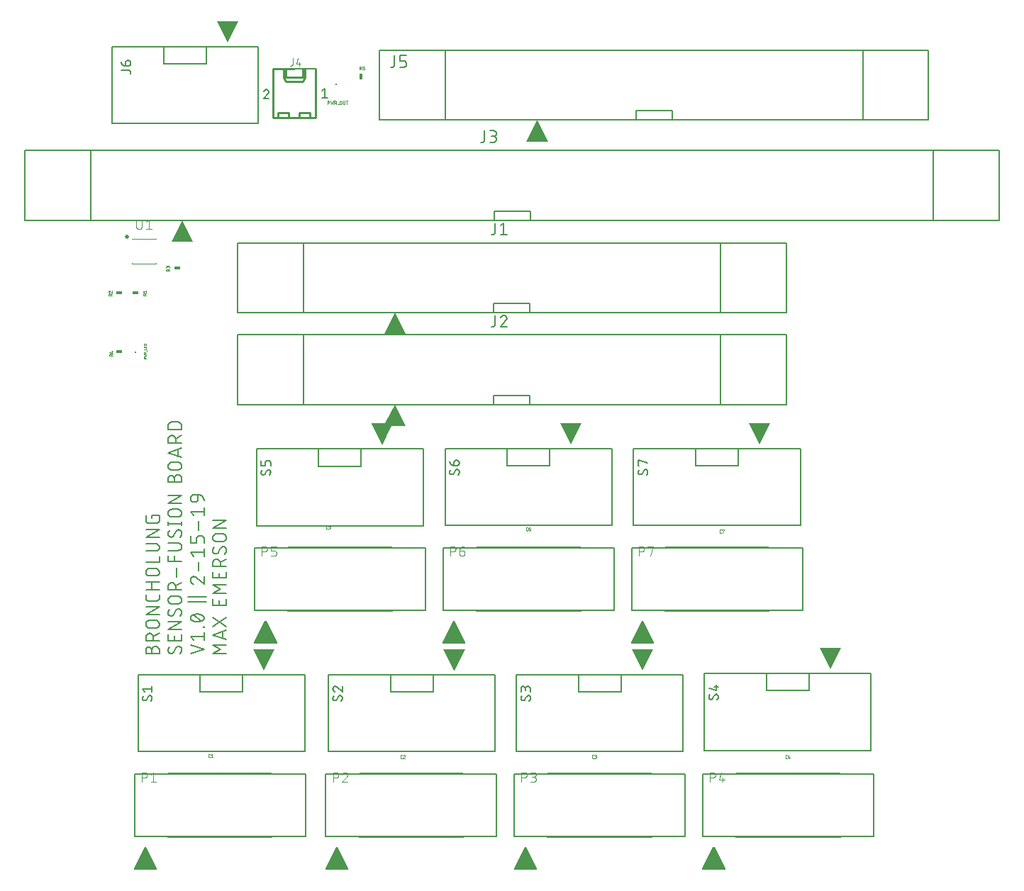
<source format=gbr>
G04 EAGLE Gerber RS-274X export*
G75*
%MOMM*%
%FSLAX34Y34*%
%LPD*%
%AMOC8*
5,1,8,0,0,1.08239X$1,22.5*%
G01*
%ADD10C,0.152400*%
%ADD11C,0.203200*%
%ADD12C,0.127000*%
%ADD13C,0.101600*%
%ADD14C,0.254000*%
%ADD15C,0.177800*%
%ADD16C,0.025400*%
%ADD17C,0.500000*%
%ADD18C,0.120000*%
%ADD19R,0.762000X0.457200*%
%ADD20R,0.200000X0.200000*%
%ADD21R,0.457200X0.762000*%

G36*
X345459Y510358D02*
X345459Y510358D01*
X345475Y510362D01*
X356619Y532651D01*
X373000Y532651D01*
X373006Y532656D01*
X373013Y532653D01*
X373019Y532667D01*
X373039Y532685D01*
X373030Y532695D01*
X373035Y532708D01*
X360335Y558108D01*
X360325Y558112D01*
X360322Y558123D01*
X360307Y558119D01*
X360303Y558124D01*
X360297Y558124D01*
X360296Y558123D01*
X360287Y558127D01*
X360281Y558112D01*
X360265Y558108D01*
X349121Y535819D01*
X332740Y535819D01*
X332734Y535814D01*
X332727Y535817D01*
X332721Y535803D01*
X332701Y535785D01*
X332705Y535781D01*
X332704Y535780D01*
X332709Y535773D01*
X332705Y535762D01*
X345405Y510362D01*
X345415Y510358D01*
X345418Y510347D01*
X345433Y510351D01*
X345453Y510343D01*
X345459Y510358D01*
G37*
G36*
X443808Y272786D02*
X443808Y272786D01*
X443817Y272785D01*
X443949Y272806D01*
X444082Y272825D01*
X444089Y272828D01*
X444098Y272829D01*
X444219Y272886D01*
X444341Y272941D01*
X444347Y272946D01*
X444355Y272950D01*
X444456Y273038D01*
X444558Y273125D01*
X444563Y273132D01*
X444569Y273137D01*
X444641Y273250D01*
X444716Y273361D01*
X444718Y273369D01*
X444723Y273376D01*
X444761Y273505D01*
X444801Y273632D01*
X444802Y273641D01*
X444804Y273649D01*
X444805Y273783D01*
X444809Y273916D01*
X444806Y273925D01*
X444807Y273933D01*
X444791Y273984D01*
X444737Y274191D01*
X444717Y274224D01*
X444708Y274254D01*
X432008Y299654D01*
X431951Y299736D01*
X431902Y299823D01*
X431871Y299853D01*
X431847Y299888D01*
X431769Y299951D01*
X431698Y300021D01*
X431660Y300041D01*
X431627Y300068D01*
X431535Y300107D01*
X431447Y300154D01*
X431405Y300163D01*
X431365Y300180D01*
X431266Y300192D01*
X431169Y300213D01*
X431126Y300210D01*
X431083Y300215D01*
X430985Y300200D01*
X430885Y300192D01*
X430845Y300177D01*
X430802Y300171D01*
X430712Y300128D01*
X430619Y300094D01*
X430584Y300068D01*
X430545Y300050D01*
X430470Y299984D01*
X430390Y299925D01*
X430367Y299894D01*
X430331Y299863D01*
X430234Y299711D01*
X430192Y299654D01*
X417492Y274254D01*
X417489Y274246D01*
X417485Y274239D01*
X417444Y274111D01*
X417402Y273984D01*
X417401Y273976D01*
X417399Y273968D01*
X417395Y273833D01*
X417390Y273700D01*
X417392Y273692D01*
X417391Y273684D01*
X417425Y273554D01*
X417457Y273424D01*
X417461Y273417D01*
X417463Y273409D01*
X417531Y273294D01*
X417598Y273177D01*
X417604Y273172D01*
X417609Y273164D01*
X417706Y273072D01*
X417802Y272980D01*
X417810Y272976D01*
X417816Y272970D01*
X417935Y272909D01*
X418053Y272846D01*
X418061Y272844D01*
X418069Y272840D01*
X418121Y272832D01*
X418331Y272787D01*
X418369Y272790D01*
X418400Y272785D01*
X443800Y272785D01*
X443808Y272786D01*
G37*
G36*
X218808Y272786D02*
X218808Y272786D01*
X218817Y272785D01*
X218949Y272806D01*
X219082Y272825D01*
X219089Y272828D01*
X219098Y272829D01*
X219219Y272886D01*
X219341Y272941D01*
X219347Y272946D01*
X219355Y272950D01*
X219456Y273038D01*
X219558Y273125D01*
X219563Y273132D01*
X219569Y273137D01*
X219641Y273250D01*
X219716Y273361D01*
X219718Y273369D01*
X219723Y273376D01*
X219761Y273505D01*
X219801Y273632D01*
X219802Y273641D01*
X219804Y273649D01*
X219805Y273783D01*
X219809Y273916D01*
X219806Y273925D01*
X219807Y273933D01*
X219791Y273984D01*
X219737Y274191D01*
X219717Y274224D01*
X219708Y274254D01*
X207008Y299654D01*
X206951Y299736D01*
X206902Y299823D01*
X206871Y299853D01*
X206847Y299888D01*
X206769Y299951D01*
X206698Y300021D01*
X206660Y300041D01*
X206627Y300068D01*
X206535Y300107D01*
X206447Y300154D01*
X206405Y300163D01*
X206365Y300180D01*
X206266Y300192D01*
X206169Y300213D01*
X206126Y300210D01*
X206083Y300215D01*
X205985Y300200D01*
X205885Y300192D01*
X205845Y300177D01*
X205802Y300171D01*
X205712Y300128D01*
X205619Y300094D01*
X205584Y300068D01*
X205545Y300050D01*
X205470Y299984D01*
X205390Y299925D01*
X205367Y299894D01*
X205331Y299863D01*
X205234Y299711D01*
X205192Y299654D01*
X192492Y274254D01*
X192489Y274246D01*
X192485Y274239D01*
X192444Y274111D01*
X192402Y273984D01*
X192401Y273976D01*
X192399Y273968D01*
X192395Y273833D01*
X192390Y273700D01*
X192392Y273692D01*
X192391Y273684D01*
X192425Y273554D01*
X192457Y273424D01*
X192461Y273417D01*
X192463Y273409D01*
X192531Y273294D01*
X192598Y273177D01*
X192604Y273172D01*
X192609Y273164D01*
X192706Y273072D01*
X192802Y272980D01*
X192810Y272976D01*
X192816Y272970D01*
X192935Y272909D01*
X193053Y272846D01*
X193061Y272844D01*
X193069Y272840D01*
X193121Y272832D01*
X193331Y272787D01*
X193369Y272790D01*
X193400Y272785D01*
X218800Y272785D01*
X218808Y272786D01*
G37*
G36*
X668808Y272786D02*
X668808Y272786D01*
X668817Y272785D01*
X668949Y272806D01*
X669082Y272825D01*
X669089Y272828D01*
X669098Y272829D01*
X669219Y272886D01*
X669341Y272941D01*
X669347Y272946D01*
X669355Y272950D01*
X669456Y273038D01*
X669558Y273125D01*
X669563Y273132D01*
X669569Y273137D01*
X669641Y273250D01*
X669716Y273361D01*
X669718Y273369D01*
X669723Y273376D01*
X669761Y273505D01*
X669801Y273632D01*
X669802Y273641D01*
X669804Y273649D01*
X669805Y273783D01*
X669809Y273916D01*
X669806Y273925D01*
X669807Y273933D01*
X669791Y273984D01*
X669737Y274191D01*
X669717Y274224D01*
X669708Y274254D01*
X657008Y299654D01*
X656951Y299736D01*
X656902Y299823D01*
X656871Y299853D01*
X656847Y299888D01*
X656769Y299951D01*
X656698Y300021D01*
X656660Y300041D01*
X656627Y300068D01*
X656535Y300107D01*
X656447Y300154D01*
X656405Y300163D01*
X656365Y300180D01*
X656266Y300192D01*
X656169Y300213D01*
X656126Y300210D01*
X656083Y300215D01*
X655985Y300200D01*
X655885Y300192D01*
X655845Y300177D01*
X655802Y300171D01*
X655712Y300128D01*
X655619Y300094D01*
X655584Y300068D01*
X655545Y300050D01*
X655470Y299984D01*
X655390Y299925D01*
X655367Y299894D01*
X655331Y299863D01*
X655234Y299711D01*
X655192Y299654D01*
X642492Y274254D01*
X642489Y274246D01*
X642485Y274239D01*
X642444Y274111D01*
X642402Y273984D01*
X642401Y273976D01*
X642399Y273968D01*
X642395Y273833D01*
X642390Y273700D01*
X642392Y273692D01*
X642391Y273684D01*
X642425Y273554D01*
X642457Y273424D01*
X642461Y273417D01*
X642463Y273409D01*
X642531Y273294D01*
X642598Y273177D01*
X642604Y273172D01*
X642609Y273164D01*
X642706Y273072D01*
X642802Y272980D01*
X642810Y272976D01*
X642816Y272970D01*
X642935Y272909D01*
X643053Y272846D01*
X643061Y272844D01*
X643069Y272840D01*
X643121Y272832D01*
X643331Y272787D01*
X643369Y272790D01*
X643400Y272785D01*
X668800Y272785D01*
X668808Y272786D01*
G37*
G36*
X753808Y2786D02*
X753808Y2786D01*
X753817Y2785D01*
X753949Y2806D01*
X754082Y2825D01*
X754089Y2828D01*
X754098Y2829D01*
X754219Y2886D01*
X754341Y2941D01*
X754347Y2946D01*
X754355Y2950D01*
X754456Y3038D01*
X754558Y3125D01*
X754563Y3132D01*
X754569Y3137D01*
X754641Y3250D01*
X754716Y3361D01*
X754718Y3369D01*
X754723Y3376D01*
X754761Y3505D01*
X754801Y3632D01*
X754802Y3641D01*
X754804Y3649D01*
X754805Y3783D01*
X754809Y3916D01*
X754806Y3925D01*
X754807Y3933D01*
X754791Y3984D01*
X754737Y4191D01*
X754717Y4224D01*
X754708Y4254D01*
X742008Y29654D01*
X741951Y29736D01*
X741902Y29823D01*
X741871Y29853D01*
X741847Y29888D01*
X741769Y29951D01*
X741698Y30021D01*
X741660Y30041D01*
X741627Y30068D01*
X741535Y30107D01*
X741447Y30154D01*
X741405Y30163D01*
X741365Y30180D01*
X741266Y30192D01*
X741169Y30213D01*
X741126Y30210D01*
X741083Y30215D01*
X740985Y30200D01*
X740885Y30192D01*
X740845Y30177D01*
X740802Y30171D01*
X740712Y30128D01*
X740619Y30094D01*
X740584Y30068D01*
X740545Y30050D01*
X740470Y29984D01*
X740390Y29925D01*
X740367Y29894D01*
X740331Y29863D01*
X740234Y29711D01*
X740192Y29654D01*
X727492Y4254D01*
X727489Y4246D01*
X727485Y4239D01*
X727444Y4111D01*
X727402Y3984D01*
X727401Y3976D01*
X727399Y3968D01*
X727395Y3833D01*
X727390Y3700D01*
X727392Y3692D01*
X727391Y3684D01*
X727425Y3554D01*
X727457Y3424D01*
X727461Y3417D01*
X727463Y3409D01*
X727531Y3294D01*
X727598Y3177D01*
X727604Y3172D01*
X727609Y3164D01*
X727706Y3072D01*
X727802Y2980D01*
X727810Y2976D01*
X727816Y2970D01*
X727935Y2909D01*
X728053Y2846D01*
X728061Y2844D01*
X728069Y2840D01*
X728121Y2832D01*
X728331Y2787D01*
X728369Y2790D01*
X728400Y2785D01*
X753800Y2785D01*
X753808Y2786D01*
G37*
G36*
X528808Y2786D02*
X528808Y2786D01*
X528817Y2785D01*
X528949Y2806D01*
X529082Y2825D01*
X529089Y2828D01*
X529098Y2829D01*
X529219Y2886D01*
X529341Y2941D01*
X529347Y2946D01*
X529355Y2950D01*
X529456Y3038D01*
X529558Y3125D01*
X529563Y3132D01*
X529569Y3137D01*
X529641Y3250D01*
X529716Y3361D01*
X529718Y3369D01*
X529723Y3376D01*
X529761Y3505D01*
X529801Y3632D01*
X529802Y3641D01*
X529804Y3649D01*
X529805Y3783D01*
X529809Y3916D01*
X529806Y3925D01*
X529807Y3933D01*
X529791Y3984D01*
X529737Y4191D01*
X529717Y4224D01*
X529708Y4254D01*
X517008Y29654D01*
X516951Y29736D01*
X516902Y29823D01*
X516871Y29853D01*
X516847Y29888D01*
X516769Y29951D01*
X516698Y30021D01*
X516660Y30041D01*
X516627Y30068D01*
X516535Y30107D01*
X516447Y30154D01*
X516405Y30163D01*
X516365Y30180D01*
X516266Y30192D01*
X516169Y30213D01*
X516126Y30210D01*
X516083Y30215D01*
X515985Y30200D01*
X515885Y30192D01*
X515845Y30177D01*
X515802Y30171D01*
X515712Y30128D01*
X515619Y30094D01*
X515584Y30068D01*
X515545Y30050D01*
X515470Y29984D01*
X515390Y29925D01*
X515367Y29894D01*
X515331Y29863D01*
X515234Y29711D01*
X515192Y29654D01*
X502492Y4254D01*
X502489Y4246D01*
X502485Y4239D01*
X502444Y4111D01*
X502402Y3984D01*
X502401Y3976D01*
X502399Y3968D01*
X502395Y3833D01*
X502390Y3700D01*
X502392Y3692D01*
X502391Y3684D01*
X502425Y3554D01*
X502457Y3424D01*
X502461Y3417D01*
X502463Y3409D01*
X502531Y3294D01*
X502598Y3177D01*
X502604Y3172D01*
X502609Y3164D01*
X502706Y3072D01*
X502802Y2980D01*
X502810Y2976D01*
X502816Y2970D01*
X502935Y2909D01*
X503053Y2846D01*
X503061Y2844D01*
X503069Y2840D01*
X503121Y2832D01*
X503331Y2787D01*
X503369Y2790D01*
X503400Y2785D01*
X528800Y2785D01*
X528808Y2786D01*
G37*
G36*
X303808Y2786D02*
X303808Y2786D01*
X303817Y2785D01*
X303949Y2806D01*
X304082Y2825D01*
X304089Y2828D01*
X304098Y2829D01*
X304219Y2886D01*
X304341Y2941D01*
X304347Y2946D01*
X304355Y2950D01*
X304456Y3038D01*
X304558Y3125D01*
X304563Y3132D01*
X304569Y3137D01*
X304641Y3250D01*
X304716Y3361D01*
X304718Y3369D01*
X304723Y3376D01*
X304761Y3505D01*
X304801Y3632D01*
X304802Y3641D01*
X304804Y3649D01*
X304805Y3783D01*
X304809Y3916D01*
X304806Y3925D01*
X304807Y3933D01*
X304791Y3984D01*
X304737Y4191D01*
X304717Y4224D01*
X304708Y4254D01*
X292008Y29654D01*
X291951Y29736D01*
X291902Y29823D01*
X291871Y29853D01*
X291847Y29888D01*
X291769Y29951D01*
X291698Y30021D01*
X291660Y30041D01*
X291627Y30068D01*
X291535Y30107D01*
X291447Y30154D01*
X291405Y30163D01*
X291365Y30180D01*
X291266Y30192D01*
X291169Y30213D01*
X291126Y30210D01*
X291083Y30215D01*
X290985Y30200D01*
X290885Y30192D01*
X290845Y30177D01*
X290802Y30171D01*
X290712Y30128D01*
X290619Y30094D01*
X290584Y30068D01*
X290545Y30050D01*
X290470Y29984D01*
X290390Y29925D01*
X290367Y29894D01*
X290331Y29863D01*
X290234Y29711D01*
X290192Y29654D01*
X277492Y4254D01*
X277489Y4246D01*
X277485Y4239D01*
X277444Y4111D01*
X277402Y3984D01*
X277401Y3976D01*
X277399Y3968D01*
X277395Y3833D01*
X277390Y3700D01*
X277392Y3692D01*
X277391Y3684D01*
X277425Y3554D01*
X277457Y3424D01*
X277461Y3417D01*
X277463Y3409D01*
X277531Y3294D01*
X277598Y3177D01*
X277604Y3172D01*
X277609Y3164D01*
X277706Y3072D01*
X277802Y2980D01*
X277810Y2976D01*
X277816Y2970D01*
X277935Y2909D01*
X278053Y2846D01*
X278061Y2844D01*
X278069Y2840D01*
X278121Y2832D01*
X278331Y2787D01*
X278369Y2790D01*
X278400Y2785D01*
X303800Y2785D01*
X303808Y2786D01*
G37*
G36*
X75308Y2786D02*
X75308Y2786D01*
X75317Y2785D01*
X75449Y2806D01*
X75582Y2825D01*
X75589Y2828D01*
X75598Y2829D01*
X75719Y2886D01*
X75841Y2941D01*
X75847Y2946D01*
X75855Y2950D01*
X75956Y3038D01*
X76058Y3125D01*
X76063Y3132D01*
X76069Y3137D01*
X76141Y3250D01*
X76216Y3361D01*
X76218Y3369D01*
X76223Y3376D01*
X76261Y3505D01*
X76301Y3632D01*
X76302Y3641D01*
X76304Y3649D01*
X76305Y3783D01*
X76309Y3916D01*
X76306Y3925D01*
X76307Y3933D01*
X76291Y3984D01*
X76237Y4191D01*
X76217Y4224D01*
X76208Y4254D01*
X63508Y29654D01*
X63451Y29736D01*
X63402Y29823D01*
X63371Y29853D01*
X63347Y29888D01*
X63269Y29951D01*
X63198Y30021D01*
X63160Y30041D01*
X63127Y30068D01*
X63035Y30107D01*
X62947Y30154D01*
X62905Y30163D01*
X62865Y30180D01*
X62766Y30192D01*
X62669Y30213D01*
X62626Y30210D01*
X62583Y30215D01*
X62485Y30200D01*
X62385Y30192D01*
X62345Y30177D01*
X62302Y30171D01*
X62212Y30128D01*
X62119Y30094D01*
X62084Y30068D01*
X62045Y30050D01*
X61970Y29984D01*
X61890Y29925D01*
X61867Y29894D01*
X61831Y29863D01*
X61734Y29711D01*
X61692Y29654D01*
X48992Y4254D01*
X48989Y4246D01*
X48985Y4239D01*
X48944Y4111D01*
X48902Y3984D01*
X48901Y3976D01*
X48899Y3968D01*
X48895Y3833D01*
X48890Y3700D01*
X48892Y3692D01*
X48891Y3684D01*
X48925Y3554D01*
X48957Y3424D01*
X48961Y3417D01*
X48963Y3409D01*
X49031Y3294D01*
X49098Y3177D01*
X49104Y3172D01*
X49109Y3164D01*
X49206Y3072D01*
X49302Y2980D01*
X49310Y2976D01*
X49316Y2970D01*
X49435Y2909D01*
X49553Y2846D01*
X49561Y2844D01*
X49569Y2840D01*
X49621Y2832D01*
X49831Y2787D01*
X49869Y2790D01*
X49900Y2785D01*
X75300Y2785D01*
X75308Y2786D01*
G37*
G36*
X543006Y872656D02*
X543006Y872656D01*
X543013Y872653D01*
X543019Y872667D01*
X543039Y872685D01*
X543030Y872695D01*
X543035Y872708D01*
X530335Y898108D01*
X530325Y898112D01*
X530322Y898123D01*
X530307Y898119D01*
X530303Y898124D01*
X530297Y898124D01*
X530296Y898123D01*
X530287Y898127D01*
X530281Y898112D01*
X530265Y898108D01*
X517565Y872708D01*
X517567Y872700D01*
X517561Y872695D01*
X517571Y872683D01*
X517578Y872657D01*
X517591Y872661D01*
X517600Y872651D01*
X543000Y872651D01*
X543006Y872656D01*
G37*
G36*
X119386Y752916D02*
X119386Y752916D01*
X119393Y752913D01*
X119399Y752927D01*
X119419Y752945D01*
X119410Y752955D01*
X119415Y752968D01*
X106715Y778368D01*
X106705Y778372D01*
X106702Y778383D01*
X106687Y778379D01*
X106683Y778384D01*
X106677Y778384D01*
X106676Y778383D01*
X106667Y778387D01*
X106661Y778372D01*
X106645Y778368D01*
X93945Y752968D01*
X93947Y752960D01*
X93941Y752955D01*
X93951Y752943D01*
X93958Y752917D01*
X93971Y752921D01*
X93980Y752911D01*
X119380Y752911D01*
X119386Y752916D01*
G37*
G36*
X373006Y642656D02*
X373006Y642656D01*
X373013Y642653D01*
X373019Y642667D01*
X373039Y642685D01*
X373030Y642695D01*
X373035Y642708D01*
X360335Y668108D01*
X360325Y668112D01*
X360322Y668123D01*
X360307Y668119D01*
X360303Y668124D01*
X360297Y668124D01*
X360296Y668123D01*
X360287Y668127D01*
X360281Y668112D01*
X360265Y668108D01*
X347565Y642708D01*
X347567Y642700D01*
X347561Y642695D01*
X347571Y642683D01*
X347578Y642657D01*
X347591Y642661D01*
X347600Y642651D01*
X373000Y642651D01*
X373006Y642656D01*
G37*
G36*
X160819Y990778D02*
X160819Y990778D01*
X160835Y990782D01*
X173535Y1016182D01*
X173534Y1016188D01*
X173536Y1016190D01*
X173535Y1016192D01*
X173539Y1016195D01*
X173529Y1016207D01*
X173522Y1016233D01*
X173509Y1016229D01*
X173500Y1016239D01*
X148100Y1016239D01*
X148094Y1016234D01*
X148087Y1016237D01*
X148081Y1016223D01*
X148061Y1016205D01*
X148065Y1016201D01*
X148064Y1016200D01*
X148069Y1016193D01*
X148065Y1016182D01*
X160765Y990782D01*
X160775Y990778D01*
X160778Y990767D01*
X160793Y990771D01*
X160813Y990763D01*
X160819Y990778D01*
G37*
G36*
X795819Y510778D02*
X795819Y510778D01*
X795835Y510782D01*
X808535Y536182D01*
X808534Y536188D01*
X808536Y536190D01*
X808535Y536192D01*
X808539Y536195D01*
X808529Y536207D01*
X808522Y536233D01*
X808509Y536229D01*
X808500Y536239D01*
X783100Y536239D01*
X783094Y536234D01*
X783087Y536237D01*
X783081Y536223D01*
X783061Y536205D01*
X783065Y536201D01*
X783064Y536200D01*
X783069Y536193D01*
X783065Y536182D01*
X795765Y510782D01*
X795775Y510778D01*
X795778Y510767D01*
X795793Y510771D01*
X795813Y510763D01*
X795819Y510778D01*
G37*
G36*
X570819Y510778D02*
X570819Y510778D01*
X570835Y510782D01*
X583535Y536182D01*
X583534Y536188D01*
X583536Y536190D01*
X583535Y536192D01*
X583539Y536195D01*
X583529Y536207D01*
X583522Y536233D01*
X583509Y536229D01*
X583500Y536239D01*
X558100Y536239D01*
X558094Y536234D01*
X558087Y536237D01*
X558081Y536223D01*
X558061Y536205D01*
X558065Y536201D01*
X558064Y536200D01*
X558069Y536193D01*
X558065Y536182D01*
X570765Y510782D01*
X570775Y510778D01*
X570778Y510767D01*
X570793Y510771D01*
X570813Y510763D01*
X570819Y510778D01*
G37*
G36*
X880119Y242238D02*
X880119Y242238D01*
X880135Y242242D01*
X892835Y267642D01*
X892834Y267648D01*
X892836Y267650D01*
X892835Y267652D01*
X892839Y267655D01*
X892829Y267667D01*
X892822Y267693D01*
X892809Y267689D01*
X892800Y267699D01*
X867400Y267699D01*
X867394Y267694D01*
X867387Y267697D01*
X867381Y267683D01*
X867361Y267665D01*
X867365Y267661D01*
X867364Y267660D01*
X867369Y267653D01*
X867365Y267642D01*
X880065Y242242D01*
X880075Y242238D01*
X880078Y242227D01*
X880093Y242231D01*
X880113Y242223D01*
X880119Y242238D01*
G37*
G36*
X655819Y240778D02*
X655819Y240778D01*
X655835Y240782D01*
X668535Y266182D01*
X668534Y266188D01*
X668536Y266190D01*
X668535Y266192D01*
X668539Y266195D01*
X668529Y266207D01*
X668522Y266233D01*
X668509Y266229D01*
X668500Y266239D01*
X643100Y266239D01*
X643094Y266234D01*
X643087Y266237D01*
X643081Y266223D01*
X643061Y266205D01*
X643065Y266201D01*
X643064Y266200D01*
X643069Y266193D01*
X643065Y266182D01*
X655765Y240782D01*
X655775Y240778D01*
X655778Y240767D01*
X655793Y240771D01*
X655813Y240763D01*
X655819Y240778D01*
G37*
G36*
X204019Y240778D02*
X204019Y240778D01*
X204035Y240782D01*
X216735Y266182D01*
X216734Y266188D01*
X216736Y266190D01*
X216735Y266192D01*
X216739Y266195D01*
X216729Y266207D01*
X216722Y266233D01*
X216709Y266229D01*
X216700Y266239D01*
X191300Y266239D01*
X191294Y266234D01*
X191287Y266237D01*
X191281Y266223D01*
X191261Y266205D01*
X191265Y266201D01*
X191264Y266200D01*
X191269Y266193D01*
X191265Y266182D01*
X203965Y240782D01*
X203975Y240778D01*
X203978Y240767D01*
X203993Y240771D01*
X204013Y240763D01*
X204019Y240778D01*
G37*
G36*
X431279Y240778D02*
X431279Y240778D01*
X431295Y240782D01*
X443995Y266182D01*
X443994Y266188D01*
X443996Y266190D01*
X443995Y266192D01*
X443999Y266195D01*
X443989Y266207D01*
X443982Y266233D01*
X443969Y266229D01*
X443960Y266239D01*
X418560Y266239D01*
X418554Y266234D01*
X418547Y266237D01*
X418541Y266223D01*
X418521Y266205D01*
X418525Y266201D01*
X418524Y266200D01*
X418529Y266193D01*
X418525Y266182D01*
X431225Y240782D01*
X431235Y240778D01*
X431238Y240767D01*
X431253Y240771D01*
X431273Y240763D01*
X431279Y240778D01*
G37*
D10*
X70197Y260762D02*
X70197Y265278D01*
X70196Y265278D02*
X70198Y265411D01*
X70204Y265543D01*
X70214Y265675D01*
X70227Y265807D01*
X70245Y265939D01*
X70266Y266069D01*
X70291Y266200D01*
X70320Y266329D01*
X70353Y266457D01*
X70389Y266585D01*
X70429Y266711D01*
X70473Y266836D01*
X70521Y266960D01*
X70572Y267082D01*
X70627Y267203D01*
X70685Y267322D01*
X70747Y267440D01*
X70812Y267555D01*
X70881Y267669D01*
X70952Y267780D01*
X71028Y267889D01*
X71106Y267996D01*
X71187Y268101D01*
X71272Y268203D01*
X71359Y268303D01*
X71449Y268400D01*
X71542Y268495D01*
X71638Y268586D01*
X71736Y268675D01*
X71837Y268761D01*
X71941Y268844D01*
X72047Y268924D01*
X72155Y269000D01*
X72265Y269074D01*
X72378Y269144D01*
X72492Y269211D01*
X72609Y269274D01*
X72727Y269334D01*
X72847Y269391D01*
X72969Y269444D01*
X73092Y269493D01*
X73216Y269539D01*
X73342Y269581D01*
X73469Y269619D01*
X73597Y269654D01*
X73726Y269685D01*
X73855Y269712D01*
X73986Y269735D01*
X74117Y269755D01*
X74249Y269770D01*
X74381Y269782D01*
X74513Y269790D01*
X74646Y269794D01*
X74778Y269794D01*
X74911Y269790D01*
X75043Y269782D01*
X75175Y269770D01*
X75307Y269755D01*
X75438Y269735D01*
X75569Y269712D01*
X75698Y269685D01*
X75827Y269654D01*
X75955Y269619D01*
X76082Y269581D01*
X76208Y269539D01*
X76332Y269493D01*
X76455Y269444D01*
X76577Y269391D01*
X76697Y269334D01*
X76815Y269274D01*
X76932Y269211D01*
X77046Y269144D01*
X77159Y269074D01*
X77269Y269000D01*
X77377Y268924D01*
X77483Y268844D01*
X77587Y268761D01*
X77688Y268675D01*
X77786Y268586D01*
X77882Y268495D01*
X77975Y268400D01*
X78065Y268303D01*
X78152Y268203D01*
X78237Y268101D01*
X78318Y267996D01*
X78396Y267889D01*
X78472Y267780D01*
X78543Y267669D01*
X78612Y267555D01*
X78677Y267440D01*
X78739Y267322D01*
X78797Y267203D01*
X78852Y267082D01*
X78903Y266960D01*
X78951Y266836D01*
X78995Y266711D01*
X79035Y266585D01*
X79071Y266457D01*
X79104Y266329D01*
X79133Y266200D01*
X79158Y266069D01*
X79179Y265939D01*
X79197Y265807D01*
X79210Y265675D01*
X79220Y265543D01*
X79226Y265411D01*
X79228Y265278D01*
X79228Y260762D01*
X62972Y260762D01*
X62972Y265278D01*
X62974Y265397D01*
X62980Y265517D01*
X62990Y265636D01*
X63004Y265754D01*
X63021Y265873D01*
X63043Y265990D01*
X63068Y266107D01*
X63098Y266222D01*
X63131Y266337D01*
X63168Y266451D01*
X63208Y266563D01*
X63253Y266674D01*
X63301Y266783D01*
X63352Y266891D01*
X63407Y266997D01*
X63466Y267101D01*
X63528Y267203D01*
X63593Y267303D01*
X63662Y267401D01*
X63734Y267497D01*
X63809Y267590D01*
X63886Y267680D01*
X63967Y267768D01*
X64051Y267853D01*
X64138Y267935D01*
X64227Y268015D01*
X64319Y268091D01*
X64413Y268165D01*
X64510Y268235D01*
X64608Y268302D01*
X64709Y268366D01*
X64813Y268426D01*
X64918Y268483D01*
X65025Y268536D01*
X65133Y268586D01*
X65243Y268632D01*
X65355Y268674D01*
X65468Y268713D01*
X65582Y268748D01*
X65697Y268779D01*
X65814Y268807D01*
X65931Y268830D01*
X66048Y268850D01*
X66167Y268866D01*
X66286Y268878D01*
X66405Y268886D01*
X66524Y268890D01*
X66644Y268890D01*
X66763Y268886D01*
X66882Y268878D01*
X67001Y268866D01*
X67120Y268850D01*
X67237Y268830D01*
X67354Y268807D01*
X67471Y268779D01*
X67586Y268748D01*
X67700Y268713D01*
X67813Y268674D01*
X67925Y268632D01*
X68035Y268586D01*
X68143Y268536D01*
X68250Y268483D01*
X68355Y268426D01*
X68459Y268366D01*
X68560Y268302D01*
X68658Y268235D01*
X68755Y268165D01*
X68849Y268091D01*
X68941Y268015D01*
X69030Y267935D01*
X69117Y267853D01*
X69201Y267768D01*
X69282Y267680D01*
X69359Y267590D01*
X69434Y267497D01*
X69506Y267401D01*
X69575Y267303D01*
X69640Y267203D01*
X69702Y267101D01*
X69761Y266997D01*
X69816Y266891D01*
X69867Y266783D01*
X69915Y266674D01*
X69960Y266563D01*
X70000Y266451D01*
X70037Y266337D01*
X70070Y266222D01*
X70100Y266107D01*
X70125Y265990D01*
X70147Y265873D01*
X70164Y265754D01*
X70178Y265636D01*
X70188Y265517D01*
X70194Y265397D01*
X70196Y265278D01*
X62972Y276274D02*
X79228Y276274D01*
X62972Y276274D02*
X62972Y280789D01*
X62974Y280922D01*
X62980Y281054D01*
X62990Y281186D01*
X63003Y281318D01*
X63021Y281450D01*
X63042Y281580D01*
X63067Y281711D01*
X63096Y281840D01*
X63129Y281968D01*
X63165Y282096D01*
X63205Y282222D01*
X63249Y282347D01*
X63297Y282471D01*
X63348Y282593D01*
X63403Y282714D01*
X63461Y282833D01*
X63523Y282951D01*
X63588Y283066D01*
X63657Y283180D01*
X63728Y283291D01*
X63804Y283400D01*
X63882Y283507D01*
X63963Y283612D01*
X64048Y283714D01*
X64135Y283814D01*
X64225Y283911D01*
X64318Y284006D01*
X64414Y284097D01*
X64512Y284186D01*
X64613Y284272D01*
X64717Y284355D01*
X64823Y284435D01*
X64931Y284511D01*
X65041Y284585D01*
X65154Y284655D01*
X65268Y284722D01*
X65385Y284785D01*
X65503Y284845D01*
X65623Y284902D01*
X65745Y284955D01*
X65868Y285004D01*
X65992Y285050D01*
X66118Y285092D01*
X66245Y285130D01*
X66373Y285165D01*
X66502Y285196D01*
X66631Y285223D01*
X66762Y285246D01*
X66893Y285266D01*
X67025Y285281D01*
X67157Y285293D01*
X67289Y285301D01*
X67422Y285305D01*
X67554Y285305D01*
X67687Y285301D01*
X67819Y285293D01*
X67951Y285281D01*
X68083Y285266D01*
X68214Y285246D01*
X68345Y285223D01*
X68474Y285196D01*
X68603Y285165D01*
X68731Y285130D01*
X68858Y285092D01*
X68984Y285050D01*
X69108Y285004D01*
X69231Y284955D01*
X69353Y284902D01*
X69473Y284845D01*
X69591Y284785D01*
X69708Y284722D01*
X69822Y284655D01*
X69935Y284585D01*
X70045Y284511D01*
X70153Y284435D01*
X70259Y284355D01*
X70363Y284272D01*
X70464Y284186D01*
X70562Y284097D01*
X70658Y284006D01*
X70751Y283911D01*
X70841Y283814D01*
X70928Y283714D01*
X71013Y283612D01*
X71094Y283507D01*
X71172Y283400D01*
X71248Y283291D01*
X71319Y283180D01*
X71388Y283066D01*
X71453Y282951D01*
X71515Y282833D01*
X71573Y282714D01*
X71628Y282593D01*
X71679Y282471D01*
X71727Y282347D01*
X71771Y282222D01*
X71811Y282096D01*
X71847Y281968D01*
X71880Y281840D01*
X71909Y281711D01*
X71934Y281580D01*
X71955Y281450D01*
X71973Y281318D01*
X71986Y281186D01*
X71996Y281054D01*
X72002Y280922D01*
X72004Y280789D01*
X72003Y280789D02*
X72003Y276274D01*
X72003Y281693D02*
X79228Y285305D01*
X74712Y291814D02*
X67488Y291814D01*
X67488Y291813D02*
X67355Y291815D01*
X67223Y291821D01*
X67091Y291831D01*
X66959Y291844D01*
X66827Y291862D01*
X66697Y291883D01*
X66566Y291908D01*
X66437Y291937D01*
X66309Y291970D01*
X66181Y292006D01*
X66055Y292046D01*
X65930Y292090D01*
X65806Y292138D01*
X65684Y292189D01*
X65563Y292244D01*
X65444Y292302D01*
X65326Y292364D01*
X65211Y292429D01*
X65097Y292498D01*
X64986Y292569D01*
X64877Y292645D01*
X64770Y292723D01*
X64665Y292804D01*
X64563Y292889D01*
X64463Y292976D01*
X64366Y293066D01*
X64271Y293159D01*
X64180Y293255D01*
X64091Y293353D01*
X64005Y293454D01*
X63922Y293558D01*
X63842Y293664D01*
X63766Y293772D01*
X63692Y293882D01*
X63622Y293995D01*
X63555Y294109D01*
X63492Y294226D01*
X63432Y294344D01*
X63375Y294464D01*
X63322Y294586D01*
X63273Y294709D01*
X63227Y294833D01*
X63185Y294959D01*
X63147Y295086D01*
X63112Y295214D01*
X63081Y295343D01*
X63054Y295472D01*
X63031Y295603D01*
X63011Y295734D01*
X62996Y295866D01*
X62984Y295998D01*
X62976Y296130D01*
X62972Y296263D01*
X62972Y296395D01*
X62976Y296528D01*
X62984Y296660D01*
X62996Y296792D01*
X63011Y296924D01*
X63031Y297055D01*
X63054Y297186D01*
X63081Y297315D01*
X63112Y297444D01*
X63147Y297572D01*
X63185Y297699D01*
X63227Y297825D01*
X63273Y297949D01*
X63322Y298072D01*
X63375Y298194D01*
X63432Y298314D01*
X63492Y298432D01*
X63555Y298549D01*
X63622Y298663D01*
X63692Y298776D01*
X63766Y298886D01*
X63842Y298994D01*
X63922Y299100D01*
X64005Y299204D01*
X64091Y299305D01*
X64180Y299403D01*
X64271Y299499D01*
X64366Y299592D01*
X64463Y299682D01*
X64563Y299769D01*
X64665Y299854D01*
X64770Y299935D01*
X64877Y300013D01*
X64986Y300089D01*
X65097Y300160D01*
X65211Y300229D01*
X65326Y300294D01*
X65444Y300356D01*
X65563Y300414D01*
X65684Y300469D01*
X65806Y300520D01*
X65930Y300568D01*
X66055Y300612D01*
X66181Y300652D01*
X66309Y300688D01*
X66437Y300721D01*
X66566Y300750D01*
X66697Y300775D01*
X66827Y300796D01*
X66959Y300814D01*
X67091Y300827D01*
X67223Y300837D01*
X67355Y300843D01*
X67488Y300845D01*
X74712Y300845D01*
X74845Y300843D01*
X74977Y300837D01*
X75109Y300827D01*
X75241Y300814D01*
X75373Y300796D01*
X75503Y300775D01*
X75634Y300750D01*
X75763Y300721D01*
X75891Y300688D01*
X76019Y300652D01*
X76145Y300612D01*
X76270Y300568D01*
X76394Y300520D01*
X76516Y300469D01*
X76637Y300414D01*
X76756Y300356D01*
X76874Y300294D01*
X76989Y300229D01*
X77103Y300160D01*
X77214Y300089D01*
X77323Y300013D01*
X77430Y299935D01*
X77535Y299854D01*
X77637Y299769D01*
X77737Y299682D01*
X77834Y299592D01*
X77929Y299499D01*
X78020Y299403D01*
X78109Y299305D01*
X78195Y299204D01*
X78278Y299100D01*
X78358Y298994D01*
X78434Y298886D01*
X78508Y298776D01*
X78578Y298663D01*
X78645Y298549D01*
X78708Y298432D01*
X78768Y298314D01*
X78825Y298194D01*
X78878Y298072D01*
X78927Y297949D01*
X78973Y297825D01*
X79015Y297699D01*
X79053Y297572D01*
X79088Y297444D01*
X79119Y297315D01*
X79146Y297186D01*
X79169Y297055D01*
X79189Y296924D01*
X79204Y296792D01*
X79216Y296660D01*
X79224Y296528D01*
X79228Y296395D01*
X79228Y296263D01*
X79224Y296130D01*
X79216Y295998D01*
X79204Y295866D01*
X79189Y295734D01*
X79169Y295603D01*
X79146Y295472D01*
X79119Y295343D01*
X79088Y295214D01*
X79053Y295086D01*
X79015Y294959D01*
X78973Y294833D01*
X78927Y294709D01*
X78878Y294586D01*
X78825Y294464D01*
X78768Y294344D01*
X78708Y294226D01*
X78645Y294109D01*
X78578Y293995D01*
X78508Y293882D01*
X78434Y293772D01*
X78358Y293664D01*
X78278Y293558D01*
X78195Y293454D01*
X78109Y293353D01*
X78020Y293255D01*
X77929Y293159D01*
X77834Y293066D01*
X77737Y292976D01*
X77637Y292889D01*
X77535Y292804D01*
X77430Y292723D01*
X77323Y292645D01*
X77214Y292569D01*
X77103Y292498D01*
X76989Y292429D01*
X76874Y292364D01*
X76756Y292302D01*
X76637Y292244D01*
X76516Y292189D01*
X76394Y292138D01*
X76270Y292090D01*
X76145Y292046D01*
X76019Y292006D01*
X75891Y291970D01*
X75763Y291937D01*
X75634Y291908D01*
X75503Y291883D01*
X75373Y291862D01*
X75241Y291844D01*
X75109Y291831D01*
X74977Y291821D01*
X74845Y291815D01*
X74712Y291813D01*
X79228Y307966D02*
X62972Y307966D01*
X79228Y316997D01*
X62972Y316997D01*
X79228Y327691D02*
X79228Y331303D01*
X79228Y327691D02*
X79226Y327573D01*
X79220Y327455D01*
X79211Y327337D01*
X79197Y327220D01*
X79180Y327103D01*
X79159Y326986D01*
X79134Y326871D01*
X79105Y326756D01*
X79072Y326642D01*
X79036Y326530D01*
X78996Y326419D01*
X78953Y326309D01*
X78906Y326200D01*
X78856Y326093D01*
X78801Y325988D01*
X78744Y325885D01*
X78683Y325784D01*
X78619Y325684D01*
X78552Y325587D01*
X78482Y325492D01*
X78408Y325400D01*
X78332Y325309D01*
X78252Y325222D01*
X78170Y325137D01*
X78085Y325055D01*
X77998Y324975D01*
X77907Y324899D01*
X77815Y324825D01*
X77720Y324755D01*
X77623Y324688D01*
X77523Y324624D01*
X77422Y324563D01*
X77319Y324506D01*
X77214Y324451D01*
X77107Y324401D01*
X76998Y324354D01*
X76888Y324311D01*
X76777Y324271D01*
X76665Y324235D01*
X76551Y324202D01*
X76436Y324173D01*
X76321Y324148D01*
X76204Y324127D01*
X76087Y324110D01*
X75970Y324096D01*
X75852Y324087D01*
X75734Y324081D01*
X75616Y324079D01*
X66584Y324079D01*
X66584Y324078D02*
X66466Y324080D01*
X66348Y324086D01*
X66230Y324095D01*
X66112Y324109D01*
X65995Y324126D01*
X65879Y324147D01*
X65764Y324172D01*
X65649Y324201D01*
X65535Y324234D01*
X65423Y324270D01*
X65311Y324310D01*
X65201Y324353D01*
X65093Y324400D01*
X64986Y324451D01*
X64881Y324505D01*
X64778Y324562D01*
X64676Y324623D01*
X64577Y324687D01*
X64480Y324754D01*
X64385Y324825D01*
X64292Y324898D01*
X64202Y324975D01*
X64114Y325054D01*
X64029Y325136D01*
X63947Y325221D01*
X63868Y325309D01*
X63791Y325399D01*
X63718Y325492D01*
X63647Y325586D01*
X63580Y325684D01*
X63516Y325783D01*
X63455Y325884D01*
X63398Y325988D01*
X63344Y326093D01*
X63293Y326200D01*
X63246Y326308D01*
X63203Y326418D01*
X63163Y326530D01*
X63127Y326642D01*
X63094Y326756D01*
X63065Y326871D01*
X63040Y326986D01*
X63019Y327102D01*
X63002Y327219D01*
X62988Y327337D01*
X62979Y327455D01*
X62973Y327573D01*
X62971Y327691D01*
X62972Y327691D02*
X62972Y331303D01*
X62972Y337665D02*
X79228Y337665D01*
X70197Y337665D02*
X70197Y346696D01*
X62972Y346696D02*
X79228Y346696D01*
X74712Y353817D02*
X67488Y353817D01*
X67355Y353819D01*
X67223Y353825D01*
X67091Y353835D01*
X66959Y353848D01*
X66827Y353866D01*
X66697Y353887D01*
X66566Y353912D01*
X66437Y353941D01*
X66309Y353974D01*
X66181Y354010D01*
X66055Y354050D01*
X65930Y354094D01*
X65806Y354142D01*
X65684Y354193D01*
X65563Y354248D01*
X65444Y354306D01*
X65326Y354368D01*
X65211Y354433D01*
X65097Y354502D01*
X64986Y354573D01*
X64877Y354649D01*
X64770Y354727D01*
X64665Y354808D01*
X64563Y354893D01*
X64463Y354980D01*
X64366Y355070D01*
X64271Y355163D01*
X64180Y355259D01*
X64091Y355357D01*
X64005Y355458D01*
X63922Y355562D01*
X63842Y355668D01*
X63766Y355776D01*
X63692Y355886D01*
X63622Y355999D01*
X63555Y356113D01*
X63492Y356230D01*
X63432Y356348D01*
X63375Y356468D01*
X63322Y356590D01*
X63273Y356713D01*
X63227Y356837D01*
X63185Y356963D01*
X63147Y357090D01*
X63112Y357218D01*
X63081Y357347D01*
X63054Y357476D01*
X63031Y357607D01*
X63011Y357738D01*
X62996Y357870D01*
X62984Y358002D01*
X62976Y358134D01*
X62972Y358267D01*
X62972Y358399D01*
X62976Y358532D01*
X62984Y358664D01*
X62996Y358796D01*
X63011Y358928D01*
X63031Y359059D01*
X63054Y359190D01*
X63081Y359319D01*
X63112Y359448D01*
X63147Y359576D01*
X63185Y359703D01*
X63227Y359829D01*
X63273Y359953D01*
X63322Y360076D01*
X63375Y360198D01*
X63432Y360318D01*
X63492Y360436D01*
X63555Y360553D01*
X63622Y360667D01*
X63692Y360780D01*
X63766Y360890D01*
X63842Y360998D01*
X63922Y361104D01*
X64005Y361208D01*
X64091Y361309D01*
X64180Y361407D01*
X64271Y361503D01*
X64366Y361596D01*
X64463Y361686D01*
X64563Y361773D01*
X64665Y361858D01*
X64770Y361939D01*
X64877Y362017D01*
X64986Y362093D01*
X65097Y362164D01*
X65211Y362233D01*
X65326Y362298D01*
X65444Y362360D01*
X65563Y362418D01*
X65684Y362473D01*
X65806Y362524D01*
X65930Y362572D01*
X66055Y362616D01*
X66181Y362656D01*
X66309Y362692D01*
X66437Y362725D01*
X66566Y362754D01*
X66697Y362779D01*
X66827Y362800D01*
X66959Y362818D01*
X67091Y362831D01*
X67223Y362841D01*
X67355Y362847D01*
X67488Y362849D01*
X74712Y362849D01*
X74845Y362847D01*
X74977Y362841D01*
X75109Y362831D01*
X75241Y362818D01*
X75373Y362800D01*
X75503Y362779D01*
X75634Y362754D01*
X75763Y362725D01*
X75891Y362692D01*
X76019Y362656D01*
X76145Y362616D01*
X76270Y362572D01*
X76394Y362524D01*
X76516Y362473D01*
X76637Y362418D01*
X76756Y362360D01*
X76874Y362298D01*
X76989Y362233D01*
X77103Y362164D01*
X77214Y362093D01*
X77323Y362017D01*
X77430Y361939D01*
X77535Y361858D01*
X77637Y361773D01*
X77737Y361686D01*
X77834Y361596D01*
X77929Y361503D01*
X78020Y361407D01*
X78109Y361309D01*
X78195Y361208D01*
X78278Y361104D01*
X78358Y360998D01*
X78434Y360890D01*
X78508Y360780D01*
X78578Y360667D01*
X78645Y360553D01*
X78708Y360436D01*
X78768Y360318D01*
X78825Y360198D01*
X78878Y360076D01*
X78927Y359953D01*
X78973Y359829D01*
X79015Y359703D01*
X79053Y359576D01*
X79088Y359448D01*
X79119Y359319D01*
X79146Y359190D01*
X79169Y359059D01*
X79189Y358928D01*
X79204Y358796D01*
X79216Y358664D01*
X79224Y358532D01*
X79228Y358399D01*
X79228Y358267D01*
X79224Y358134D01*
X79216Y358002D01*
X79204Y357870D01*
X79189Y357738D01*
X79169Y357607D01*
X79146Y357476D01*
X79119Y357347D01*
X79088Y357218D01*
X79053Y357090D01*
X79015Y356963D01*
X78973Y356837D01*
X78927Y356713D01*
X78878Y356590D01*
X78825Y356468D01*
X78768Y356348D01*
X78708Y356230D01*
X78645Y356113D01*
X78578Y355999D01*
X78508Y355886D01*
X78434Y355776D01*
X78358Y355668D01*
X78278Y355562D01*
X78195Y355458D01*
X78109Y355357D01*
X78020Y355259D01*
X77929Y355163D01*
X77834Y355070D01*
X77737Y354980D01*
X77637Y354893D01*
X77535Y354808D01*
X77430Y354727D01*
X77323Y354649D01*
X77214Y354573D01*
X77103Y354502D01*
X76989Y354433D01*
X76874Y354368D01*
X76756Y354306D01*
X76637Y354248D01*
X76516Y354193D01*
X76394Y354142D01*
X76270Y354094D01*
X76145Y354050D01*
X76019Y354010D01*
X75891Y353974D01*
X75763Y353941D01*
X75634Y353912D01*
X75503Y353887D01*
X75373Y353866D01*
X75241Y353848D01*
X75109Y353835D01*
X74977Y353825D01*
X74845Y353819D01*
X74712Y353817D01*
X79228Y369999D02*
X62972Y369999D01*
X79228Y369999D02*
X79228Y377224D01*
X74712Y383517D02*
X62972Y383517D01*
X74712Y383516D02*
X74845Y383518D01*
X74977Y383524D01*
X75109Y383534D01*
X75241Y383547D01*
X75373Y383565D01*
X75503Y383586D01*
X75634Y383611D01*
X75763Y383640D01*
X75891Y383673D01*
X76019Y383709D01*
X76145Y383749D01*
X76270Y383793D01*
X76394Y383841D01*
X76516Y383892D01*
X76637Y383947D01*
X76756Y384005D01*
X76874Y384067D01*
X76989Y384132D01*
X77103Y384201D01*
X77214Y384272D01*
X77323Y384348D01*
X77430Y384426D01*
X77535Y384507D01*
X77637Y384592D01*
X77737Y384679D01*
X77834Y384769D01*
X77929Y384862D01*
X78020Y384958D01*
X78109Y385056D01*
X78195Y385157D01*
X78278Y385261D01*
X78358Y385367D01*
X78434Y385475D01*
X78508Y385585D01*
X78578Y385698D01*
X78645Y385812D01*
X78708Y385929D01*
X78768Y386047D01*
X78825Y386167D01*
X78878Y386289D01*
X78927Y386412D01*
X78973Y386536D01*
X79015Y386662D01*
X79053Y386789D01*
X79088Y386917D01*
X79119Y387046D01*
X79146Y387175D01*
X79169Y387306D01*
X79189Y387437D01*
X79204Y387569D01*
X79216Y387701D01*
X79224Y387833D01*
X79228Y387966D01*
X79228Y388098D01*
X79224Y388231D01*
X79216Y388363D01*
X79204Y388495D01*
X79189Y388627D01*
X79169Y388758D01*
X79146Y388889D01*
X79119Y389018D01*
X79088Y389147D01*
X79053Y389275D01*
X79015Y389402D01*
X78973Y389528D01*
X78927Y389652D01*
X78878Y389775D01*
X78825Y389897D01*
X78768Y390017D01*
X78708Y390135D01*
X78645Y390252D01*
X78578Y390366D01*
X78508Y390479D01*
X78434Y390589D01*
X78358Y390697D01*
X78278Y390803D01*
X78195Y390907D01*
X78109Y391008D01*
X78020Y391106D01*
X77929Y391202D01*
X77834Y391295D01*
X77737Y391385D01*
X77637Y391472D01*
X77535Y391557D01*
X77430Y391638D01*
X77323Y391716D01*
X77214Y391792D01*
X77103Y391863D01*
X76989Y391932D01*
X76874Y391997D01*
X76756Y392059D01*
X76637Y392117D01*
X76516Y392172D01*
X76394Y392223D01*
X76270Y392271D01*
X76145Y392315D01*
X76019Y392355D01*
X75891Y392391D01*
X75763Y392424D01*
X75634Y392453D01*
X75503Y392478D01*
X75373Y392499D01*
X75241Y392517D01*
X75109Y392530D01*
X74977Y392540D01*
X74845Y392546D01*
X74712Y392548D01*
X62972Y392548D01*
X62972Y400190D02*
X79228Y400190D01*
X79228Y409221D02*
X62972Y400190D01*
X62972Y409221D02*
X79228Y409221D01*
X70197Y423185D02*
X70197Y425895D01*
X79228Y425895D01*
X79228Y420476D01*
X79226Y420358D01*
X79220Y420240D01*
X79211Y420122D01*
X79197Y420005D01*
X79180Y419888D01*
X79159Y419771D01*
X79134Y419656D01*
X79105Y419541D01*
X79072Y419427D01*
X79036Y419315D01*
X78996Y419204D01*
X78953Y419094D01*
X78906Y418985D01*
X78856Y418878D01*
X78801Y418773D01*
X78744Y418670D01*
X78683Y418569D01*
X78619Y418469D01*
X78552Y418372D01*
X78482Y418277D01*
X78408Y418185D01*
X78332Y418094D01*
X78252Y418007D01*
X78170Y417922D01*
X78085Y417840D01*
X77998Y417760D01*
X77907Y417684D01*
X77815Y417610D01*
X77720Y417540D01*
X77623Y417473D01*
X77523Y417409D01*
X77422Y417348D01*
X77319Y417291D01*
X77214Y417236D01*
X77107Y417186D01*
X76998Y417139D01*
X76888Y417096D01*
X76777Y417056D01*
X76665Y417020D01*
X76551Y416987D01*
X76436Y416958D01*
X76321Y416933D01*
X76204Y416912D01*
X76087Y416895D01*
X75970Y416881D01*
X75852Y416872D01*
X75734Y416866D01*
X75616Y416864D01*
X75616Y416863D02*
X66584Y416863D01*
X66466Y416865D01*
X66348Y416871D01*
X66230Y416880D01*
X66112Y416894D01*
X65995Y416911D01*
X65879Y416932D01*
X65764Y416957D01*
X65649Y416986D01*
X65535Y417019D01*
X65423Y417055D01*
X65311Y417095D01*
X65201Y417138D01*
X65093Y417185D01*
X64986Y417236D01*
X64881Y417290D01*
X64778Y417347D01*
X64676Y417408D01*
X64577Y417472D01*
X64480Y417539D01*
X64385Y417610D01*
X64292Y417683D01*
X64202Y417760D01*
X64114Y417839D01*
X64029Y417921D01*
X63947Y418006D01*
X63868Y418094D01*
X63791Y418184D01*
X63718Y418277D01*
X63647Y418371D01*
X63580Y418469D01*
X63516Y418568D01*
X63455Y418669D01*
X63398Y418773D01*
X63344Y418878D01*
X63293Y418985D01*
X63246Y419093D01*
X63203Y419203D01*
X63163Y419315D01*
X63127Y419427D01*
X63094Y419541D01*
X63065Y419656D01*
X63040Y419771D01*
X63019Y419887D01*
X63002Y420004D01*
X62988Y420122D01*
X62979Y420240D01*
X62973Y420358D01*
X62971Y420476D01*
X62972Y420476D02*
X62972Y425895D01*
X102286Y269793D02*
X102404Y269791D01*
X102522Y269785D01*
X102640Y269776D01*
X102757Y269762D01*
X102874Y269745D01*
X102991Y269724D01*
X103106Y269699D01*
X103221Y269670D01*
X103335Y269637D01*
X103447Y269601D01*
X103558Y269561D01*
X103668Y269518D01*
X103777Y269471D01*
X103884Y269421D01*
X103989Y269366D01*
X104092Y269309D01*
X104193Y269248D01*
X104293Y269184D01*
X104390Y269117D01*
X104485Y269047D01*
X104577Y268973D01*
X104668Y268897D01*
X104755Y268817D01*
X104840Y268735D01*
X104922Y268650D01*
X105002Y268563D01*
X105078Y268472D01*
X105152Y268380D01*
X105222Y268285D01*
X105289Y268188D01*
X105353Y268088D01*
X105414Y267987D01*
X105471Y267884D01*
X105526Y267779D01*
X105576Y267672D01*
X105623Y267563D01*
X105666Y267453D01*
X105706Y267342D01*
X105742Y267230D01*
X105775Y267116D01*
X105804Y267001D01*
X105829Y266886D01*
X105850Y266769D01*
X105867Y266652D01*
X105881Y266535D01*
X105890Y266417D01*
X105896Y266299D01*
X105898Y266181D01*
X105896Y265998D01*
X105889Y265816D01*
X105878Y265634D01*
X105863Y265452D01*
X105843Y265270D01*
X105820Y265089D01*
X105791Y264909D01*
X105759Y264729D01*
X105722Y264550D01*
X105681Y264373D01*
X105635Y264196D01*
X105586Y264020D01*
X105532Y263846D01*
X105474Y263672D01*
X105412Y263501D01*
X105346Y263331D01*
X105275Y263162D01*
X105201Y262995D01*
X105123Y262830D01*
X105041Y262667D01*
X104955Y262506D01*
X104865Y262347D01*
X104771Y262190D01*
X104674Y262036D01*
X104573Y261884D01*
X104468Y261734D01*
X104360Y261587D01*
X104249Y261443D01*
X104134Y261301D01*
X104015Y261162D01*
X103893Y261026D01*
X103768Y260893D01*
X103640Y260763D01*
X93254Y261214D02*
X93136Y261216D01*
X93018Y261222D01*
X92900Y261231D01*
X92783Y261245D01*
X92666Y261262D01*
X92549Y261283D01*
X92434Y261308D01*
X92319Y261337D01*
X92205Y261370D01*
X92093Y261406D01*
X91982Y261446D01*
X91872Y261489D01*
X91763Y261536D01*
X91656Y261586D01*
X91551Y261641D01*
X91448Y261698D01*
X91347Y261759D01*
X91247Y261823D01*
X91150Y261890D01*
X91055Y261960D01*
X90963Y262034D01*
X90872Y262110D01*
X90785Y262190D01*
X90700Y262272D01*
X90618Y262357D01*
X90538Y262444D01*
X90462Y262535D01*
X90388Y262627D01*
X90318Y262722D01*
X90251Y262819D01*
X90187Y262919D01*
X90126Y263020D01*
X90069Y263123D01*
X90014Y263228D01*
X89964Y263335D01*
X89917Y263444D01*
X89874Y263554D01*
X89834Y263665D01*
X89798Y263777D01*
X89765Y263891D01*
X89736Y264006D01*
X89711Y264121D01*
X89690Y264238D01*
X89673Y264355D01*
X89659Y264472D01*
X89650Y264590D01*
X89644Y264708D01*
X89642Y264826D01*
X89644Y264987D01*
X89650Y265149D01*
X89659Y265310D01*
X89673Y265471D01*
X89690Y265631D01*
X89711Y265791D01*
X89736Y265951D01*
X89765Y266110D01*
X89797Y266268D01*
X89833Y266425D01*
X89873Y266581D01*
X89917Y266737D01*
X89965Y266891D01*
X90016Y267044D01*
X90070Y267196D01*
X90129Y267347D01*
X90190Y267496D01*
X90256Y267643D01*
X90325Y267789D01*
X90397Y267934D01*
X90473Y268076D01*
X90552Y268217D01*
X90634Y268356D01*
X90720Y268492D01*
X90809Y268627D01*
X90901Y268760D01*
X90997Y268890D01*
X96415Y263019D02*
X96353Y262918D01*
X96288Y262818D01*
X96219Y262721D01*
X96147Y262626D01*
X96073Y262533D01*
X95995Y262443D01*
X95914Y262355D01*
X95831Y262270D01*
X95745Y262188D01*
X95656Y262109D01*
X95565Y262032D01*
X95471Y261959D01*
X95375Y261888D01*
X95277Y261821D01*
X95177Y261757D01*
X95074Y261696D01*
X94970Y261639D01*
X94864Y261585D01*
X94756Y261535D01*
X94647Y261488D01*
X94536Y261444D01*
X94424Y261404D01*
X94310Y261368D01*
X94196Y261336D01*
X94080Y261307D01*
X93964Y261282D01*
X93847Y261261D01*
X93729Y261244D01*
X93611Y261230D01*
X93492Y261221D01*
X93373Y261215D01*
X93254Y261213D01*
X99125Y267987D02*
X99187Y268088D01*
X99252Y268188D01*
X99321Y268285D01*
X99393Y268380D01*
X99467Y268473D01*
X99545Y268563D01*
X99626Y268651D01*
X99709Y268736D01*
X99795Y268818D01*
X99884Y268897D01*
X99975Y268974D01*
X100069Y269047D01*
X100165Y269118D01*
X100263Y269185D01*
X100363Y269249D01*
X100466Y269310D01*
X100570Y269367D01*
X100676Y269421D01*
X100784Y269471D01*
X100893Y269518D01*
X101004Y269562D01*
X101116Y269602D01*
X101230Y269638D01*
X101344Y269670D01*
X101460Y269699D01*
X101576Y269724D01*
X101693Y269745D01*
X101811Y269762D01*
X101929Y269776D01*
X102048Y269785D01*
X102167Y269791D01*
X102286Y269793D01*
X99125Y267987D02*
X96415Y263020D01*
X105898Y276423D02*
X105898Y283648D01*
X105898Y276423D02*
X89642Y276423D01*
X89642Y283648D01*
X96867Y281842D02*
X96867Y276423D01*
X89642Y289940D02*
X105898Y289940D01*
X105898Y298971D02*
X89642Y289940D01*
X89642Y298971D02*
X105898Y298971D01*
X105898Y310990D02*
X105896Y311108D01*
X105890Y311226D01*
X105881Y311344D01*
X105867Y311461D01*
X105850Y311578D01*
X105829Y311695D01*
X105804Y311810D01*
X105775Y311925D01*
X105742Y312039D01*
X105706Y312151D01*
X105666Y312262D01*
X105623Y312372D01*
X105576Y312481D01*
X105526Y312588D01*
X105471Y312693D01*
X105414Y312796D01*
X105353Y312897D01*
X105289Y312997D01*
X105222Y313094D01*
X105152Y313189D01*
X105078Y313281D01*
X105002Y313372D01*
X104922Y313459D01*
X104840Y313544D01*
X104755Y313626D01*
X104668Y313706D01*
X104577Y313782D01*
X104485Y313856D01*
X104390Y313926D01*
X104293Y313993D01*
X104193Y314057D01*
X104092Y314118D01*
X103989Y314175D01*
X103884Y314230D01*
X103777Y314280D01*
X103668Y314327D01*
X103558Y314370D01*
X103447Y314410D01*
X103335Y314446D01*
X103221Y314479D01*
X103106Y314508D01*
X102991Y314533D01*
X102874Y314554D01*
X102757Y314571D01*
X102640Y314585D01*
X102522Y314594D01*
X102404Y314600D01*
X102286Y314602D01*
X105898Y310990D02*
X105896Y310807D01*
X105889Y310625D01*
X105878Y310443D01*
X105863Y310261D01*
X105843Y310079D01*
X105820Y309898D01*
X105791Y309718D01*
X105759Y309538D01*
X105722Y309359D01*
X105681Y309182D01*
X105635Y309005D01*
X105586Y308829D01*
X105532Y308655D01*
X105474Y308481D01*
X105412Y308310D01*
X105346Y308140D01*
X105275Y307971D01*
X105201Y307804D01*
X105123Y307639D01*
X105041Y307476D01*
X104955Y307315D01*
X104865Y307156D01*
X104771Y306999D01*
X104674Y306845D01*
X104573Y306693D01*
X104468Y306543D01*
X104360Y306396D01*
X104249Y306252D01*
X104134Y306110D01*
X104015Y305971D01*
X103893Y305835D01*
X103768Y305702D01*
X103640Y305572D01*
X93254Y306024D02*
X93136Y306026D01*
X93018Y306032D01*
X92900Y306041D01*
X92783Y306055D01*
X92666Y306072D01*
X92549Y306093D01*
X92434Y306118D01*
X92319Y306147D01*
X92205Y306180D01*
X92093Y306216D01*
X91982Y306256D01*
X91872Y306299D01*
X91763Y306346D01*
X91656Y306396D01*
X91551Y306451D01*
X91448Y306508D01*
X91347Y306569D01*
X91247Y306633D01*
X91150Y306700D01*
X91055Y306770D01*
X90963Y306844D01*
X90872Y306920D01*
X90785Y307000D01*
X90700Y307082D01*
X90618Y307167D01*
X90538Y307254D01*
X90462Y307345D01*
X90388Y307437D01*
X90318Y307532D01*
X90251Y307629D01*
X90187Y307729D01*
X90126Y307830D01*
X90069Y307933D01*
X90014Y308038D01*
X89964Y308145D01*
X89917Y308254D01*
X89874Y308364D01*
X89834Y308475D01*
X89798Y308587D01*
X89765Y308701D01*
X89736Y308816D01*
X89711Y308931D01*
X89690Y309048D01*
X89673Y309165D01*
X89659Y309282D01*
X89650Y309400D01*
X89644Y309518D01*
X89642Y309636D01*
X89644Y309797D01*
X89650Y309959D01*
X89659Y310120D01*
X89673Y310281D01*
X89690Y310441D01*
X89711Y310601D01*
X89736Y310761D01*
X89765Y310920D01*
X89797Y311078D01*
X89833Y311235D01*
X89873Y311391D01*
X89917Y311547D01*
X89965Y311701D01*
X90016Y311854D01*
X90070Y312006D01*
X90129Y312157D01*
X90190Y312306D01*
X90256Y312453D01*
X90325Y312599D01*
X90397Y312744D01*
X90473Y312886D01*
X90552Y313027D01*
X90634Y313166D01*
X90720Y313302D01*
X90809Y313437D01*
X90901Y313570D01*
X90997Y313700D01*
X96415Y307829D02*
X96353Y307728D01*
X96288Y307628D01*
X96219Y307531D01*
X96147Y307436D01*
X96073Y307343D01*
X95995Y307253D01*
X95914Y307165D01*
X95831Y307080D01*
X95745Y306998D01*
X95656Y306919D01*
X95565Y306842D01*
X95471Y306769D01*
X95375Y306698D01*
X95277Y306631D01*
X95177Y306567D01*
X95074Y306506D01*
X94970Y306449D01*
X94864Y306395D01*
X94756Y306345D01*
X94647Y306298D01*
X94536Y306254D01*
X94424Y306214D01*
X94310Y306178D01*
X94196Y306146D01*
X94080Y306117D01*
X93964Y306092D01*
X93847Y306071D01*
X93729Y306054D01*
X93611Y306040D01*
X93492Y306031D01*
X93373Y306025D01*
X93254Y306023D01*
X99125Y312797D02*
X99187Y312898D01*
X99252Y312998D01*
X99321Y313095D01*
X99393Y313190D01*
X99467Y313283D01*
X99545Y313373D01*
X99626Y313461D01*
X99709Y313546D01*
X99795Y313628D01*
X99884Y313707D01*
X99975Y313784D01*
X100069Y313857D01*
X100165Y313928D01*
X100263Y313995D01*
X100363Y314059D01*
X100466Y314120D01*
X100570Y314177D01*
X100676Y314231D01*
X100784Y314281D01*
X100893Y314328D01*
X101004Y314372D01*
X101116Y314412D01*
X101230Y314448D01*
X101344Y314480D01*
X101460Y314509D01*
X101576Y314534D01*
X101693Y314555D01*
X101811Y314572D01*
X101929Y314586D01*
X102048Y314595D01*
X102167Y314601D01*
X102286Y314603D01*
X99125Y312796D02*
X96415Y307829D01*
X94158Y320682D02*
X101382Y320682D01*
X94158Y320681D02*
X94025Y320683D01*
X93893Y320689D01*
X93761Y320699D01*
X93629Y320712D01*
X93497Y320730D01*
X93367Y320751D01*
X93236Y320776D01*
X93107Y320805D01*
X92979Y320838D01*
X92851Y320874D01*
X92725Y320914D01*
X92600Y320958D01*
X92476Y321006D01*
X92354Y321057D01*
X92233Y321112D01*
X92114Y321170D01*
X91996Y321232D01*
X91881Y321297D01*
X91767Y321366D01*
X91656Y321437D01*
X91547Y321513D01*
X91440Y321591D01*
X91335Y321672D01*
X91233Y321757D01*
X91133Y321844D01*
X91036Y321934D01*
X90941Y322027D01*
X90850Y322123D01*
X90761Y322221D01*
X90675Y322322D01*
X90592Y322426D01*
X90512Y322532D01*
X90436Y322640D01*
X90362Y322750D01*
X90292Y322863D01*
X90225Y322977D01*
X90162Y323094D01*
X90102Y323212D01*
X90045Y323332D01*
X89992Y323454D01*
X89943Y323577D01*
X89897Y323701D01*
X89855Y323827D01*
X89817Y323954D01*
X89782Y324082D01*
X89751Y324211D01*
X89724Y324340D01*
X89701Y324471D01*
X89681Y324602D01*
X89666Y324734D01*
X89654Y324866D01*
X89646Y324998D01*
X89642Y325131D01*
X89642Y325263D01*
X89646Y325396D01*
X89654Y325528D01*
X89666Y325660D01*
X89681Y325792D01*
X89701Y325923D01*
X89724Y326054D01*
X89751Y326183D01*
X89782Y326312D01*
X89817Y326440D01*
X89855Y326567D01*
X89897Y326693D01*
X89943Y326817D01*
X89992Y326940D01*
X90045Y327062D01*
X90102Y327182D01*
X90162Y327300D01*
X90225Y327417D01*
X90292Y327531D01*
X90362Y327644D01*
X90436Y327754D01*
X90512Y327862D01*
X90592Y327968D01*
X90675Y328072D01*
X90761Y328173D01*
X90850Y328271D01*
X90941Y328367D01*
X91036Y328460D01*
X91133Y328550D01*
X91233Y328637D01*
X91335Y328722D01*
X91440Y328803D01*
X91547Y328881D01*
X91656Y328957D01*
X91767Y329028D01*
X91881Y329097D01*
X91996Y329162D01*
X92114Y329224D01*
X92233Y329282D01*
X92354Y329337D01*
X92476Y329388D01*
X92600Y329436D01*
X92725Y329480D01*
X92851Y329520D01*
X92979Y329556D01*
X93107Y329589D01*
X93236Y329618D01*
X93367Y329643D01*
X93497Y329664D01*
X93629Y329682D01*
X93761Y329695D01*
X93893Y329705D01*
X94025Y329711D01*
X94158Y329713D01*
X101382Y329713D01*
X101515Y329711D01*
X101647Y329705D01*
X101779Y329695D01*
X101911Y329682D01*
X102043Y329664D01*
X102173Y329643D01*
X102304Y329618D01*
X102433Y329589D01*
X102561Y329556D01*
X102689Y329520D01*
X102815Y329480D01*
X102940Y329436D01*
X103064Y329388D01*
X103186Y329337D01*
X103307Y329282D01*
X103426Y329224D01*
X103544Y329162D01*
X103659Y329097D01*
X103773Y329028D01*
X103884Y328957D01*
X103993Y328881D01*
X104100Y328803D01*
X104205Y328722D01*
X104307Y328637D01*
X104407Y328550D01*
X104504Y328460D01*
X104599Y328367D01*
X104690Y328271D01*
X104779Y328173D01*
X104865Y328072D01*
X104948Y327968D01*
X105028Y327862D01*
X105104Y327754D01*
X105178Y327644D01*
X105248Y327531D01*
X105315Y327417D01*
X105378Y327300D01*
X105438Y327182D01*
X105495Y327062D01*
X105548Y326940D01*
X105597Y326817D01*
X105643Y326693D01*
X105685Y326567D01*
X105723Y326440D01*
X105758Y326312D01*
X105789Y326183D01*
X105816Y326054D01*
X105839Y325923D01*
X105859Y325792D01*
X105874Y325660D01*
X105886Y325528D01*
X105894Y325396D01*
X105898Y325263D01*
X105898Y325131D01*
X105894Y324998D01*
X105886Y324866D01*
X105874Y324734D01*
X105859Y324602D01*
X105839Y324471D01*
X105816Y324340D01*
X105789Y324211D01*
X105758Y324082D01*
X105723Y323954D01*
X105685Y323827D01*
X105643Y323701D01*
X105597Y323577D01*
X105548Y323454D01*
X105495Y323332D01*
X105438Y323212D01*
X105378Y323094D01*
X105315Y322977D01*
X105248Y322863D01*
X105178Y322750D01*
X105104Y322640D01*
X105028Y322532D01*
X104948Y322426D01*
X104865Y322322D01*
X104779Y322221D01*
X104690Y322123D01*
X104599Y322027D01*
X104504Y321934D01*
X104407Y321844D01*
X104307Y321757D01*
X104205Y321672D01*
X104100Y321591D01*
X103993Y321513D01*
X103884Y321437D01*
X103773Y321366D01*
X103659Y321297D01*
X103544Y321232D01*
X103426Y321170D01*
X103307Y321112D01*
X103186Y321057D01*
X103064Y321006D01*
X102940Y320958D01*
X102815Y320914D01*
X102689Y320874D01*
X102561Y320838D01*
X102433Y320805D01*
X102304Y320776D01*
X102173Y320751D01*
X102043Y320730D01*
X101911Y320712D01*
X101779Y320699D01*
X101647Y320689D01*
X101515Y320683D01*
X101382Y320681D01*
X105898Y336926D02*
X89642Y336926D01*
X89642Y341441D01*
X89644Y341574D01*
X89650Y341706D01*
X89660Y341838D01*
X89673Y341970D01*
X89691Y342102D01*
X89712Y342232D01*
X89737Y342363D01*
X89766Y342492D01*
X89799Y342620D01*
X89835Y342748D01*
X89875Y342874D01*
X89919Y342999D01*
X89967Y343123D01*
X90018Y343245D01*
X90073Y343366D01*
X90131Y343485D01*
X90193Y343603D01*
X90258Y343718D01*
X90327Y343832D01*
X90398Y343943D01*
X90474Y344052D01*
X90552Y344159D01*
X90633Y344264D01*
X90718Y344366D01*
X90805Y344466D01*
X90895Y344563D01*
X90988Y344658D01*
X91084Y344749D01*
X91182Y344838D01*
X91283Y344924D01*
X91387Y345007D01*
X91493Y345087D01*
X91601Y345163D01*
X91711Y345237D01*
X91824Y345307D01*
X91938Y345374D01*
X92055Y345437D01*
X92173Y345497D01*
X92293Y345554D01*
X92415Y345607D01*
X92538Y345656D01*
X92662Y345702D01*
X92788Y345744D01*
X92915Y345782D01*
X93043Y345817D01*
X93172Y345848D01*
X93301Y345875D01*
X93432Y345898D01*
X93563Y345918D01*
X93695Y345933D01*
X93827Y345945D01*
X93959Y345953D01*
X94092Y345957D01*
X94224Y345957D01*
X94357Y345953D01*
X94489Y345945D01*
X94621Y345933D01*
X94753Y345918D01*
X94884Y345898D01*
X95015Y345875D01*
X95144Y345848D01*
X95273Y345817D01*
X95401Y345782D01*
X95528Y345744D01*
X95654Y345702D01*
X95778Y345656D01*
X95901Y345607D01*
X96023Y345554D01*
X96143Y345497D01*
X96261Y345437D01*
X96378Y345374D01*
X96492Y345307D01*
X96605Y345237D01*
X96715Y345163D01*
X96823Y345087D01*
X96929Y345007D01*
X97033Y344924D01*
X97134Y344838D01*
X97232Y344749D01*
X97328Y344658D01*
X97421Y344563D01*
X97511Y344466D01*
X97598Y344366D01*
X97683Y344264D01*
X97764Y344159D01*
X97842Y344052D01*
X97918Y343943D01*
X97989Y343832D01*
X98058Y343718D01*
X98123Y343603D01*
X98185Y343485D01*
X98243Y343366D01*
X98298Y343245D01*
X98349Y343123D01*
X98397Y342999D01*
X98441Y342874D01*
X98481Y342748D01*
X98517Y342620D01*
X98550Y342492D01*
X98579Y342363D01*
X98604Y342232D01*
X98625Y342102D01*
X98643Y341970D01*
X98656Y341838D01*
X98666Y341706D01*
X98672Y341574D01*
X98674Y341441D01*
X98673Y341441D02*
X98673Y336926D01*
X98673Y342344D02*
X105898Y345957D01*
X99576Y352604D02*
X99576Y363442D01*
X105898Y370731D02*
X89642Y370731D01*
X89642Y377956D01*
X96867Y377956D02*
X96867Y370731D01*
X101382Y384249D02*
X89642Y384249D01*
X101382Y384248D02*
X101515Y384250D01*
X101647Y384256D01*
X101779Y384266D01*
X101911Y384279D01*
X102043Y384297D01*
X102173Y384318D01*
X102304Y384343D01*
X102433Y384372D01*
X102561Y384405D01*
X102689Y384441D01*
X102815Y384481D01*
X102940Y384525D01*
X103064Y384573D01*
X103186Y384624D01*
X103307Y384679D01*
X103426Y384737D01*
X103544Y384799D01*
X103659Y384864D01*
X103773Y384933D01*
X103884Y385004D01*
X103993Y385080D01*
X104100Y385158D01*
X104205Y385239D01*
X104307Y385324D01*
X104407Y385411D01*
X104504Y385501D01*
X104599Y385594D01*
X104690Y385690D01*
X104779Y385788D01*
X104865Y385889D01*
X104948Y385993D01*
X105028Y386099D01*
X105104Y386207D01*
X105178Y386317D01*
X105248Y386430D01*
X105315Y386544D01*
X105378Y386661D01*
X105438Y386779D01*
X105495Y386899D01*
X105548Y387021D01*
X105597Y387144D01*
X105643Y387268D01*
X105685Y387394D01*
X105723Y387521D01*
X105758Y387649D01*
X105789Y387778D01*
X105816Y387907D01*
X105839Y388038D01*
X105859Y388169D01*
X105874Y388301D01*
X105886Y388433D01*
X105894Y388565D01*
X105898Y388698D01*
X105898Y388830D01*
X105894Y388963D01*
X105886Y389095D01*
X105874Y389227D01*
X105859Y389359D01*
X105839Y389490D01*
X105816Y389621D01*
X105789Y389750D01*
X105758Y389879D01*
X105723Y390007D01*
X105685Y390134D01*
X105643Y390260D01*
X105597Y390384D01*
X105548Y390507D01*
X105495Y390629D01*
X105438Y390749D01*
X105378Y390867D01*
X105315Y390984D01*
X105248Y391098D01*
X105178Y391211D01*
X105104Y391321D01*
X105028Y391429D01*
X104948Y391535D01*
X104865Y391639D01*
X104779Y391740D01*
X104690Y391838D01*
X104599Y391934D01*
X104504Y392027D01*
X104407Y392117D01*
X104307Y392204D01*
X104205Y392289D01*
X104100Y392370D01*
X103993Y392448D01*
X103884Y392524D01*
X103773Y392595D01*
X103659Y392664D01*
X103544Y392729D01*
X103426Y392791D01*
X103307Y392849D01*
X103186Y392904D01*
X103064Y392955D01*
X102940Y393003D01*
X102815Y393047D01*
X102689Y393087D01*
X102561Y393123D01*
X102433Y393156D01*
X102304Y393185D01*
X102173Y393210D01*
X102043Y393231D01*
X101911Y393249D01*
X101779Y393262D01*
X101647Y393272D01*
X101515Y393278D01*
X101382Y393280D01*
X89642Y393280D01*
X102286Y408911D02*
X102404Y408909D01*
X102522Y408903D01*
X102640Y408894D01*
X102757Y408880D01*
X102874Y408863D01*
X102991Y408842D01*
X103106Y408817D01*
X103221Y408788D01*
X103335Y408755D01*
X103447Y408719D01*
X103558Y408679D01*
X103668Y408636D01*
X103777Y408589D01*
X103884Y408539D01*
X103989Y408484D01*
X104092Y408427D01*
X104193Y408366D01*
X104293Y408302D01*
X104390Y408235D01*
X104485Y408165D01*
X104577Y408091D01*
X104668Y408015D01*
X104755Y407935D01*
X104840Y407853D01*
X104922Y407768D01*
X105002Y407681D01*
X105078Y407590D01*
X105152Y407498D01*
X105222Y407403D01*
X105289Y407306D01*
X105353Y407206D01*
X105414Y407105D01*
X105471Y407002D01*
X105526Y406897D01*
X105576Y406790D01*
X105623Y406681D01*
X105666Y406571D01*
X105706Y406460D01*
X105742Y406348D01*
X105775Y406234D01*
X105804Y406119D01*
X105829Y406004D01*
X105850Y405887D01*
X105867Y405770D01*
X105881Y405653D01*
X105890Y405535D01*
X105896Y405417D01*
X105898Y405299D01*
X105896Y405116D01*
X105889Y404934D01*
X105878Y404752D01*
X105863Y404570D01*
X105843Y404388D01*
X105820Y404207D01*
X105791Y404027D01*
X105759Y403847D01*
X105722Y403668D01*
X105681Y403491D01*
X105635Y403314D01*
X105586Y403138D01*
X105532Y402964D01*
X105474Y402790D01*
X105412Y402619D01*
X105346Y402449D01*
X105275Y402280D01*
X105201Y402113D01*
X105123Y401948D01*
X105041Y401785D01*
X104955Y401624D01*
X104865Y401465D01*
X104771Y401308D01*
X104674Y401154D01*
X104573Y401002D01*
X104468Y400852D01*
X104360Y400705D01*
X104249Y400561D01*
X104134Y400419D01*
X104015Y400280D01*
X103893Y400144D01*
X103768Y400011D01*
X103640Y399881D01*
X93254Y400332D02*
X93136Y400334D01*
X93018Y400340D01*
X92900Y400349D01*
X92783Y400363D01*
X92666Y400380D01*
X92549Y400401D01*
X92434Y400426D01*
X92319Y400455D01*
X92205Y400488D01*
X92093Y400524D01*
X91982Y400564D01*
X91872Y400607D01*
X91763Y400654D01*
X91656Y400704D01*
X91551Y400759D01*
X91448Y400816D01*
X91347Y400877D01*
X91247Y400941D01*
X91150Y401008D01*
X91055Y401078D01*
X90963Y401152D01*
X90872Y401228D01*
X90785Y401308D01*
X90700Y401390D01*
X90618Y401475D01*
X90538Y401562D01*
X90462Y401653D01*
X90388Y401745D01*
X90318Y401840D01*
X90251Y401937D01*
X90187Y402037D01*
X90126Y402138D01*
X90069Y402241D01*
X90014Y402346D01*
X89964Y402453D01*
X89917Y402562D01*
X89874Y402672D01*
X89834Y402783D01*
X89798Y402895D01*
X89765Y403009D01*
X89736Y403124D01*
X89711Y403239D01*
X89690Y403356D01*
X89673Y403473D01*
X89659Y403590D01*
X89650Y403708D01*
X89644Y403826D01*
X89642Y403944D01*
X89644Y404105D01*
X89650Y404267D01*
X89659Y404428D01*
X89673Y404589D01*
X89690Y404749D01*
X89711Y404909D01*
X89736Y405069D01*
X89765Y405228D01*
X89797Y405386D01*
X89833Y405543D01*
X89873Y405699D01*
X89917Y405855D01*
X89965Y406009D01*
X90016Y406162D01*
X90070Y406314D01*
X90129Y406465D01*
X90190Y406614D01*
X90256Y406761D01*
X90325Y406907D01*
X90397Y407052D01*
X90473Y407194D01*
X90552Y407335D01*
X90634Y407474D01*
X90720Y407610D01*
X90809Y407745D01*
X90901Y407878D01*
X90997Y408008D01*
X96415Y402137D02*
X96353Y402036D01*
X96288Y401936D01*
X96219Y401839D01*
X96147Y401744D01*
X96073Y401651D01*
X95995Y401561D01*
X95914Y401473D01*
X95831Y401388D01*
X95745Y401306D01*
X95656Y401227D01*
X95565Y401150D01*
X95471Y401077D01*
X95375Y401006D01*
X95277Y400939D01*
X95177Y400875D01*
X95074Y400814D01*
X94970Y400757D01*
X94864Y400703D01*
X94756Y400653D01*
X94647Y400606D01*
X94536Y400562D01*
X94424Y400522D01*
X94310Y400486D01*
X94196Y400454D01*
X94080Y400425D01*
X93964Y400400D01*
X93847Y400379D01*
X93729Y400362D01*
X93611Y400348D01*
X93492Y400339D01*
X93373Y400333D01*
X93254Y400331D01*
X99125Y407105D02*
X99187Y407206D01*
X99252Y407306D01*
X99321Y407403D01*
X99393Y407498D01*
X99467Y407591D01*
X99545Y407681D01*
X99626Y407769D01*
X99709Y407854D01*
X99795Y407936D01*
X99884Y408015D01*
X99975Y408092D01*
X100069Y408165D01*
X100165Y408236D01*
X100263Y408303D01*
X100363Y408367D01*
X100466Y408428D01*
X100570Y408485D01*
X100676Y408539D01*
X100784Y408589D01*
X100893Y408636D01*
X101004Y408680D01*
X101116Y408720D01*
X101230Y408756D01*
X101344Y408788D01*
X101460Y408817D01*
X101576Y408842D01*
X101693Y408863D01*
X101811Y408880D01*
X101929Y408894D01*
X102048Y408903D01*
X102167Y408909D01*
X102286Y408911D01*
X99125Y407105D02*
X96415Y402138D01*
X89642Y416379D02*
X105898Y416379D01*
X105898Y414573D02*
X105898Y418186D01*
X89642Y418186D02*
X89642Y414573D01*
X94158Y424369D02*
X101382Y424369D01*
X94158Y424368D02*
X94025Y424370D01*
X93893Y424376D01*
X93761Y424386D01*
X93629Y424399D01*
X93497Y424417D01*
X93367Y424438D01*
X93236Y424463D01*
X93107Y424492D01*
X92979Y424525D01*
X92851Y424561D01*
X92725Y424601D01*
X92600Y424645D01*
X92476Y424693D01*
X92354Y424744D01*
X92233Y424799D01*
X92114Y424857D01*
X91996Y424919D01*
X91881Y424984D01*
X91767Y425053D01*
X91656Y425124D01*
X91547Y425200D01*
X91440Y425278D01*
X91335Y425359D01*
X91233Y425444D01*
X91133Y425531D01*
X91036Y425621D01*
X90941Y425714D01*
X90850Y425810D01*
X90761Y425908D01*
X90675Y426009D01*
X90592Y426113D01*
X90512Y426219D01*
X90436Y426327D01*
X90362Y426437D01*
X90292Y426550D01*
X90225Y426664D01*
X90162Y426781D01*
X90102Y426899D01*
X90045Y427019D01*
X89992Y427141D01*
X89943Y427264D01*
X89897Y427388D01*
X89855Y427514D01*
X89817Y427641D01*
X89782Y427769D01*
X89751Y427898D01*
X89724Y428027D01*
X89701Y428158D01*
X89681Y428289D01*
X89666Y428421D01*
X89654Y428553D01*
X89646Y428685D01*
X89642Y428818D01*
X89642Y428950D01*
X89646Y429083D01*
X89654Y429215D01*
X89666Y429347D01*
X89681Y429479D01*
X89701Y429610D01*
X89724Y429741D01*
X89751Y429870D01*
X89782Y429999D01*
X89817Y430127D01*
X89855Y430254D01*
X89897Y430380D01*
X89943Y430504D01*
X89992Y430627D01*
X90045Y430749D01*
X90102Y430869D01*
X90162Y430987D01*
X90225Y431104D01*
X90292Y431218D01*
X90362Y431331D01*
X90436Y431441D01*
X90512Y431549D01*
X90592Y431655D01*
X90675Y431759D01*
X90761Y431860D01*
X90850Y431958D01*
X90941Y432054D01*
X91036Y432147D01*
X91133Y432237D01*
X91233Y432324D01*
X91335Y432409D01*
X91440Y432490D01*
X91547Y432568D01*
X91656Y432644D01*
X91767Y432715D01*
X91881Y432784D01*
X91996Y432849D01*
X92114Y432911D01*
X92233Y432969D01*
X92354Y433024D01*
X92476Y433075D01*
X92600Y433123D01*
X92725Y433167D01*
X92851Y433207D01*
X92979Y433243D01*
X93107Y433276D01*
X93236Y433305D01*
X93367Y433330D01*
X93497Y433351D01*
X93629Y433369D01*
X93761Y433382D01*
X93893Y433392D01*
X94025Y433398D01*
X94158Y433400D01*
X101382Y433400D01*
X101515Y433398D01*
X101647Y433392D01*
X101779Y433382D01*
X101911Y433369D01*
X102043Y433351D01*
X102173Y433330D01*
X102304Y433305D01*
X102433Y433276D01*
X102561Y433243D01*
X102689Y433207D01*
X102815Y433167D01*
X102940Y433123D01*
X103064Y433075D01*
X103186Y433024D01*
X103307Y432969D01*
X103426Y432911D01*
X103544Y432849D01*
X103659Y432784D01*
X103773Y432715D01*
X103884Y432644D01*
X103993Y432568D01*
X104100Y432490D01*
X104205Y432409D01*
X104307Y432324D01*
X104407Y432237D01*
X104504Y432147D01*
X104599Y432054D01*
X104690Y431958D01*
X104779Y431860D01*
X104865Y431759D01*
X104948Y431655D01*
X105028Y431549D01*
X105104Y431441D01*
X105178Y431331D01*
X105248Y431218D01*
X105315Y431104D01*
X105378Y430987D01*
X105438Y430869D01*
X105495Y430749D01*
X105548Y430627D01*
X105597Y430504D01*
X105643Y430380D01*
X105685Y430254D01*
X105723Y430127D01*
X105758Y429999D01*
X105789Y429870D01*
X105816Y429741D01*
X105839Y429610D01*
X105859Y429479D01*
X105874Y429347D01*
X105886Y429215D01*
X105894Y429083D01*
X105898Y428950D01*
X105898Y428818D01*
X105894Y428685D01*
X105886Y428553D01*
X105874Y428421D01*
X105859Y428289D01*
X105839Y428158D01*
X105816Y428027D01*
X105789Y427898D01*
X105758Y427769D01*
X105723Y427641D01*
X105685Y427514D01*
X105643Y427388D01*
X105597Y427264D01*
X105548Y427141D01*
X105495Y427019D01*
X105438Y426899D01*
X105378Y426781D01*
X105315Y426664D01*
X105248Y426550D01*
X105178Y426437D01*
X105104Y426327D01*
X105028Y426219D01*
X104948Y426113D01*
X104865Y426009D01*
X104779Y425908D01*
X104690Y425810D01*
X104599Y425714D01*
X104504Y425621D01*
X104407Y425531D01*
X104307Y425444D01*
X104205Y425359D01*
X104100Y425278D01*
X103993Y425200D01*
X103884Y425124D01*
X103773Y425053D01*
X103659Y424984D01*
X103544Y424919D01*
X103426Y424857D01*
X103307Y424799D01*
X103186Y424744D01*
X103064Y424693D01*
X102940Y424645D01*
X102815Y424601D01*
X102689Y424561D01*
X102561Y424525D01*
X102433Y424492D01*
X102304Y424463D01*
X102173Y424438D01*
X102043Y424417D01*
X101911Y424399D01*
X101779Y424386D01*
X101647Y424376D01*
X101515Y424370D01*
X101382Y424368D01*
X105898Y440521D02*
X89642Y440521D01*
X105898Y449552D01*
X89642Y449552D01*
X96867Y465742D02*
X96867Y470258D01*
X96866Y470258D02*
X96868Y470391D01*
X96874Y470523D01*
X96884Y470655D01*
X96897Y470787D01*
X96915Y470919D01*
X96936Y471049D01*
X96961Y471180D01*
X96990Y471309D01*
X97023Y471437D01*
X97059Y471565D01*
X97099Y471691D01*
X97143Y471816D01*
X97191Y471940D01*
X97242Y472062D01*
X97297Y472183D01*
X97355Y472302D01*
X97417Y472420D01*
X97482Y472535D01*
X97551Y472649D01*
X97622Y472760D01*
X97698Y472869D01*
X97776Y472976D01*
X97857Y473081D01*
X97942Y473183D01*
X98029Y473283D01*
X98119Y473380D01*
X98212Y473475D01*
X98308Y473566D01*
X98406Y473655D01*
X98507Y473741D01*
X98611Y473824D01*
X98717Y473904D01*
X98825Y473980D01*
X98935Y474054D01*
X99048Y474124D01*
X99162Y474191D01*
X99279Y474254D01*
X99397Y474314D01*
X99517Y474371D01*
X99639Y474424D01*
X99762Y474473D01*
X99886Y474519D01*
X100012Y474561D01*
X100139Y474599D01*
X100267Y474634D01*
X100396Y474665D01*
X100525Y474692D01*
X100656Y474715D01*
X100787Y474735D01*
X100919Y474750D01*
X101051Y474762D01*
X101183Y474770D01*
X101316Y474774D01*
X101448Y474774D01*
X101581Y474770D01*
X101713Y474762D01*
X101845Y474750D01*
X101977Y474735D01*
X102108Y474715D01*
X102239Y474692D01*
X102368Y474665D01*
X102497Y474634D01*
X102625Y474599D01*
X102752Y474561D01*
X102878Y474519D01*
X103002Y474473D01*
X103125Y474424D01*
X103247Y474371D01*
X103367Y474314D01*
X103485Y474254D01*
X103602Y474191D01*
X103716Y474124D01*
X103829Y474054D01*
X103939Y473980D01*
X104047Y473904D01*
X104153Y473824D01*
X104257Y473741D01*
X104358Y473655D01*
X104456Y473566D01*
X104552Y473475D01*
X104645Y473380D01*
X104735Y473283D01*
X104822Y473183D01*
X104907Y473081D01*
X104988Y472976D01*
X105066Y472869D01*
X105142Y472760D01*
X105213Y472649D01*
X105282Y472535D01*
X105347Y472420D01*
X105409Y472302D01*
X105467Y472183D01*
X105522Y472062D01*
X105573Y471940D01*
X105621Y471816D01*
X105665Y471691D01*
X105705Y471565D01*
X105741Y471437D01*
X105774Y471309D01*
X105803Y471180D01*
X105828Y471049D01*
X105849Y470919D01*
X105867Y470787D01*
X105880Y470655D01*
X105890Y470523D01*
X105896Y470391D01*
X105898Y470258D01*
X105898Y465742D01*
X89642Y465742D01*
X89642Y470258D01*
X89644Y470377D01*
X89650Y470497D01*
X89660Y470616D01*
X89674Y470734D01*
X89691Y470853D01*
X89713Y470970D01*
X89738Y471087D01*
X89768Y471202D01*
X89801Y471317D01*
X89838Y471431D01*
X89878Y471543D01*
X89923Y471654D01*
X89971Y471763D01*
X90022Y471871D01*
X90077Y471977D01*
X90136Y472081D01*
X90198Y472183D01*
X90263Y472283D01*
X90332Y472381D01*
X90404Y472477D01*
X90479Y472570D01*
X90556Y472660D01*
X90637Y472748D01*
X90721Y472833D01*
X90808Y472915D01*
X90897Y472995D01*
X90989Y473071D01*
X91083Y473145D01*
X91180Y473215D01*
X91278Y473282D01*
X91379Y473346D01*
X91483Y473406D01*
X91588Y473463D01*
X91695Y473516D01*
X91803Y473566D01*
X91913Y473612D01*
X92025Y473654D01*
X92138Y473693D01*
X92252Y473728D01*
X92367Y473759D01*
X92484Y473787D01*
X92601Y473810D01*
X92718Y473830D01*
X92837Y473846D01*
X92956Y473858D01*
X93075Y473866D01*
X93194Y473870D01*
X93314Y473870D01*
X93433Y473866D01*
X93552Y473858D01*
X93671Y473846D01*
X93790Y473830D01*
X93907Y473810D01*
X94024Y473787D01*
X94141Y473759D01*
X94256Y473728D01*
X94370Y473693D01*
X94483Y473654D01*
X94595Y473612D01*
X94705Y473566D01*
X94813Y473516D01*
X94920Y473463D01*
X95025Y473406D01*
X95129Y473346D01*
X95230Y473282D01*
X95328Y473215D01*
X95425Y473145D01*
X95519Y473071D01*
X95611Y472995D01*
X95700Y472915D01*
X95787Y472833D01*
X95871Y472748D01*
X95952Y472660D01*
X96029Y472570D01*
X96104Y472477D01*
X96176Y472381D01*
X96245Y472283D01*
X96310Y472183D01*
X96372Y472081D01*
X96431Y471977D01*
X96486Y471871D01*
X96537Y471763D01*
X96585Y471654D01*
X96630Y471543D01*
X96670Y471431D01*
X96707Y471317D01*
X96740Y471202D01*
X96770Y471087D01*
X96795Y470970D01*
X96817Y470853D01*
X96834Y470734D01*
X96848Y470616D01*
X96858Y470497D01*
X96864Y470377D01*
X96866Y470258D01*
X94158Y480641D02*
X101382Y480641D01*
X94158Y480641D02*
X94025Y480643D01*
X93893Y480649D01*
X93761Y480659D01*
X93629Y480672D01*
X93497Y480690D01*
X93367Y480711D01*
X93236Y480736D01*
X93107Y480765D01*
X92979Y480798D01*
X92851Y480834D01*
X92725Y480874D01*
X92600Y480918D01*
X92476Y480966D01*
X92354Y481017D01*
X92233Y481072D01*
X92114Y481130D01*
X91996Y481192D01*
X91881Y481257D01*
X91767Y481326D01*
X91656Y481397D01*
X91547Y481473D01*
X91440Y481551D01*
X91335Y481632D01*
X91233Y481717D01*
X91133Y481804D01*
X91036Y481894D01*
X90941Y481987D01*
X90850Y482083D01*
X90761Y482181D01*
X90675Y482282D01*
X90592Y482386D01*
X90512Y482492D01*
X90436Y482600D01*
X90362Y482710D01*
X90292Y482823D01*
X90225Y482937D01*
X90162Y483054D01*
X90102Y483172D01*
X90045Y483292D01*
X89992Y483414D01*
X89943Y483537D01*
X89897Y483661D01*
X89855Y483787D01*
X89817Y483914D01*
X89782Y484042D01*
X89751Y484171D01*
X89724Y484300D01*
X89701Y484431D01*
X89681Y484562D01*
X89666Y484694D01*
X89654Y484826D01*
X89646Y484958D01*
X89642Y485091D01*
X89642Y485223D01*
X89646Y485356D01*
X89654Y485488D01*
X89666Y485620D01*
X89681Y485752D01*
X89701Y485883D01*
X89724Y486014D01*
X89751Y486143D01*
X89782Y486272D01*
X89817Y486400D01*
X89855Y486527D01*
X89897Y486653D01*
X89943Y486777D01*
X89992Y486900D01*
X90045Y487022D01*
X90102Y487142D01*
X90162Y487260D01*
X90225Y487377D01*
X90292Y487491D01*
X90362Y487604D01*
X90436Y487714D01*
X90512Y487822D01*
X90592Y487928D01*
X90675Y488032D01*
X90761Y488133D01*
X90850Y488231D01*
X90941Y488327D01*
X91036Y488420D01*
X91133Y488510D01*
X91233Y488597D01*
X91335Y488682D01*
X91440Y488763D01*
X91547Y488841D01*
X91656Y488917D01*
X91767Y488988D01*
X91881Y489057D01*
X91996Y489122D01*
X92114Y489184D01*
X92233Y489242D01*
X92354Y489297D01*
X92476Y489348D01*
X92600Y489396D01*
X92725Y489440D01*
X92851Y489480D01*
X92979Y489516D01*
X93107Y489549D01*
X93236Y489578D01*
X93367Y489603D01*
X93497Y489624D01*
X93629Y489642D01*
X93761Y489655D01*
X93893Y489665D01*
X94025Y489671D01*
X94158Y489673D01*
X94158Y489672D02*
X101382Y489672D01*
X101382Y489673D02*
X101515Y489671D01*
X101647Y489665D01*
X101779Y489655D01*
X101911Y489642D01*
X102043Y489624D01*
X102173Y489603D01*
X102304Y489578D01*
X102433Y489549D01*
X102561Y489516D01*
X102689Y489480D01*
X102815Y489440D01*
X102940Y489396D01*
X103064Y489348D01*
X103186Y489297D01*
X103307Y489242D01*
X103426Y489184D01*
X103544Y489122D01*
X103659Y489057D01*
X103773Y488988D01*
X103884Y488917D01*
X103993Y488841D01*
X104100Y488763D01*
X104205Y488682D01*
X104307Y488597D01*
X104407Y488510D01*
X104504Y488420D01*
X104599Y488327D01*
X104690Y488231D01*
X104779Y488133D01*
X104865Y488032D01*
X104948Y487928D01*
X105028Y487822D01*
X105104Y487714D01*
X105178Y487604D01*
X105248Y487491D01*
X105315Y487377D01*
X105378Y487260D01*
X105438Y487142D01*
X105495Y487022D01*
X105548Y486900D01*
X105597Y486777D01*
X105643Y486653D01*
X105685Y486527D01*
X105723Y486400D01*
X105758Y486272D01*
X105789Y486143D01*
X105816Y486014D01*
X105839Y485883D01*
X105859Y485752D01*
X105874Y485620D01*
X105886Y485488D01*
X105894Y485356D01*
X105898Y485223D01*
X105898Y485091D01*
X105894Y484958D01*
X105886Y484826D01*
X105874Y484694D01*
X105859Y484562D01*
X105839Y484431D01*
X105816Y484300D01*
X105789Y484171D01*
X105758Y484042D01*
X105723Y483914D01*
X105685Y483787D01*
X105643Y483661D01*
X105597Y483537D01*
X105548Y483414D01*
X105495Y483292D01*
X105438Y483172D01*
X105378Y483054D01*
X105315Y482937D01*
X105248Y482823D01*
X105178Y482710D01*
X105104Y482600D01*
X105028Y482492D01*
X104948Y482386D01*
X104865Y482282D01*
X104779Y482181D01*
X104690Y482083D01*
X104599Y481987D01*
X104504Y481894D01*
X104407Y481804D01*
X104307Y481717D01*
X104205Y481632D01*
X104100Y481551D01*
X103993Y481473D01*
X103884Y481397D01*
X103773Y481326D01*
X103659Y481257D01*
X103544Y481192D01*
X103426Y481130D01*
X103307Y481072D01*
X103186Y481017D01*
X103064Y480966D01*
X102940Y480918D01*
X102815Y480874D01*
X102689Y480834D01*
X102561Y480798D01*
X102433Y480765D01*
X102304Y480736D01*
X102173Y480711D01*
X102043Y480690D01*
X101911Y480672D01*
X101779Y480659D01*
X101647Y480649D01*
X101515Y480643D01*
X101382Y480641D01*
X105898Y495369D02*
X89642Y500788D01*
X105898Y506207D01*
X101834Y504852D02*
X101834Y496724D01*
X105898Y512516D02*
X89642Y512516D01*
X89642Y517032D01*
X89644Y517165D01*
X89650Y517297D01*
X89660Y517429D01*
X89673Y517561D01*
X89691Y517693D01*
X89712Y517823D01*
X89737Y517954D01*
X89766Y518083D01*
X89799Y518211D01*
X89835Y518339D01*
X89875Y518465D01*
X89919Y518590D01*
X89967Y518714D01*
X90018Y518836D01*
X90073Y518957D01*
X90131Y519076D01*
X90193Y519194D01*
X90258Y519309D01*
X90327Y519423D01*
X90398Y519534D01*
X90474Y519643D01*
X90552Y519750D01*
X90633Y519855D01*
X90718Y519957D01*
X90805Y520057D01*
X90895Y520154D01*
X90988Y520249D01*
X91084Y520340D01*
X91182Y520429D01*
X91283Y520515D01*
X91387Y520598D01*
X91493Y520678D01*
X91601Y520754D01*
X91711Y520828D01*
X91824Y520898D01*
X91938Y520965D01*
X92055Y521028D01*
X92173Y521088D01*
X92293Y521145D01*
X92415Y521198D01*
X92538Y521247D01*
X92662Y521293D01*
X92788Y521335D01*
X92915Y521373D01*
X93043Y521408D01*
X93172Y521439D01*
X93301Y521466D01*
X93432Y521489D01*
X93563Y521509D01*
X93695Y521524D01*
X93827Y521536D01*
X93959Y521544D01*
X94092Y521548D01*
X94224Y521548D01*
X94357Y521544D01*
X94489Y521536D01*
X94621Y521524D01*
X94753Y521509D01*
X94884Y521489D01*
X95015Y521466D01*
X95144Y521439D01*
X95273Y521408D01*
X95401Y521373D01*
X95528Y521335D01*
X95654Y521293D01*
X95778Y521247D01*
X95901Y521198D01*
X96023Y521145D01*
X96143Y521088D01*
X96261Y521028D01*
X96378Y520965D01*
X96492Y520898D01*
X96605Y520828D01*
X96715Y520754D01*
X96823Y520678D01*
X96929Y520598D01*
X97033Y520515D01*
X97134Y520429D01*
X97232Y520340D01*
X97328Y520249D01*
X97421Y520154D01*
X97511Y520057D01*
X97598Y519957D01*
X97683Y519855D01*
X97764Y519750D01*
X97842Y519643D01*
X97918Y519534D01*
X97989Y519423D01*
X98058Y519309D01*
X98123Y519194D01*
X98185Y519076D01*
X98243Y518957D01*
X98298Y518836D01*
X98349Y518714D01*
X98397Y518590D01*
X98441Y518465D01*
X98481Y518339D01*
X98517Y518211D01*
X98550Y518083D01*
X98579Y517954D01*
X98604Y517823D01*
X98625Y517693D01*
X98643Y517561D01*
X98656Y517429D01*
X98666Y517297D01*
X98672Y517165D01*
X98674Y517032D01*
X98673Y517032D02*
X98673Y512516D01*
X98673Y517935D02*
X105898Y521548D01*
X105898Y528577D02*
X89642Y528577D01*
X89642Y533093D01*
X89644Y533224D01*
X89650Y533356D01*
X89659Y533487D01*
X89673Y533617D01*
X89690Y533748D01*
X89711Y533877D01*
X89735Y534006D01*
X89764Y534134D01*
X89796Y534262D01*
X89832Y534388D01*
X89871Y534513D01*
X89914Y534638D01*
X89961Y534760D01*
X90011Y534882D01*
X90065Y535002D01*
X90122Y535120D01*
X90183Y535236D01*
X90247Y535351D01*
X90314Y535464D01*
X90385Y535575D01*
X90459Y535683D01*
X90536Y535790D01*
X90616Y535894D01*
X90699Y535996D01*
X90784Y536095D01*
X90873Y536192D01*
X90965Y536286D01*
X91059Y536378D01*
X91156Y536467D01*
X91255Y536552D01*
X91357Y536635D01*
X91461Y536715D01*
X91568Y536792D01*
X91676Y536866D01*
X91787Y536937D01*
X91900Y537004D01*
X92015Y537068D01*
X92131Y537129D01*
X92249Y537186D01*
X92369Y537240D01*
X92491Y537290D01*
X92613Y537337D01*
X92738Y537380D01*
X92863Y537419D01*
X92989Y537455D01*
X93117Y537487D01*
X93245Y537516D01*
X93374Y537540D01*
X93503Y537561D01*
X93634Y537578D01*
X93764Y537592D01*
X93895Y537601D01*
X94027Y537607D01*
X94158Y537609D01*
X94158Y537608D02*
X101382Y537608D01*
X101382Y537609D02*
X101513Y537607D01*
X101645Y537601D01*
X101776Y537592D01*
X101906Y537578D01*
X102037Y537561D01*
X102166Y537540D01*
X102295Y537516D01*
X102423Y537487D01*
X102551Y537455D01*
X102677Y537419D01*
X102802Y537380D01*
X102927Y537337D01*
X103049Y537290D01*
X103171Y537240D01*
X103291Y537186D01*
X103409Y537129D01*
X103525Y537068D01*
X103640Y537004D01*
X103753Y536937D01*
X103864Y536866D01*
X103972Y536792D01*
X104079Y536715D01*
X104183Y536635D01*
X104285Y536552D01*
X104384Y536467D01*
X104481Y536378D01*
X104575Y536286D01*
X104667Y536192D01*
X104756Y536095D01*
X104841Y535996D01*
X104924Y535894D01*
X105004Y535790D01*
X105081Y535683D01*
X105155Y535575D01*
X105226Y535464D01*
X105293Y535351D01*
X105357Y535236D01*
X105418Y535120D01*
X105475Y535002D01*
X105529Y534882D01*
X105579Y534760D01*
X105626Y534638D01*
X105669Y534513D01*
X105708Y534388D01*
X105744Y534262D01*
X105776Y534134D01*
X105805Y534006D01*
X105829Y533877D01*
X105850Y533747D01*
X105867Y533617D01*
X105881Y533487D01*
X105890Y533356D01*
X105896Y533224D01*
X105898Y533093D01*
X105898Y528577D01*
X132568Y266181D02*
X116312Y260762D01*
X116312Y271599D02*
X132568Y266181D01*
X119924Y277296D02*
X116312Y281812D01*
X132568Y281812D01*
X132568Y286327D02*
X132568Y277296D01*
X132568Y292302D02*
X131665Y292302D01*
X131665Y293205D01*
X132568Y293205D01*
X132568Y292302D01*
X124440Y299180D02*
X124120Y299184D01*
X123801Y299195D01*
X123481Y299214D01*
X123163Y299241D01*
X122845Y299275D01*
X122528Y299317D01*
X122212Y299367D01*
X121897Y299424D01*
X121584Y299488D01*
X121272Y299560D01*
X120962Y299639D01*
X120655Y299726D01*
X120349Y299820D01*
X120046Y299921D01*
X119745Y300030D01*
X119447Y300145D01*
X119151Y300268D01*
X118859Y300398D01*
X118570Y300535D01*
X118569Y300536D02*
X118461Y300575D01*
X118354Y300618D01*
X118249Y300664D01*
X118146Y300714D01*
X118044Y300768D01*
X117944Y300825D01*
X117846Y300886D01*
X117750Y300950D01*
X117657Y301017D01*
X117566Y301087D01*
X117477Y301161D01*
X117391Y301237D01*
X117308Y301317D01*
X117227Y301399D01*
X117149Y301484D01*
X117075Y301571D01*
X117003Y301662D01*
X116934Y301754D01*
X116869Y301849D01*
X116807Y301946D01*
X116748Y302045D01*
X116693Y302146D01*
X116642Y302249D01*
X116594Y302354D01*
X116549Y302460D01*
X116508Y302567D01*
X116471Y302676D01*
X116438Y302787D01*
X116409Y302898D01*
X116383Y303010D01*
X116361Y303123D01*
X116344Y303237D01*
X116330Y303351D01*
X116320Y303466D01*
X116314Y303581D01*
X116312Y303696D01*
X116314Y303811D01*
X116320Y303926D01*
X116330Y304041D01*
X116344Y304155D01*
X116361Y304269D01*
X116383Y304382D01*
X116409Y304494D01*
X116438Y304606D01*
X116471Y304716D01*
X116508Y304825D01*
X116549Y304933D01*
X116594Y305039D01*
X116642Y305144D01*
X116693Y305246D01*
X116749Y305348D01*
X116807Y305447D01*
X116869Y305544D01*
X116935Y305639D01*
X117003Y305731D01*
X117075Y305821D01*
X117149Y305909D01*
X117227Y305994D01*
X117308Y306076D01*
X117391Y306155D01*
X117477Y306232D01*
X117566Y306305D01*
X117657Y306376D01*
X117751Y306443D01*
X117846Y306507D01*
X117944Y306568D01*
X118044Y306625D01*
X118146Y306678D01*
X118250Y306729D01*
X118355Y306775D01*
X118462Y306818D01*
X118570Y306857D01*
X118570Y306856D02*
X118859Y306993D01*
X119151Y307123D01*
X119447Y307246D01*
X119745Y307361D01*
X120046Y307470D01*
X120349Y307571D01*
X120655Y307665D01*
X120962Y307752D01*
X121272Y307831D01*
X121584Y307903D01*
X121897Y307967D01*
X122212Y308024D01*
X122528Y308074D01*
X122845Y308116D01*
X123163Y308150D01*
X123481Y308177D01*
X123801Y308196D01*
X124120Y308207D01*
X124440Y308211D01*
X124440Y299180D02*
X124760Y299184D01*
X125079Y299195D01*
X125399Y299214D01*
X125717Y299241D01*
X126035Y299275D01*
X126352Y299317D01*
X126668Y299367D01*
X126983Y299424D01*
X127296Y299488D01*
X127608Y299560D01*
X127918Y299639D01*
X128225Y299726D01*
X128531Y299820D01*
X128834Y299921D01*
X129135Y300030D01*
X129433Y300145D01*
X129729Y300268D01*
X130021Y300398D01*
X130310Y300535D01*
X130311Y300535D02*
X130419Y300574D01*
X130526Y300617D01*
X130631Y300663D01*
X130735Y300714D01*
X130837Y300767D01*
X130937Y300824D01*
X131035Y300885D01*
X131130Y300949D01*
X131224Y301016D01*
X131315Y301087D01*
X131404Y301160D01*
X131490Y301237D01*
X131573Y301316D01*
X131654Y301398D01*
X131732Y301483D01*
X131806Y301571D01*
X131878Y301661D01*
X131947Y301754D01*
X132012Y301848D01*
X132074Y301945D01*
X132132Y302045D01*
X132188Y302146D01*
X132239Y302248D01*
X132287Y302353D01*
X132332Y302459D01*
X132373Y302567D01*
X132410Y302676D01*
X132443Y302786D01*
X132472Y302898D01*
X132498Y303010D01*
X132520Y303123D01*
X132537Y303237D01*
X132551Y303351D01*
X132561Y303466D01*
X132567Y303581D01*
X132569Y303696D01*
X130310Y306856D02*
X130021Y306993D01*
X129729Y307123D01*
X129433Y307246D01*
X129135Y307361D01*
X128834Y307470D01*
X128531Y307571D01*
X128225Y307665D01*
X127918Y307752D01*
X127608Y307831D01*
X127296Y307903D01*
X126983Y307967D01*
X126668Y308024D01*
X126352Y308074D01*
X126035Y308116D01*
X125717Y308150D01*
X125399Y308177D01*
X125079Y308196D01*
X124760Y308207D01*
X124440Y308211D01*
X130310Y306857D02*
X130418Y306818D01*
X130525Y306775D01*
X130630Y306729D01*
X130734Y306678D01*
X130836Y306625D01*
X130936Y306568D01*
X131034Y306507D01*
X131129Y306443D01*
X131223Y306376D01*
X131314Y306305D01*
X131403Y306232D01*
X131489Y306155D01*
X131572Y306076D01*
X131653Y305994D01*
X131731Y305909D01*
X131805Y305821D01*
X131877Y305731D01*
X131946Y305638D01*
X132011Y305544D01*
X132073Y305447D01*
X132131Y305347D01*
X132187Y305246D01*
X132238Y305143D01*
X132286Y305039D01*
X132331Y304933D01*
X132372Y304825D01*
X132409Y304716D01*
X132442Y304606D01*
X132471Y304494D01*
X132497Y304382D01*
X132519Y304269D01*
X132536Y304155D01*
X132550Y304041D01*
X132560Y303926D01*
X132566Y303811D01*
X132568Y303696D01*
X128956Y300083D02*
X119924Y307308D01*
X113603Y322974D02*
X135277Y322974D01*
X135277Y329227D02*
X113603Y329227D01*
X116312Y348957D02*
X116314Y349082D01*
X116320Y349207D01*
X116329Y349332D01*
X116343Y349456D01*
X116360Y349580D01*
X116381Y349704D01*
X116406Y349826D01*
X116435Y349948D01*
X116467Y350069D01*
X116503Y350189D01*
X116543Y350308D01*
X116586Y350425D01*
X116633Y350541D01*
X116684Y350656D01*
X116738Y350768D01*
X116796Y350880D01*
X116856Y350989D01*
X116921Y351096D01*
X116988Y351202D01*
X117059Y351305D01*
X117133Y351406D01*
X117210Y351505D01*
X117290Y351601D01*
X117373Y351695D01*
X117458Y351786D01*
X117547Y351875D01*
X117638Y351960D01*
X117732Y352043D01*
X117828Y352123D01*
X117927Y352200D01*
X118028Y352274D01*
X118131Y352345D01*
X118237Y352412D01*
X118344Y352477D01*
X118453Y352537D01*
X118565Y352595D01*
X118677Y352649D01*
X118792Y352700D01*
X118908Y352747D01*
X119025Y352790D01*
X119144Y352830D01*
X119264Y352866D01*
X119385Y352898D01*
X119507Y352927D01*
X119629Y352952D01*
X119753Y352973D01*
X119877Y352990D01*
X120001Y353004D01*
X120126Y353013D01*
X120251Y353019D01*
X120376Y353021D01*
X116312Y348957D02*
X116314Y348814D01*
X116320Y348672D01*
X116330Y348529D01*
X116343Y348387D01*
X116361Y348246D01*
X116382Y348104D01*
X116407Y347964D01*
X116436Y347824D01*
X116469Y347685D01*
X116506Y347547D01*
X116546Y347410D01*
X116590Y347275D01*
X116638Y347140D01*
X116690Y347007D01*
X116745Y346875D01*
X116804Y346745D01*
X116866Y346617D01*
X116932Y346490D01*
X117001Y346365D01*
X117073Y346242D01*
X117149Y346121D01*
X117228Y346003D01*
X117311Y345886D01*
X117396Y345772D01*
X117485Y345660D01*
X117576Y345551D01*
X117671Y345444D01*
X117768Y345339D01*
X117869Y345238D01*
X117972Y345139D01*
X118077Y345043D01*
X118186Y344950D01*
X118297Y344860D01*
X118410Y344773D01*
X118525Y344689D01*
X118643Y344609D01*
X118763Y344531D01*
X118885Y344457D01*
X119009Y344387D01*
X119135Y344319D01*
X119263Y344256D01*
X119392Y344195D01*
X119523Y344138D01*
X119655Y344085D01*
X119789Y344036D01*
X119924Y343990D01*
X123537Y351666D02*
X123445Y351760D01*
X123351Y351850D01*
X123254Y351938D01*
X123154Y352023D01*
X123052Y352105D01*
X122947Y352183D01*
X122840Y352259D01*
X122731Y352331D01*
X122620Y352400D01*
X122506Y352466D01*
X122391Y352528D01*
X122274Y352587D01*
X122155Y352642D01*
X122035Y352693D01*
X121913Y352741D01*
X121790Y352786D01*
X121666Y352826D01*
X121540Y352863D01*
X121413Y352896D01*
X121286Y352925D01*
X121157Y352951D01*
X121028Y352972D01*
X120898Y352990D01*
X120768Y353003D01*
X120638Y353013D01*
X120507Y353019D01*
X120376Y353021D01*
X123537Y351666D02*
X132568Y343990D01*
X132568Y353021D01*
X126246Y359760D02*
X126246Y370597D01*
X119924Y377336D02*
X116312Y381852D01*
X132568Y381852D01*
X132568Y386367D02*
X132568Y377336D01*
X132568Y392967D02*
X132568Y398386D01*
X132566Y398504D01*
X132560Y398622D01*
X132551Y398740D01*
X132537Y398857D01*
X132520Y398974D01*
X132499Y399091D01*
X132474Y399206D01*
X132445Y399321D01*
X132412Y399435D01*
X132376Y399547D01*
X132336Y399658D01*
X132293Y399768D01*
X132246Y399877D01*
X132196Y399984D01*
X132141Y400089D01*
X132084Y400192D01*
X132023Y400293D01*
X131959Y400393D01*
X131892Y400490D01*
X131822Y400585D01*
X131748Y400677D01*
X131672Y400768D01*
X131592Y400855D01*
X131510Y400940D01*
X131425Y401022D01*
X131338Y401102D01*
X131247Y401178D01*
X131155Y401252D01*
X131060Y401322D01*
X130963Y401389D01*
X130863Y401453D01*
X130762Y401514D01*
X130659Y401571D01*
X130554Y401626D01*
X130447Y401676D01*
X130338Y401723D01*
X130228Y401766D01*
X130117Y401806D01*
X130005Y401842D01*
X129891Y401875D01*
X129776Y401904D01*
X129661Y401929D01*
X129544Y401950D01*
X129427Y401967D01*
X129310Y401981D01*
X129192Y401990D01*
X129074Y401996D01*
X128956Y401998D01*
X127149Y401998D01*
X127031Y401996D01*
X126913Y401990D01*
X126795Y401981D01*
X126678Y401967D01*
X126561Y401950D01*
X126444Y401929D01*
X126329Y401904D01*
X126214Y401875D01*
X126100Y401842D01*
X125988Y401806D01*
X125877Y401766D01*
X125767Y401723D01*
X125658Y401676D01*
X125551Y401626D01*
X125446Y401571D01*
X125343Y401514D01*
X125242Y401453D01*
X125142Y401389D01*
X125045Y401322D01*
X124950Y401252D01*
X124858Y401178D01*
X124767Y401102D01*
X124680Y401022D01*
X124595Y400940D01*
X124513Y400855D01*
X124433Y400768D01*
X124357Y400677D01*
X124283Y400585D01*
X124213Y400490D01*
X124146Y400393D01*
X124082Y400293D01*
X124021Y400192D01*
X123964Y400089D01*
X123909Y399984D01*
X123859Y399877D01*
X123812Y399768D01*
X123769Y399658D01*
X123729Y399547D01*
X123693Y399435D01*
X123660Y399321D01*
X123631Y399206D01*
X123606Y399091D01*
X123585Y398974D01*
X123568Y398857D01*
X123554Y398740D01*
X123545Y398622D01*
X123539Y398504D01*
X123537Y398386D01*
X123537Y392967D01*
X116312Y392967D01*
X116312Y401998D01*
X126246Y408738D02*
X126246Y419575D01*
X119924Y426314D02*
X116312Y430829D01*
X132568Y430829D01*
X132568Y426314D02*
X132568Y435345D01*
X125343Y445558D02*
X125343Y450976D01*
X125343Y445558D02*
X125341Y445440D01*
X125335Y445322D01*
X125326Y445204D01*
X125312Y445087D01*
X125295Y444970D01*
X125274Y444853D01*
X125249Y444738D01*
X125220Y444623D01*
X125187Y444509D01*
X125151Y444397D01*
X125111Y444286D01*
X125068Y444176D01*
X125021Y444067D01*
X124971Y443960D01*
X124916Y443855D01*
X124859Y443752D01*
X124798Y443651D01*
X124734Y443551D01*
X124667Y443454D01*
X124597Y443359D01*
X124523Y443267D01*
X124447Y443176D01*
X124367Y443089D01*
X124285Y443004D01*
X124200Y442922D01*
X124113Y442842D01*
X124022Y442766D01*
X123930Y442692D01*
X123835Y442622D01*
X123738Y442555D01*
X123638Y442491D01*
X123537Y442430D01*
X123434Y442373D01*
X123329Y442318D01*
X123222Y442268D01*
X123113Y442221D01*
X123003Y442178D01*
X122892Y442138D01*
X122780Y442102D01*
X122666Y442069D01*
X122551Y442040D01*
X122436Y442015D01*
X122319Y441994D01*
X122202Y441977D01*
X122085Y441963D01*
X121967Y441954D01*
X121849Y441948D01*
X121731Y441946D01*
X121731Y441945D02*
X120828Y441945D01*
X120695Y441947D01*
X120563Y441953D01*
X120431Y441963D01*
X120299Y441976D01*
X120167Y441994D01*
X120037Y442015D01*
X119906Y442040D01*
X119777Y442069D01*
X119649Y442102D01*
X119521Y442138D01*
X119395Y442178D01*
X119270Y442222D01*
X119146Y442270D01*
X119024Y442321D01*
X118903Y442376D01*
X118784Y442434D01*
X118666Y442496D01*
X118551Y442561D01*
X118437Y442630D01*
X118326Y442701D01*
X118217Y442777D01*
X118110Y442855D01*
X118005Y442936D01*
X117903Y443021D01*
X117803Y443108D01*
X117706Y443198D01*
X117611Y443291D01*
X117520Y443387D01*
X117431Y443485D01*
X117345Y443586D01*
X117262Y443690D01*
X117182Y443796D01*
X117106Y443904D01*
X117032Y444014D01*
X116962Y444127D01*
X116895Y444241D01*
X116832Y444358D01*
X116772Y444476D01*
X116715Y444596D01*
X116662Y444718D01*
X116613Y444841D01*
X116567Y444965D01*
X116525Y445091D01*
X116487Y445218D01*
X116452Y445346D01*
X116421Y445475D01*
X116394Y445604D01*
X116371Y445735D01*
X116351Y445866D01*
X116336Y445998D01*
X116324Y446130D01*
X116316Y446262D01*
X116312Y446395D01*
X116312Y446527D01*
X116316Y446660D01*
X116324Y446792D01*
X116336Y446924D01*
X116351Y447056D01*
X116371Y447187D01*
X116394Y447318D01*
X116421Y447447D01*
X116452Y447576D01*
X116487Y447704D01*
X116525Y447831D01*
X116567Y447957D01*
X116613Y448081D01*
X116662Y448204D01*
X116715Y448326D01*
X116772Y448446D01*
X116832Y448564D01*
X116895Y448681D01*
X116962Y448795D01*
X117032Y448908D01*
X117106Y449018D01*
X117182Y449126D01*
X117262Y449232D01*
X117345Y449336D01*
X117431Y449437D01*
X117520Y449535D01*
X117611Y449631D01*
X117706Y449724D01*
X117803Y449814D01*
X117903Y449901D01*
X118005Y449986D01*
X118110Y450067D01*
X118217Y450145D01*
X118326Y450221D01*
X118437Y450292D01*
X118551Y450361D01*
X118666Y450426D01*
X118784Y450488D01*
X118903Y450546D01*
X119024Y450601D01*
X119146Y450652D01*
X119270Y450700D01*
X119395Y450744D01*
X119521Y450784D01*
X119649Y450820D01*
X119777Y450853D01*
X119906Y450882D01*
X120037Y450907D01*
X120167Y450928D01*
X120299Y450946D01*
X120431Y450959D01*
X120563Y450969D01*
X120695Y450975D01*
X120828Y450977D01*
X120828Y450976D02*
X125343Y450976D01*
X125518Y450974D01*
X125692Y450968D01*
X125866Y450957D01*
X126040Y450942D01*
X126214Y450923D01*
X126387Y450900D01*
X126559Y450873D01*
X126731Y450841D01*
X126902Y450806D01*
X127072Y450766D01*
X127241Y450722D01*
X127409Y450674D01*
X127576Y450622D01*
X127741Y450566D01*
X127905Y450506D01*
X128068Y450443D01*
X128228Y450375D01*
X128388Y450303D01*
X128545Y450228D01*
X128701Y450148D01*
X128854Y450065D01*
X129006Y449979D01*
X129155Y449888D01*
X129302Y449794D01*
X129447Y449697D01*
X129590Y449596D01*
X129730Y449492D01*
X129867Y449384D01*
X130002Y449273D01*
X130134Y449159D01*
X130263Y449042D01*
X130390Y448921D01*
X130513Y448798D01*
X130634Y448671D01*
X130751Y448542D01*
X130865Y448410D01*
X130976Y448275D01*
X131084Y448138D01*
X131188Y447998D01*
X131289Y447855D01*
X131386Y447710D01*
X131480Y447563D01*
X131571Y447414D01*
X131657Y447262D01*
X131740Y447109D01*
X131820Y446953D01*
X131895Y446796D01*
X131967Y446636D01*
X132035Y446476D01*
X132098Y446313D01*
X132158Y446149D01*
X132214Y445984D01*
X132266Y445817D01*
X132314Y445649D01*
X132358Y445480D01*
X132398Y445310D01*
X132433Y445139D01*
X132465Y444967D01*
X132492Y444795D01*
X132515Y444622D01*
X132534Y444448D01*
X132549Y444274D01*
X132560Y444100D01*
X132566Y443926D01*
X132568Y443751D01*
X142982Y260762D02*
X159238Y260762D01*
X152013Y266181D02*
X142982Y260762D01*
X152013Y266181D02*
X142982Y271599D01*
X159238Y271599D01*
X159238Y277956D02*
X142982Y283375D01*
X159238Y288794D01*
X155174Y287439D02*
X155174Y279311D01*
X159238Y293588D02*
X142982Y304425D01*
X142982Y293588D02*
X159238Y304425D01*
X159238Y319009D02*
X159238Y326234D01*
X159238Y319009D02*
X142982Y319009D01*
X142982Y326234D01*
X150207Y324428D02*
X150207Y319009D01*
X142982Y332666D02*
X159238Y332666D01*
X152013Y338084D02*
X142982Y332666D01*
X152013Y338084D02*
X142982Y343503D01*
X159238Y343503D01*
X159238Y351314D02*
X159238Y358539D01*
X159238Y351314D02*
X142982Y351314D01*
X142982Y358539D01*
X150207Y356733D02*
X150207Y351314D01*
X142982Y364923D02*
X159238Y364923D01*
X142982Y364923D02*
X142982Y369438D01*
X142984Y369571D01*
X142990Y369703D01*
X143000Y369835D01*
X143013Y369967D01*
X143031Y370099D01*
X143052Y370229D01*
X143077Y370360D01*
X143106Y370489D01*
X143139Y370617D01*
X143175Y370745D01*
X143215Y370871D01*
X143259Y370996D01*
X143307Y371120D01*
X143358Y371242D01*
X143413Y371363D01*
X143471Y371482D01*
X143533Y371600D01*
X143598Y371715D01*
X143667Y371829D01*
X143738Y371940D01*
X143814Y372049D01*
X143892Y372156D01*
X143973Y372261D01*
X144058Y372363D01*
X144145Y372463D01*
X144235Y372560D01*
X144328Y372655D01*
X144424Y372746D01*
X144522Y372835D01*
X144623Y372921D01*
X144727Y373004D01*
X144833Y373084D01*
X144941Y373160D01*
X145051Y373234D01*
X145164Y373304D01*
X145278Y373371D01*
X145395Y373434D01*
X145513Y373494D01*
X145633Y373551D01*
X145755Y373604D01*
X145878Y373653D01*
X146002Y373699D01*
X146128Y373741D01*
X146255Y373779D01*
X146383Y373814D01*
X146512Y373845D01*
X146641Y373872D01*
X146772Y373895D01*
X146903Y373915D01*
X147035Y373930D01*
X147167Y373942D01*
X147299Y373950D01*
X147432Y373954D01*
X147564Y373954D01*
X147697Y373950D01*
X147829Y373942D01*
X147961Y373930D01*
X148093Y373915D01*
X148224Y373895D01*
X148355Y373872D01*
X148484Y373845D01*
X148613Y373814D01*
X148741Y373779D01*
X148868Y373741D01*
X148994Y373699D01*
X149118Y373653D01*
X149241Y373604D01*
X149363Y373551D01*
X149483Y373494D01*
X149601Y373434D01*
X149718Y373371D01*
X149832Y373304D01*
X149945Y373234D01*
X150055Y373160D01*
X150163Y373084D01*
X150269Y373004D01*
X150373Y372921D01*
X150474Y372835D01*
X150572Y372746D01*
X150668Y372655D01*
X150761Y372560D01*
X150851Y372463D01*
X150938Y372363D01*
X151023Y372261D01*
X151104Y372156D01*
X151182Y372049D01*
X151258Y371940D01*
X151329Y371829D01*
X151398Y371715D01*
X151463Y371600D01*
X151525Y371482D01*
X151583Y371363D01*
X151638Y371242D01*
X151689Y371120D01*
X151737Y370996D01*
X151781Y370871D01*
X151821Y370745D01*
X151857Y370617D01*
X151890Y370489D01*
X151919Y370360D01*
X151944Y370229D01*
X151965Y370099D01*
X151983Y369967D01*
X151996Y369835D01*
X152006Y369703D01*
X152012Y369571D01*
X152014Y369438D01*
X152013Y369438D02*
X152013Y364923D01*
X152013Y370342D02*
X159238Y373954D01*
X159238Y385360D02*
X159236Y385478D01*
X159230Y385596D01*
X159221Y385714D01*
X159207Y385831D01*
X159190Y385948D01*
X159169Y386065D01*
X159144Y386180D01*
X159115Y386295D01*
X159082Y386409D01*
X159046Y386521D01*
X159006Y386632D01*
X158963Y386742D01*
X158916Y386851D01*
X158866Y386958D01*
X158811Y387063D01*
X158754Y387166D01*
X158693Y387267D01*
X158629Y387367D01*
X158562Y387464D01*
X158492Y387559D01*
X158418Y387651D01*
X158342Y387742D01*
X158262Y387829D01*
X158180Y387914D01*
X158095Y387996D01*
X158008Y388076D01*
X157917Y388152D01*
X157825Y388226D01*
X157730Y388296D01*
X157633Y388363D01*
X157533Y388427D01*
X157432Y388488D01*
X157329Y388545D01*
X157224Y388600D01*
X157117Y388650D01*
X157008Y388697D01*
X156898Y388740D01*
X156787Y388780D01*
X156675Y388816D01*
X156561Y388849D01*
X156446Y388878D01*
X156331Y388903D01*
X156214Y388924D01*
X156097Y388941D01*
X155980Y388955D01*
X155862Y388964D01*
X155744Y388970D01*
X155626Y388972D01*
X159238Y385360D02*
X159236Y385177D01*
X159229Y384995D01*
X159218Y384813D01*
X159203Y384631D01*
X159183Y384449D01*
X159160Y384268D01*
X159131Y384088D01*
X159099Y383908D01*
X159062Y383729D01*
X159021Y383552D01*
X158975Y383375D01*
X158926Y383199D01*
X158872Y383025D01*
X158814Y382851D01*
X158752Y382680D01*
X158686Y382510D01*
X158615Y382341D01*
X158541Y382174D01*
X158463Y382009D01*
X158381Y381846D01*
X158295Y381685D01*
X158205Y381526D01*
X158111Y381369D01*
X158014Y381215D01*
X157913Y381063D01*
X157808Y380913D01*
X157700Y380766D01*
X157589Y380622D01*
X157474Y380480D01*
X157355Y380341D01*
X157233Y380205D01*
X157108Y380072D01*
X156980Y379942D01*
X146594Y380393D02*
X146476Y380395D01*
X146358Y380401D01*
X146240Y380410D01*
X146123Y380424D01*
X146006Y380441D01*
X145889Y380462D01*
X145774Y380487D01*
X145659Y380516D01*
X145545Y380549D01*
X145433Y380585D01*
X145322Y380625D01*
X145212Y380668D01*
X145103Y380715D01*
X144996Y380765D01*
X144891Y380820D01*
X144788Y380877D01*
X144687Y380938D01*
X144587Y381002D01*
X144490Y381069D01*
X144395Y381139D01*
X144303Y381213D01*
X144212Y381289D01*
X144125Y381369D01*
X144040Y381451D01*
X143958Y381536D01*
X143878Y381623D01*
X143802Y381714D01*
X143728Y381806D01*
X143658Y381901D01*
X143591Y381998D01*
X143527Y382098D01*
X143466Y382199D01*
X143409Y382302D01*
X143354Y382407D01*
X143304Y382514D01*
X143257Y382623D01*
X143214Y382733D01*
X143174Y382844D01*
X143138Y382956D01*
X143105Y383070D01*
X143076Y383185D01*
X143051Y383300D01*
X143030Y383417D01*
X143013Y383534D01*
X142999Y383651D01*
X142990Y383769D01*
X142984Y383887D01*
X142982Y384005D01*
X142984Y384166D01*
X142990Y384328D01*
X142999Y384489D01*
X143013Y384650D01*
X143030Y384810D01*
X143051Y384970D01*
X143076Y385130D01*
X143105Y385289D01*
X143137Y385447D01*
X143173Y385604D01*
X143213Y385760D01*
X143257Y385916D01*
X143305Y386070D01*
X143356Y386223D01*
X143410Y386375D01*
X143469Y386526D01*
X143530Y386675D01*
X143596Y386822D01*
X143665Y386968D01*
X143737Y387113D01*
X143813Y387255D01*
X143892Y387396D01*
X143974Y387535D01*
X144060Y387671D01*
X144149Y387806D01*
X144241Y387939D01*
X144337Y388069D01*
X149755Y382199D02*
X149693Y382098D01*
X149628Y381998D01*
X149559Y381901D01*
X149487Y381806D01*
X149413Y381713D01*
X149335Y381623D01*
X149254Y381535D01*
X149171Y381450D01*
X149085Y381368D01*
X148996Y381289D01*
X148905Y381212D01*
X148811Y381139D01*
X148715Y381068D01*
X148617Y381001D01*
X148517Y380937D01*
X148414Y380876D01*
X148310Y380819D01*
X148204Y380765D01*
X148096Y380715D01*
X147987Y380668D01*
X147876Y380624D01*
X147764Y380584D01*
X147650Y380548D01*
X147536Y380516D01*
X147420Y380487D01*
X147304Y380462D01*
X147187Y380441D01*
X147069Y380424D01*
X146951Y380410D01*
X146832Y380401D01*
X146713Y380395D01*
X146594Y380393D01*
X152465Y387167D02*
X152527Y387268D01*
X152592Y387368D01*
X152661Y387465D01*
X152733Y387560D01*
X152807Y387653D01*
X152885Y387743D01*
X152966Y387831D01*
X153049Y387916D01*
X153135Y387998D01*
X153224Y388077D01*
X153315Y388154D01*
X153409Y388227D01*
X153505Y388298D01*
X153603Y388365D01*
X153703Y388429D01*
X153806Y388490D01*
X153910Y388547D01*
X154016Y388601D01*
X154124Y388651D01*
X154233Y388698D01*
X154344Y388742D01*
X154456Y388782D01*
X154570Y388818D01*
X154684Y388850D01*
X154800Y388879D01*
X154916Y388904D01*
X155033Y388925D01*
X155151Y388942D01*
X155269Y388956D01*
X155388Y388965D01*
X155507Y388971D01*
X155626Y388973D01*
X152465Y387166D02*
X149755Y382199D01*
X147498Y395052D02*
X154722Y395052D01*
X147498Y395051D02*
X147365Y395053D01*
X147233Y395059D01*
X147101Y395069D01*
X146969Y395082D01*
X146837Y395100D01*
X146707Y395121D01*
X146576Y395146D01*
X146447Y395175D01*
X146319Y395208D01*
X146191Y395244D01*
X146065Y395284D01*
X145940Y395328D01*
X145816Y395376D01*
X145694Y395427D01*
X145573Y395482D01*
X145454Y395540D01*
X145336Y395602D01*
X145221Y395667D01*
X145107Y395736D01*
X144996Y395807D01*
X144887Y395883D01*
X144780Y395961D01*
X144675Y396042D01*
X144573Y396127D01*
X144473Y396214D01*
X144376Y396304D01*
X144281Y396397D01*
X144190Y396493D01*
X144101Y396591D01*
X144015Y396692D01*
X143932Y396796D01*
X143852Y396902D01*
X143776Y397010D01*
X143702Y397120D01*
X143632Y397233D01*
X143565Y397347D01*
X143502Y397464D01*
X143442Y397582D01*
X143385Y397702D01*
X143332Y397824D01*
X143283Y397947D01*
X143237Y398071D01*
X143195Y398197D01*
X143157Y398324D01*
X143122Y398452D01*
X143091Y398581D01*
X143064Y398710D01*
X143041Y398841D01*
X143021Y398972D01*
X143006Y399104D01*
X142994Y399236D01*
X142986Y399368D01*
X142982Y399501D01*
X142982Y399633D01*
X142986Y399766D01*
X142994Y399898D01*
X143006Y400030D01*
X143021Y400162D01*
X143041Y400293D01*
X143064Y400424D01*
X143091Y400553D01*
X143122Y400682D01*
X143157Y400810D01*
X143195Y400937D01*
X143237Y401063D01*
X143283Y401187D01*
X143332Y401310D01*
X143385Y401432D01*
X143442Y401552D01*
X143502Y401670D01*
X143565Y401787D01*
X143632Y401901D01*
X143702Y402014D01*
X143776Y402124D01*
X143852Y402232D01*
X143932Y402338D01*
X144015Y402442D01*
X144101Y402543D01*
X144190Y402641D01*
X144281Y402737D01*
X144376Y402830D01*
X144473Y402920D01*
X144573Y403007D01*
X144675Y403092D01*
X144780Y403173D01*
X144887Y403251D01*
X144996Y403327D01*
X145107Y403398D01*
X145221Y403467D01*
X145336Y403532D01*
X145454Y403594D01*
X145573Y403652D01*
X145694Y403707D01*
X145816Y403758D01*
X145940Y403806D01*
X146065Y403850D01*
X146191Y403890D01*
X146319Y403926D01*
X146447Y403959D01*
X146576Y403988D01*
X146707Y404013D01*
X146837Y404034D01*
X146969Y404052D01*
X147101Y404065D01*
X147233Y404075D01*
X147365Y404081D01*
X147498Y404083D01*
X154722Y404083D01*
X154855Y404081D01*
X154987Y404075D01*
X155119Y404065D01*
X155251Y404052D01*
X155383Y404034D01*
X155513Y404013D01*
X155644Y403988D01*
X155773Y403959D01*
X155901Y403926D01*
X156029Y403890D01*
X156155Y403850D01*
X156280Y403806D01*
X156404Y403758D01*
X156526Y403707D01*
X156647Y403652D01*
X156766Y403594D01*
X156884Y403532D01*
X156999Y403467D01*
X157113Y403398D01*
X157224Y403327D01*
X157333Y403251D01*
X157440Y403173D01*
X157545Y403092D01*
X157647Y403007D01*
X157747Y402920D01*
X157844Y402830D01*
X157939Y402737D01*
X158030Y402641D01*
X158119Y402543D01*
X158205Y402442D01*
X158288Y402338D01*
X158368Y402232D01*
X158444Y402124D01*
X158518Y402014D01*
X158588Y401901D01*
X158655Y401787D01*
X158718Y401670D01*
X158778Y401552D01*
X158835Y401432D01*
X158888Y401310D01*
X158937Y401187D01*
X158983Y401063D01*
X159025Y400937D01*
X159063Y400810D01*
X159098Y400682D01*
X159129Y400553D01*
X159156Y400424D01*
X159179Y400293D01*
X159199Y400162D01*
X159214Y400030D01*
X159226Y399898D01*
X159234Y399766D01*
X159238Y399633D01*
X159238Y399501D01*
X159234Y399368D01*
X159226Y399236D01*
X159214Y399104D01*
X159199Y398972D01*
X159179Y398841D01*
X159156Y398710D01*
X159129Y398581D01*
X159098Y398452D01*
X159063Y398324D01*
X159025Y398197D01*
X158983Y398071D01*
X158937Y397947D01*
X158888Y397824D01*
X158835Y397702D01*
X158778Y397582D01*
X158718Y397464D01*
X158655Y397347D01*
X158588Y397233D01*
X158518Y397120D01*
X158444Y397010D01*
X158368Y396902D01*
X158288Y396796D01*
X158205Y396692D01*
X158119Y396591D01*
X158030Y396493D01*
X157939Y396397D01*
X157844Y396304D01*
X157747Y396214D01*
X157647Y396127D01*
X157545Y396042D01*
X157440Y395961D01*
X157333Y395883D01*
X157224Y395807D01*
X157113Y395736D01*
X156999Y395667D01*
X156884Y395602D01*
X156766Y395540D01*
X156647Y395482D01*
X156526Y395427D01*
X156404Y395376D01*
X156280Y395328D01*
X156155Y395284D01*
X156029Y395244D01*
X155901Y395208D01*
X155773Y395175D01*
X155644Y395146D01*
X155513Y395121D01*
X155383Y395100D01*
X155251Y395082D01*
X155119Y395069D01*
X154987Y395059D01*
X154855Y395053D01*
X154722Y395051D01*
X159238Y411204D02*
X142982Y411204D01*
X159238Y420235D01*
X142982Y420235D01*
D11*
X49500Y117500D02*
X253500Y117500D01*
X253500Y42500D01*
X49500Y42500D01*
X49500Y117500D01*
D12*
X89500Y118000D02*
X213500Y118000D01*
X213500Y42000D02*
X89500Y42000D01*
X49500Y60000D02*
X49500Y100000D01*
X253500Y100000D02*
X253500Y60000D01*
D13*
X58008Y107508D02*
X58008Y119192D01*
X61254Y119192D01*
X61367Y119190D01*
X61480Y119184D01*
X61593Y119174D01*
X61706Y119160D01*
X61818Y119143D01*
X61929Y119121D01*
X62039Y119096D01*
X62149Y119066D01*
X62257Y119033D01*
X62364Y118996D01*
X62470Y118956D01*
X62574Y118911D01*
X62677Y118863D01*
X62778Y118812D01*
X62877Y118757D01*
X62974Y118699D01*
X63069Y118637D01*
X63162Y118572D01*
X63252Y118504D01*
X63340Y118433D01*
X63426Y118358D01*
X63509Y118281D01*
X63589Y118201D01*
X63666Y118118D01*
X63741Y118032D01*
X63812Y117944D01*
X63880Y117854D01*
X63945Y117761D01*
X64007Y117666D01*
X64065Y117569D01*
X64120Y117470D01*
X64171Y117369D01*
X64219Y117266D01*
X64264Y117162D01*
X64304Y117056D01*
X64341Y116949D01*
X64374Y116841D01*
X64404Y116731D01*
X64429Y116621D01*
X64451Y116510D01*
X64468Y116398D01*
X64482Y116285D01*
X64492Y116172D01*
X64498Y116059D01*
X64500Y115946D01*
X64498Y115833D01*
X64492Y115720D01*
X64482Y115607D01*
X64468Y115494D01*
X64451Y115382D01*
X64429Y115271D01*
X64404Y115161D01*
X64374Y115051D01*
X64341Y114943D01*
X64304Y114836D01*
X64264Y114730D01*
X64219Y114626D01*
X64171Y114523D01*
X64120Y114422D01*
X64065Y114323D01*
X64007Y114226D01*
X63945Y114131D01*
X63880Y114038D01*
X63812Y113948D01*
X63741Y113860D01*
X63666Y113774D01*
X63589Y113691D01*
X63509Y113611D01*
X63426Y113534D01*
X63340Y113459D01*
X63252Y113388D01*
X63162Y113320D01*
X63069Y113255D01*
X62974Y113193D01*
X62877Y113135D01*
X62778Y113080D01*
X62677Y113029D01*
X62574Y112981D01*
X62470Y112936D01*
X62364Y112896D01*
X62257Y112859D01*
X62149Y112826D01*
X62039Y112796D01*
X61929Y112771D01*
X61818Y112749D01*
X61706Y112732D01*
X61593Y112718D01*
X61480Y112708D01*
X61367Y112702D01*
X61254Y112700D01*
X61254Y112701D02*
X58008Y112701D01*
X68888Y116596D02*
X72133Y119192D01*
X72133Y107508D01*
X68888Y107508D02*
X75379Y107508D01*
D11*
X278000Y117500D02*
X482000Y117500D01*
X482000Y42500D01*
X278000Y42500D01*
X278000Y117500D01*
D12*
X318000Y118000D02*
X442000Y118000D01*
X442000Y42000D02*
X318000Y42000D01*
X278000Y60000D02*
X278000Y100000D01*
X482000Y100000D02*
X482000Y60000D01*
D13*
X286508Y107508D02*
X286508Y119192D01*
X289754Y119192D01*
X289867Y119190D01*
X289980Y119184D01*
X290093Y119174D01*
X290206Y119160D01*
X290318Y119143D01*
X290429Y119121D01*
X290539Y119096D01*
X290649Y119066D01*
X290757Y119033D01*
X290864Y118996D01*
X290970Y118956D01*
X291074Y118911D01*
X291177Y118863D01*
X291278Y118812D01*
X291377Y118757D01*
X291474Y118699D01*
X291569Y118637D01*
X291662Y118572D01*
X291752Y118504D01*
X291840Y118433D01*
X291926Y118358D01*
X292009Y118281D01*
X292089Y118201D01*
X292166Y118118D01*
X292241Y118032D01*
X292312Y117944D01*
X292380Y117854D01*
X292445Y117761D01*
X292507Y117666D01*
X292565Y117569D01*
X292620Y117470D01*
X292671Y117369D01*
X292719Y117266D01*
X292764Y117162D01*
X292804Y117056D01*
X292841Y116949D01*
X292874Y116841D01*
X292904Y116731D01*
X292929Y116621D01*
X292951Y116510D01*
X292968Y116398D01*
X292982Y116285D01*
X292992Y116172D01*
X292998Y116059D01*
X293000Y115946D01*
X292998Y115833D01*
X292992Y115720D01*
X292982Y115607D01*
X292968Y115494D01*
X292951Y115382D01*
X292929Y115271D01*
X292904Y115161D01*
X292874Y115051D01*
X292841Y114943D01*
X292804Y114836D01*
X292764Y114730D01*
X292719Y114626D01*
X292671Y114523D01*
X292620Y114422D01*
X292565Y114323D01*
X292507Y114226D01*
X292445Y114131D01*
X292380Y114038D01*
X292312Y113948D01*
X292241Y113860D01*
X292166Y113774D01*
X292089Y113691D01*
X292009Y113611D01*
X291926Y113534D01*
X291840Y113459D01*
X291752Y113388D01*
X291662Y113320D01*
X291569Y113255D01*
X291474Y113193D01*
X291377Y113135D01*
X291278Y113080D01*
X291177Y113029D01*
X291074Y112981D01*
X290970Y112936D01*
X290864Y112896D01*
X290757Y112859D01*
X290649Y112826D01*
X290539Y112796D01*
X290429Y112771D01*
X290318Y112749D01*
X290206Y112732D01*
X290093Y112718D01*
X289980Y112708D01*
X289867Y112702D01*
X289754Y112700D01*
X289754Y112701D02*
X286508Y112701D01*
X300958Y119192D02*
X301065Y119190D01*
X301171Y119184D01*
X301277Y119174D01*
X301383Y119161D01*
X301489Y119143D01*
X301593Y119122D01*
X301697Y119097D01*
X301800Y119068D01*
X301901Y119036D01*
X302001Y118999D01*
X302100Y118959D01*
X302198Y118916D01*
X302294Y118869D01*
X302388Y118818D01*
X302480Y118764D01*
X302570Y118707D01*
X302658Y118647D01*
X302743Y118583D01*
X302826Y118516D01*
X302907Y118446D01*
X302985Y118374D01*
X303061Y118298D01*
X303133Y118220D01*
X303203Y118139D01*
X303270Y118056D01*
X303334Y117971D01*
X303394Y117883D01*
X303451Y117793D01*
X303505Y117701D01*
X303556Y117607D01*
X303603Y117511D01*
X303646Y117413D01*
X303686Y117314D01*
X303723Y117214D01*
X303755Y117113D01*
X303784Y117010D01*
X303809Y116906D01*
X303830Y116802D01*
X303848Y116696D01*
X303861Y116590D01*
X303871Y116484D01*
X303877Y116378D01*
X303879Y116271D01*
X300958Y119192D02*
X300837Y119190D01*
X300716Y119184D01*
X300596Y119174D01*
X300475Y119161D01*
X300356Y119143D01*
X300236Y119122D01*
X300118Y119097D01*
X300001Y119068D01*
X299884Y119035D01*
X299769Y118999D01*
X299655Y118958D01*
X299542Y118915D01*
X299430Y118867D01*
X299321Y118816D01*
X299213Y118761D01*
X299106Y118703D01*
X299002Y118642D01*
X298900Y118577D01*
X298800Y118509D01*
X298702Y118438D01*
X298606Y118364D01*
X298513Y118287D01*
X298423Y118206D01*
X298335Y118123D01*
X298250Y118037D01*
X298167Y117948D01*
X298088Y117857D01*
X298011Y117763D01*
X297938Y117667D01*
X297868Y117569D01*
X297801Y117468D01*
X297737Y117365D01*
X297677Y117260D01*
X297620Y117153D01*
X297566Y117045D01*
X297516Y116935D01*
X297470Y116823D01*
X297427Y116710D01*
X297388Y116595D01*
X302905Y113999D02*
X302984Y114076D01*
X303060Y114157D01*
X303133Y114240D01*
X303203Y114325D01*
X303270Y114413D01*
X303334Y114503D01*
X303394Y114595D01*
X303451Y114690D01*
X303505Y114786D01*
X303556Y114884D01*
X303603Y114984D01*
X303647Y115086D01*
X303687Y115189D01*
X303723Y115293D01*
X303755Y115399D01*
X303784Y115505D01*
X303809Y115613D01*
X303831Y115721D01*
X303848Y115831D01*
X303862Y115940D01*
X303871Y116050D01*
X303877Y116161D01*
X303879Y116271D01*
X302905Y113999D02*
X297388Y107508D01*
X303879Y107508D01*
D11*
X503000Y117500D02*
X707000Y117500D01*
X707000Y42500D01*
X503000Y42500D01*
X503000Y117500D01*
D12*
X543000Y118000D02*
X667000Y118000D01*
X667000Y42000D02*
X543000Y42000D01*
X503000Y60000D02*
X503000Y100000D01*
X707000Y100000D02*
X707000Y60000D01*
D13*
X511508Y107508D02*
X511508Y119192D01*
X514754Y119192D01*
X514867Y119190D01*
X514980Y119184D01*
X515093Y119174D01*
X515206Y119160D01*
X515318Y119143D01*
X515429Y119121D01*
X515539Y119096D01*
X515649Y119066D01*
X515757Y119033D01*
X515864Y118996D01*
X515970Y118956D01*
X516074Y118911D01*
X516177Y118863D01*
X516278Y118812D01*
X516377Y118757D01*
X516474Y118699D01*
X516569Y118637D01*
X516662Y118572D01*
X516752Y118504D01*
X516840Y118433D01*
X516926Y118358D01*
X517009Y118281D01*
X517089Y118201D01*
X517166Y118118D01*
X517241Y118032D01*
X517312Y117944D01*
X517380Y117854D01*
X517445Y117761D01*
X517507Y117666D01*
X517565Y117569D01*
X517620Y117470D01*
X517671Y117369D01*
X517719Y117266D01*
X517764Y117162D01*
X517804Y117056D01*
X517841Y116949D01*
X517874Y116841D01*
X517904Y116731D01*
X517929Y116621D01*
X517951Y116510D01*
X517968Y116398D01*
X517982Y116285D01*
X517992Y116172D01*
X517998Y116059D01*
X518000Y115946D01*
X517998Y115833D01*
X517992Y115720D01*
X517982Y115607D01*
X517968Y115494D01*
X517951Y115382D01*
X517929Y115271D01*
X517904Y115161D01*
X517874Y115051D01*
X517841Y114943D01*
X517804Y114836D01*
X517764Y114730D01*
X517719Y114626D01*
X517671Y114523D01*
X517620Y114422D01*
X517565Y114323D01*
X517507Y114226D01*
X517445Y114131D01*
X517380Y114038D01*
X517312Y113948D01*
X517241Y113860D01*
X517166Y113774D01*
X517089Y113691D01*
X517009Y113611D01*
X516926Y113534D01*
X516840Y113459D01*
X516752Y113388D01*
X516662Y113320D01*
X516569Y113255D01*
X516474Y113193D01*
X516377Y113135D01*
X516278Y113080D01*
X516177Y113029D01*
X516074Y112981D01*
X515970Y112936D01*
X515864Y112896D01*
X515757Y112859D01*
X515649Y112826D01*
X515539Y112796D01*
X515429Y112771D01*
X515318Y112749D01*
X515206Y112732D01*
X515093Y112718D01*
X514980Y112708D01*
X514867Y112702D01*
X514754Y112700D01*
X514754Y112701D02*
X511508Y112701D01*
X522388Y107508D02*
X525633Y107508D01*
X525746Y107510D01*
X525859Y107516D01*
X525972Y107526D01*
X526085Y107540D01*
X526197Y107557D01*
X526308Y107579D01*
X526418Y107604D01*
X526528Y107634D01*
X526636Y107667D01*
X526743Y107704D01*
X526849Y107744D01*
X526953Y107789D01*
X527056Y107837D01*
X527157Y107888D01*
X527256Y107943D01*
X527353Y108001D01*
X527448Y108063D01*
X527541Y108128D01*
X527631Y108196D01*
X527719Y108267D01*
X527805Y108342D01*
X527888Y108419D01*
X527968Y108499D01*
X528045Y108582D01*
X528120Y108668D01*
X528191Y108756D01*
X528259Y108846D01*
X528324Y108939D01*
X528386Y109034D01*
X528444Y109131D01*
X528499Y109230D01*
X528550Y109331D01*
X528598Y109434D01*
X528643Y109538D01*
X528683Y109644D01*
X528720Y109751D01*
X528753Y109859D01*
X528783Y109969D01*
X528808Y110079D01*
X528830Y110190D01*
X528847Y110302D01*
X528861Y110415D01*
X528871Y110528D01*
X528877Y110641D01*
X528879Y110754D01*
X528877Y110867D01*
X528871Y110980D01*
X528861Y111093D01*
X528847Y111206D01*
X528830Y111318D01*
X528808Y111429D01*
X528783Y111539D01*
X528753Y111649D01*
X528720Y111757D01*
X528683Y111864D01*
X528643Y111970D01*
X528598Y112074D01*
X528550Y112177D01*
X528499Y112278D01*
X528444Y112377D01*
X528386Y112474D01*
X528324Y112569D01*
X528259Y112662D01*
X528191Y112752D01*
X528120Y112840D01*
X528045Y112926D01*
X527968Y113009D01*
X527888Y113089D01*
X527805Y113166D01*
X527719Y113241D01*
X527631Y113312D01*
X527541Y113380D01*
X527448Y113445D01*
X527353Y113507D01*
X527256Y113565D01*
X527157Y113620D01*
X527056Y113671D01*
X526953Y113719D01*
X526849Y113764D01*
X526743Y113804D01*
X526636Y113841D01*
X526528Y113874D01*
X526418Y113904D01*
X526308Y113929D01*
X526197Y113951D01*
X526085Y113968D01*
X525972Y113982D01*
X525859Y113992D01*
X525746Y113998D01*
X525633Y114000D01*
X526282Y119192D02*
X522388Y119192D01*
X526282Y119192D02*
X526383Y119190D01*
X526483Y119184D01*
X526583Y119174D01*
X526683Y119161D01*
X526782Y119143D01*
X526881Y119122D01*
X526978Y119097D01*
X527075Y119068D01*
X527170Y119035D01*
X527264Y118999D01*
X527356Y118959D01*
X527447Y118916D01*
X527536Y118869D01*
X527623Y118819D01*
X527709Y118765D01*
X527792Y118708D01*
X527872Y118648D01*
X527951Y118585D01*
X528027Y118518D01*
X528100Y118449D01*
X528170Y118377D01*
X528238Y118303D01*
X528303Y118226D01*
X528364Y118146D01*
X528423Y118064D01*
X528478Y117980D01*
X528530Y117894D01*
X528579Y117806D01*
X528624Y117716D01*
X528666Y117624D01*
X528704Y117531D01*
X528738Y117436D01*
X528769Y117341D01*
X528796Y117244D01*
X528819Y117146D01*
X528839Y117047D01*
X528854Y116947D01*
X528866Y116847D01*
X528874Y116747D01*
X528878Y116646D01*
X528878Y116546D01*
X528874Y116445D01*
X528866Y116345D01*
X528854Y116245D01*
X528839Y116145D01*
X528819Y116046D01*
X528796Y115948D01*
X528769Y115851D01*
X528738Y115756D01*
X528704Y115661D01*
X528666Y115568D01*
X528624Y115476D01*
X528579Y115386D01*
X528530Y115298D01*
X528478Y115212D01*
X528423Y115128D01*
X528364Y115046D01*
X528303Y114966D01*
X528238Y114889D01*
X528170Y114815D01*
X528100Y114743D01*
X528027Y114674D01*
X527951Y114607D01*
X527872Y114544D01*
X527792Y114484D01*
X527709Y114427D01*
X527623Y114373D01*
X527536Y114323D01*
X527447Y114276D01*
X527356Y114233D01*
X527264Y114193D01*
X527170Y114157D01*
X527075Y114124D01*
X526978Y114095D01*
X526881Y114070D01*
X526782Y114049D01*
X526683Y114031D01*
X526583Y114018D01*
X526483Y114008D01*
X526383Y114002D01*
X526282Y114000D01*
X526282Y113999D02*
X523686Y113999D01*
D11*
X622000Y387500D02*
X418000Y387500D01*
X622000Y387500D02*
X622000Y312500D01*
X418000Y312500D01*
X418000Y387500D01*
D12*
X458000Y388000D02*
X582000Y388000D01*
X582000Y312000D02*
X458000Y312000D01*
X418000Y330000D02*
X418000Y370000D01*
X622000Y370000D02*
X622000Y330000D01*
D13*
X426508Y377508D02*
X426508Y389192D01*
X429754Y389192D01*
X429867Y389190D01*
X429980Y389184D01*
X430093Y389174D01*
X430206Y389160D01*
X430318Y389143D01*
X430429Y389121D01*
X430539Y389096D01*
X430649Y389066D01*
X430757Y389033D01*
X430864Y388996D01*
X430970Y388956D01*
X431074Y388911D01*
X431177Y388863D01*
X431278Y388812D01*
X431377Y388757D01*
X431474Y388699D01*
X431569Y388637D01*
X431662Y388572D01*
X431752Y388504D01*
X431840Y388433D01*
X431926Y388358D01*
X432009Y388281D01*
X432089Y388201D01*
X432166Y388118D01*
X432241Y388032D01*
X432312Y387944D01*
X432380Y387854D01*
X432445Y387761D01*
X432507Y387666D01*
X432565Y387569D01*
X432620Y387470D01*
X432671Y387369D01*
X432719Y387266D01*
X432764Y387162D01*
X432804Y387056D01*
X432841Y386949D01*
X432874Y386841D01*
X432904Y386731D01*
X432929Y386621D01*
X432951Y386510D01*
X432968Y386398D01*
X432982Y386285D01*
X432992Y386172D01*
X432998Y386059D01*
X433000Y385946D01*
X432998Y385833D01*
X432992Y385720D01*
X432982Y385607D01*
X432968Y385494D01*
X432951Y385382D01*
X432929Y385271D01*
X432904Y385161D01*
X432874Y385051D01*
X432841Y384943D01*
X432804Y384836D01*
X432764Y384730D01*
X432719Y384626D01*
X432671Y384523D01*
X432620Y384422D01*
X432565Y384323D01*
X432507Y384226D01*
X432445Y384131D01*
X432380Y384038D01*
X432312Y383948D01*
X432241Y383860D01*
X432166Y383774D01*
X432089Y383691D01*
X432009Y383611D01*
X431926Y383534D01*
X431840Y383459D01*
X431752Y383388D01*
X431662Y383320D01*
X431569Y383255D01*
X431474Y383193D01*
X431377Y383135D01*
X431278Y383080D01*
X431177Y383029D01*
X431074Y382981D01*
X430970Y382936D01*
X430864Y382896D01*
X430757Y382859D01*
X430649Y382826D01*
X430539Y382796D01*
X430429Y382771D01*
X430318Y382749D01*
X430206Y382732D01*
X430093Y382718D01*
X429980Y382708D01*
X429867Y382702D01*
X429754Y382700D01*
X429754Y382701D02*
X426508Y382701D01*
X437388Y383999D02*
X441282Y383999D01*
X441381Y383997D01*
X441481Y383991D01*
X441580Y383982D01*
X441678Y383969D01*
X441776Y383952D01*
X441874Y383931D01*
X441970Y383906D01*
X442065Y383878D01*
X442159Y383846D01*
X442252Y383811D01*
X442344Y383772D01*
X442434Y383729D01*
X442522Y383684D01*
X442609Y383634D01*
X442693Y383582D01*
X442776Y383526D01*
X442856Y383468D01*
X442934Y383406D01*
X443009Y383341D01*
X443082Y383273D01*
X443152Y383203D01*
X443220Y383130D01*
X443285Y383055D01*
X443347Y382977D01*
X443405Y382897D01*
X443461Y382814D01*
X443513Y382730D01*
X443563Y382643D01*
X443608Y382555D01*
X443651Y382465D01*
X443690Y382373D01*
X443725Y382280D01*
X443757Y382186D01*
X443785Y382091D01*
X443810Y381995D01*
X443831Y381897D01*
X443848Y381799D01*
X443861Y381701D01*
X443870Y381602D01*
X443876Y381502D01*
X443878Y381403D01*
X443879Y381403D02*
X443879Y380754D01*
X443877Y380641D01*
X443871Y380528D01*
X443861Y380415D01*
X443847Y380302D01*
X443830Y380190D01*
X443808Y380079D01*
X443783Y379969D01*
X443753Y379859D01*
X443720Y379751D01*
X443683Y379644D01*
X443643Y379538D01*
X443598Y379434D01*
X443550Y379331D01*
X443499Y379230D01*
X443444Y379131D01*
X443386Y379034D01*
X443324Y378939D01*
X443259Y378846D01*
X443191Y378756D01*
X443120Y378668D01*
X443045Y378582D01*
X442968Y378499D01*
X442888Y378419D01*
X442805Y378342D01*
X442719Y378267D01*
X442631Y378196D01*
X442541Y378128D01*
X442448Y378063D01*
X442353Y378001D01*
X442256Y377943D01*
X442157Y377888D01*
X442056Y377837D01*
X441953Y377789D01*
X441849Y377744D01*
X441743Y377704D01*
X441636Y377667D01*
X441528Y377634D01*
X441418Y377604D01*
X441308Y377579D01*
X441197Y377557D01*
X441085Y377540D01*
X440972Y377526D01*
X440859Y377516D01*
X440746Y377510D01*
X440633Y377508D01*
X440520Y377510D01*
X440407Y377516D01*
X440294Y377526D01*
X440181Y377540D01*
X440069Y377557D01*
X439958Y377579D01*
X439848Y377604D01*
X439738Y377634D01*
X439630Y377667D01*
X439523Y377704D01*
X439417Y377744D01*
X439313Y377789D01*
X439210Y377837D01*
X439109Y377888D01*
X439010Y377943D01*
X438913Y378001D01*
X438818Y378063D01*
X438725Y378128D01*
X438635Y378196D01*
X438547Y378267D01*
X438461Y378342D01*
X438378Y378419D01*
X438298Y378499D01*
X438221Y378582D01*
X438146Y378668D01*
X438075Y378756D01*
X438007Y378846D01*
X437942Y378939D01*
X437880Y379034D01*
X437822Y379131D01*
X437767Y379230D01*
X437716Y379331D01*
X437668Y379434D01*
X437623Y379538D01*
X437583Y379644D01*
X437546Y379751D01*
X437513Y379859D01*
X437483Y379969D01*
X437458Y380079D01*
X437436Y380190D01*
X437419Y380302D01*
X437405Y380415D01*
X437395Y380528D01*
X437389Y380641D01*
X437387Y380754D01*
X437388Y380754D02*
X437388Y383999D01*
X437390Y384142D01*
X437396Y384285D01*
X437406Y384428D01*
X437420Y384570D01*
X437437Y384712D01*
X437459Y384854D01*
X437484Y384995D01*
X437514Y385135D01*
X437547Y385274D01*
X437584Y385412D01*
X437625Y385549D01*
X437669Y385685D01*
X437718Y385820D01*
X437770Y385953D01*
X437825Y386085D01*
X437885Y386215D01*
X437948Y386344D01*
X438014Y386471D01*
X438084Y386595D01*
X438157Y386718D01*
X438234Y386839D01*
X438314Y386958D01*
X438397Y387074D01*
X438483Y387189D01*
X438572Y387300D01*
X438665Y387410D01*
X438760Y387516D01*
X438859Y387620D01*
X438960Y387721D01*
X439064Y387820D01*
X439170Y387915D01*
X439280Y388008D01*
X439391Y388097D01*
X439506Y388183D01*
X439622Y388266D01*
X439741Y388346D01*
X439862Y388423D01*
X439984Y388496D01*
X440109Y388566D01*
X440236Y388632D01*
X440365Y388695D01*
X440495Y388755D01*
X440627Y388810D01*
X440760Y388862D01*
X440895Y388911D01*
X441031Y388955D01*
X441168Y388996D01*
X441306Y389033D01*
X441445Y389066D01*
X441585Y389096D01*
X441726Y389121D01*
X441868Y389143D01*
X442010Y389160D01*
X442152Y389174D01*
X442295Y389184D01*
X442438Y389190D01*
X442581Y389192D01*
D11*
X397000Y387500D02*
X193000Y387500D01*
X397000Y387500D02*
X397000Y312500D01*
X193000Y312500D01*
X193000Y387500D01*
D12*
X233000Y388000D02*
X357000Y388000D01*
X357000Y312000D02*
X233000Y312000D01*
X193000Y330000D02*
X193000Y370000D01*
X397000Y370000D02*
X397000Y330000D01*
D13*
X201508Y377508D02*
X201508Y389192D01*
X204754Y389192D01*
X204867Y389190D01*
X204980Y389184D01*
X205093Y389174D01*
X205206Y389160D01*
X205318Y389143D01*
X205429Y389121D01*
X205539Y389096D01*
X205649Y389066D01*
X205757Y389033D01*
X205864Y388996D01*
X205970Y388956D01*
X206074Y388911D01*
X206177Y388863D01*
X206278Y388812D01*
X206377Y388757D01*
X206474Y388699D01*
X206569Y388637D01*
X206662Y388572D01*
X206752Y388504D01*
X206840Y388433D01*
X206926Y388358D01*
X207009Y388281D01*
X207089Y388201D01*
X207166Y388118D01*
X207241Y388032D01*
X207312Y387944D01*
X207380Y387854D01*
X207445Y387761D01*
X207507Y387666D01*
X207565Y387569D01*
X207620Y387470D01*
X207671Y387369D01*
X207719Y387266D01*
X207764Y387162D01*
X207804Y387056D01*
X207841Y386949D01*
X207874Y386841D01*
X207904Y386731D01*
X207929Y386621D01*
X207951Y386510D01*
X207968Y386398D01*
X207982Y386285D01*
X207992Y386172D01*
X207998Y386059D01*
X208000Y385946D01*
X207998Y385833D01*
X207992Y385720D01*
X207982Y385607D01*
X207968Y385494D01*
X207951Y385382D01*
X207929Y385271D01*
X207904Y385161D01*
X207874Y385051D01*
X207841Y384943D01*
X207804Y384836D01*
X207764Y384730D01*
X207719Y384626D01*
X207671Y384523D01*
X207620Y384422D01*
X207565Y384323D01*
X207507Y384226D01*
X207445Y384131D01*
X207380Y384038D01*
X207312Y383948D01*
X207241Y383860D01*
X207166Y383774D01*
X207089Y383691D01*
X207009Y383611D01*
X206926Y383534D01*
X206840Y383459D01*
X206752Y383388D01*
X206662Y383320D01*
X206569Y383255D01*
X206474Y383193D01*
X206377Y383135D01*
X206278Y383080D01*
X206177Y383029D01*
X206074Y382981D01*
X205970Y382936D01*
X205864Y382896D01*
X205757Y382859D01*
X205649Y382826D01*
X205539Y382796D01*
X205429Y382771D01*
X205318Y382749D01*
X205206Y382732D01*
X205093Y382718D01*
X204980Y382708D01*
X204867Y382702D01*
X204754Y382700D01*
X204754Y382701D02*
X201508Y382701D01*
X212388Y377508D02*
X216282Y377508D01*
X216381Y377510D01*
X216481Y377516D01*
X216580Y377525D01*
X216678Y377538D01*
X216776Y377555D01*
X216874Y377576D01*
X216970Y377601D01*
X217065Y377629D01*
X217159Y377661D01*
X217252Y377696D01*
X217344Y377735D01*
X217434Y377778D01*
X217522Y377823D01*
X217609Y377873D01*
X217693Y377925D01*
X217776Y377981D01*
X217856Y378039D01*
X217934Y378101D01*
X218009Y378166D01*
X218082Y378234D01*
X218152Y378304D01*
X218220Y378377D01*
X218285Y378452D01*
X218347Y378530D01*
X218405Y378610D01*
X218461Y378693D01*
X218513Y378777D01*
X218563Y378864D01*
X218608Y378952D01*
X218651Y379042D01*
X218690Y379134D01*
X218725Y379227D01*
X218757Y379321D01*
X218785Y379416D01*
X218810Y379512D01*
X218831Y379610D01*
X218848Y379708D01*
X218861Y379806D01*
X218870Y379905D01*
X218876Y380005D01*
X218878Y380104D01*
X218879Y380104D02*
X218879Y381403D01*
X218878Y381403D02*
X218876Y381502D01*
X218870Y381602D01*
X218861Y381701D01*
X218848Y381799D01*
X218831Y381897D01*
X218810Y381995D01*
X218785Y382091D01*
X218757Y382186D01*
X218725Y382280D01*
X218690Y382373D01*
X218651Y382465D01*
X218608Y382555D01*
X218563Y382643D01*
X218513Y382730D01*
X218461Y382814D01*
X218405Y382897D01*
X218347Y382977D01*
X218285Y383055D01*
X218220Y383130D01*
X218152Y383203D01*
X218082Y383273D01*
X218009Y383341D01*
X217934Y383406D01*
X217856Y383468D01*
X217776Y383526D01*
X217693Y383582D01*
X217609Y383634D01*
X217522Y383684D01*
X217434Y383729D01*
X217344Y383772D01*
X217252Y383811D01*
X217159Y383846D01*
X217065Y383878D01*
X216970Y383906D01*
X216874Y383931D01*
X216776Y383952D01*
X216678Y383969D01*
X216580Y383982D01*
X216481Y383991D01*
X216381Y383997D01*
X216282Y383999D01*
X212388Y383999D01*
X212388Y389192D01*
X218879Y389192D01*
D11*
X728000Y117500D02*
X932000Y117500D01*
X932000Y42500D01*
X728000Y42500D01*
X728000Y117500D01*
D12*
X768000Y118000D02*
X892000Y118000D01*
X892000Y42000D02*
X768000Y42000D01*
X728000Y60000D02*
X728000Y100000D01*
X932000Y100000D02*
X932000Y60000D01*
D13*
X736508Y107508D02*
X736508Y119192D01*
X739754Y119192D01*
X739867Y119190D01*
X739980Y119184D01*
X740093Y119174D01*
X740206Y119160D01*
X740318Y119143D01*
X740429Y119121D01*
X740539Y119096D01*
X740649Y119066D01*
X740757Y119033D01*
X740864Y118996D01*
X740970Y118956D01*
X741074Y118911D01*
X741177Y118863D01*
X741278Y118812D01*
X741377Y118757D01*
X741474Y118699D01*
X741569Y118637D01*
X741662Y118572D01*
X741752Y118504D01*
X741840Y118433D01*
X741926Y118358D01*
X742009Y118281D01*
X742089Y118201D01*
X742166Y118118D01*
X742241Y118032D01*
X742312Y117944D01*
X742380Y117854D01*
X742445Y117761D01*
X742507Y117666D01*
X742565Y117569D01*
X742620Y117470D01*
X742671Y117369D01*
X742719Y117266D01*
X742764Y117162D01*
X742804Y117056D01*
X742841Y116949D01*
X742874Y116841D01*
X742904Y116731D01*
X742929Y116621D01*
X742951Y116510D01*
X742968Y116398D01*
X742982Y116285D01*
X742992Y116172D01*
X742998Y116059D01*
X743000Y115946D01*
X742998Y115833D01*
X742992Y115720D01*
X742982Y115607D01*
X742968Y115494D01*
X742951Y115382D01*
X742929Y115271D01*
X742904Y115161D01*
X742874Y115051D01*
X742841Y114943D01*
X742804Y114836D01*
X742764Y114730D01*
X742719Y114626D01*
X742671Y114523D01*
X742620Y114422D01*
X742565Y114323D01*
X742507Y114226D01*
X742445Y114131D01*
X742380Y114038D01*
X742312Y113948D01*
X742241Y113860D01*
X742166Y113774D01*
X742089Y113691D01*
X742009Y113611D01*
X741926Y113534D01*
X741840Y113459D01*
X741752Y113388D01*
X741662Y113320D01*
X741569Y113255D01*
X741474Y113193D01*
X741377Y113135D01*
X741278Y113080D01*
X741177Y113029D01*
X741074Y112981D01*
X740970Y112936D01*
X740864Y112896D01*
X740757Y112859D01*
X740649Y112826D01*
X740539Y112796D01*
X740429Y112771D01*
X740318Y112749D01*
X740206Y112732D01*
X740093Y112718D01*
X739980Y112708D01*
X739867Y112702D01*
X739754Y112700D01*
X739754Y112701D02*
X736508Y112701D01*
X747388Y110104D02*
X749984Y119192D01*
X747388Y110104D02*
X753879Y110104D01*
X751931Y107508D02*
X751931Y112701D01*
D11*
X847000Y387500D02*
X643000Y387500D01*
X847000Y387500D02*
X847000Y312500D01*
X643000Y312500D01*
X643000Y387500D01*
D12*
X683000Y388000D02*
X807000Y388000D01*
X807000Y312000D02*
X683000Y312000D01*
X643000Y330000D02*
X643000Y370000D01*
X847000Y370000D02*
X847000Y330000D01*
D13*
X651508Y377508D02*
X651508Y389192D01*
X654754Y389192D01*
X654867Y389190D01*
X654980Y389184D01*
X655093Y389174D01*
X655206Y389160D01*
X655318Y389143D01*
X655429Y389121D01*
X655539Y389096D01*
X655649Y389066D01*
X655757Y389033D01*
X655864Y388996D01*
X655970Y388956D01*
X656074Y388911D01*
X656177Y388863D01*
X656278Y388812D01*
X656377Y388757D01*
X656474Y388699D01*
X656569Y388637D01*
X656662Y388572D01*
X656752Y388504D01*
X656840Y388433D01*
X656926Y388358D01*
X657009Y388281D01*
X657089Y388201D01*
X657166Y388118D01*
X657241Y388032D01*
X657312Y387944D01*
X657380Y387854D01*
X657445Y387761D01*
X657507Y387666D01*
X657565Y387569D01*
X657620Y387470D01*
X657671Y387369D01*
X657719Y387266D01*
X657764Y387162D01*
X657804Y387056D01*
X657841Y386949D01*
X657874Y386841D01*
X657904Y386731D01*
X657929Y386621D01*
X657951Y386510D01*
X657968Y386398D01*
X657982Y386285D01*
X657992Y386172D01*
X657998Y386059D01*
X658000Y385946D01*
X657998Y385833D01*
X657992Y385720D01*
X657982Y385607D01*
X657968Y385494D01*
X657951Y385382D01*
X657929Y385271D01*
X657904Y385161D01*
X657874Y385051D01*
X657841Y384943D01*
X657804Y384836D01*
X657764Y384730D01*
X657719Y384626D01*
X657671Y384523D01*
X657620Y384422D01*
X657565Y384323D01*
X657507Y384226D01*
X657445Y384131D01*
X657380Y384038D01*
X657312Y383948D01*
X657241Y383860D01*
X657166Y383774D01*
X657089Y383691D01*
X657009Y383611D01*
X656926Y383534D01*
X656840Y383459D01*
X656752Y383388D01*
X656662Y383320D01*
X656569Y383255D01*
X656474Y383193D01*
X656377Y383135D01*
X656278Y383080D01*
X656177Y383029D01*
X656074Y382981D01*
X655970Y382936D01*
X655864Y382896D01*
X655757Y382859D01*
X655649Y382826D01*
X655539Y382796D01*
X655429Y382771D01*
X655318Y382749D01*
X655206Y382732D01*
X655093Y382718D01*
X654980Y382708D01*
X654867Y382702D01*
X654754Y382700D01*
X654754Y382701D02*
X651508Y382701D01*
X662388Y387894D02*
X662388Y389192D01*
X668879Y389192D01*
X665633Y377508D01*
D11*
X252750Y236000D02*
X252750Y144000D01*
X252750Y236000D02*
X178600Y236000D01*
X127800Y236000D01*
X53650Y236000D01*
X53650Y144000D01*
X252750Y144000D01*
D12*
X178600Y215400D02*
X127800Y215400D01*
X178600Y215400D02*
X178600Y236000D01*
X127800Y236000D02*
X127800Y215400D01*
X70565Y208476D02*
X70563Y208576D01*
X70557Y208675D01*
X70547Y208775D01*
X70534Y208873D01*
X70516Y208972D01*
X70495Y209069D01*
X70470Y209165D01*
X70441Y209261D01*
X70408Y209355D01*
X70372Y209448D01*
X70332Y209539D01*
X70288Y209629D01*
X70241Y209717D01*
X70191Y209803D01*
X70137Y209887D01*
X70080Y209969D01*
X70020Y210048D01*
X69956Y210126D01*
X69890Y210200D01*
X69821Y210272D01*
X69749Y210341D01*
X69675Y210407D01*
X69597Y210471D01*
X69518Y210531D01*
X69436Y210588D01*
X69352Y210642D01*
X69266Y210692D01*
X69178Y210739D01*
X69088Y210783D01*
X68997Y210823D01*
X68904Y210859D01*
X68810Y210892D01*
X68714Y210921D01*
X68618Y210946D01*
X68521Y210967D01*
X68422Y210985D01*
X68324Y210998D01*
X68224Y211008D01*
X68125Y211014D01*
X68025Y211016D01*
X70565Y208476D02*
X70563Y208335D01*
X70558Y208194D01*
X70548Y208053D01*
X70535Y207912D01*
X70519Y207772D01*
X70498Y207632D01*
X70474Y207493D01*
X70446Y207354D01*
X70415Y207217D01*
X70380Y207080D01*
X70342Y206944D01*
X70300Y206809D01*
X70254Y206676D01*
X70205Y206543D01*
X70152Y206412D01*
X70096Y206283D01*
X70037Y206154D01*
X69974Y206028D01*
X69908Y205903D01*
X69839Y205780D01*
X69766Y205659D01*
X69690Y205540D01*
X69611Y205422D01*
X69530Y205307D01*
X69445Y205195D01*
X69357Y205084D01*
X69266Y204976D01*
X69173Y204870D01*
X69076Y204767D01*
X68977Y204666D01*
X61675Y204984D02*
X61575Y204986D01*
X61476Y204992D01*
X61376Y205002D01*
X61278Y205015D01*
X61179Y205033D01*
X61082Y205054D01*
X60986Y205079D01*
X60890Y205108D01*
X60796Y205141D01*
X60703Y205177D01*
X60612Y205217D01*
X60522Y205261D01*
X60434Y205308D01*
X60348Y205358D01*
X60264Y205412D01*
X60182Y205469D01*
X60103Y205529D01*
X60025Y205593D01*
X59951Y205659D01*
X59879Y205728D01*
X59810Y205800D01*
X59744Y205874D01*
X59680Y205952D01*
X59620Y206031D01*
X59563Y206113D01*
X59509Y206197D01*
X59459Y206283D01*
X59412Y206371D01*
X59368Y206461D01*
X59328Y206552D01*
X59292Y206645D01*
X59259Y206739D01*
X59230Y206835D01*
X59205Y206931D01*
X59184Y207028D01*
X59166Y207127D01*
X59153Y207225D01*
X59143Y207325D01*
X59137Y207424D01*
X59135Y207524D01*
X59137Y207657D01*
X59142Y207790D01*
X59152Y207923D01*
X59165Y208056D01*
X59182Y208188D01*
X59202Y208320D01*
X59226Y208451D01*
X59254Y208581D01*
X59285Y208711D01*
X59320Y208839D01*
X59359Y208967D01*
X59401Y209093D01*
X59447Y209218D01*
X59496Y209342D01*
X59548Y209465D01*
X59604Y209586D01*
X59664Y209705D01*
X59726Y209823D01*
X59792Y209938D01*
X59861Y210052D01*
X59934Y210164D01*
X60009Y210274D01*
X60088Y210382D01*
X63898Y206253D02*
X63846Y206169D01*
X63791Y206086D01*
X63732Y206006D01*
X63671Y205928D01*
X63607Y205853D01*
X63539Y205780D01*
X63469Y205709D01*
X63397Y205642D01*
X63322Y205577D01*
X63244Y205515D01*
X63164Y205456D01*
X63082Y205400D01*
X62998Y205348D01*
X62912Y205299D01*
X62824Y205253D01*
X62734Y205210D01*
X62643Y205171D01*
X62550Y205136D01*
X62456Y205104D01*
X62361Y205076D01*
X62265Y205051D01*
X62168Y205031D01*
X62070Y205013D01*
X61972Y205000D01*
X61873Y204991D01*
X61774Y204985D01*
X61675Y204983D01*
X65802Y209746D02*
X65854Y209830D01*
X65909Y209913D01*
X65968Y209993D01*
X66029Y210071D01*
X66093Y210146D01*
X66161Y210219D01*
X66231Y210290D01*
X66303Y210357D01*
X66378Y210422D01*
X66456Y210484D01*
X66536Y210543D01*
X66618Y210599D01*
X66702Y210651D01*
X66788Y210700D01*
X66876Y210746D01*
X66966Y210789D01*
X67057Y210828D01*
X67150Y210863D01*
X67244Y210895D01*
X67339Y210923D01*
X67435Y210948D01*
X67532Y210968D01*
X67630Y210986D01*
X67728Y210999D01*
X67827Y211008D01*
X67926Y211014D01*
X68025Y211016D01*
X65803Y209746D02*
X63898Y206254D01*
X61675Y215715D02*
X59135Y218890D01*
X70565Y218890D01*
X70565Y215715D02*
X70565Y222065D01*
D11*
X480010Y236000D02*
X480010Y144000D01*
X480010Y236000D02*
X405860Y236000D01*
X355060Y236000D01*
X280910Y236000D01*
X280910Y144000D01*
X480010Y144000D01*
D12*
X405860Y215400D02*
X355060Y215400D01*
X405860Y215400D02*
X405860Y236000D01*
X355060Y236000D02*
X355060Y215400D01*
X297825Y208476D02*
X297823Y208576D01*
X297817Y208675D01*
X297807Y208775D01*
X297794Y208873D01*
X297776Y208972D01*
X297755Y209069D01*
X297730Y209165D01*
X297701Y209261D01*
X297668Y209355D01*
X297632Y209448D01*
X297592Y209539D01*
X297548Y209629D01*
X297501Y209717D01*
X297451Y209803D01*
X297397Y209887D01*
X297340Y209969D01*
X297280Y210048D01*
X297216Y210126D01*
X297150Y210200D01*
X297081Y210272D01*
X297009Y210341D01*
X296935Y210407D01*
X296857Y210471D01*
X296778Y210531D01*
X296696Y210588D01*
X296612Y210642D01*
X296526Y210692D01*
X296438Y210739D01*
X296348Y210783D01*
X296257Y210823D01*
X296164Y210859D01*
X296070Y210892D01*
X295974Y210921D01*
X295878Y210946D01*
X295781Y210967D01*
X295682Y210985D01*
X295584Y210998D01*
X295484Y211008D01*
X295385Y211014D01*
X295285Y211016D01*
X297825Y208476D02*
X297823Y208335D01*
X297818Y208194D01*
X297808Y208053D01*
X297795Y207912D01*
X297779Y207772D01*
X297758Y207632D01*
X297734Y207493D01*
X297706Y207354D01*
X297675Y207217D01*
X297640Y207080D01*
X297602Y206944D01*
X297560Y206809D01*
X297514Y206676D01*
X297465Y206543D01*
X297412Y206412D01*
X297356Y206283D01*
X297297Y206154D01*
X297234Y206028D01*
X297168Y205903D01*
X297099Y205780D01*
X297026Y205659D01*
X296950Y205540D01*
X296871Y205422D01*
X296790Y205307D01*
X296705Y205195D01*
X296617Y205084D01*
X296526Y204976D01*
X296433Y204870D01*
X296336Y204767D01*
X296237Y204666D01*
X288935Y204984D02*
X288835Y204986D01*
X288736Y204992D01*
X288636Y205002D01*
X288538Y205015D01*
X288439Y205033D01*
X288342Y205054D01*
X288246Y205079D01*
X288150Y205108D01*
X288056Y205141D01*
X287963Y205177D01*
X287872Y205217D01*
X287782Y205261D01*
X287694Y205308D01*
X287608Y205358D01*
X287524Y205412D01*
X287442Y205469D01*
X287363Y205529D01*
X287285Y205593D01*
X287211Y205659D01*
X287139Y205728D01*
X287070Y205800D01*
X287004Y205874D01*
X286940Y205952D01*
X286880Y206031D01*
X286823Y206113D01*
X286769Y206197D01*
X286719Y206283D01*
X286672Y206371D01*
X286628Y206461D01*
X286588Y206552D01*
X286552Y206645D01*
X286519Y206739D01*
X286490Y206835D01*
X286465Y206931D01*
X286444Y207028D01*
X286426Y207127D01*
X286413Y207225D01*
X286403Y207325D01*
X286397Y207424D01*
X286395Y207524D01*
X286397Y207657D01*
X286402Y207790D01*
X286412Y207923D01*
X286425Y208056D01*
X286442Y208188D01*
X286462Y208320D01*
X286486Y208451D01*
X286514Y208581D01*
X286545Y208711D01*
X286580Y208839D01*
X286619Y208967D01*
X286661Y209093D01*
X286707Y209218D01*
X286756Y209342D01*
X286808Y209465D01*
X286864Y209586D01*
X286924Y209705D01*
X286986Y209823D01*
X287052Y209938D01*
X287121Y210052D01*
X287194Y210164D01*
X287269Y210274D01*
X287348Y210382D01*
X291158Y206253D02*
X291106Y206169D01*
X291051Y206086D01*
X290992Y206006D01*
X290931Y205928D01*
X290867Y205853D01*
X290799Y205780D01*
X290729Y205709D01*
X290657Y205642D01*
X290582Y205577D01*
X290504Y205515D01*
X290424Y205456D01*
X290342Y205400D01*
X290258Y205348D01*
X290172Y205299D01*
X290084Y205253D01*
X289994Y205210D01*
X289903Y205171D01*
X289810Y205136D01*
X289716Y205104D01*
X289621Y205076D01*
X289525Y205051D01*
X289428Y205031D01*
X289330Y205013D01*
X289232Y205000D01*
X289133Y204991D01*
X289034Y204985D01*
X288935Y204983D01*
X293062Y209746D02*
X293114Y209830D01*
X293169Y209913D01*
X293228Y209993D01*
X293289Y210071D01*
X293353Y210146D01*
X293421Y210219D01*
X293491Y210290D01*
X293563Y210357D01*
X293638Y210422D01*
X293716Y210484D01*
X293796Y210543D01*
X293878Y210599D01*
X293962Y210651D01*
X294048Y210700D01*
X294136Y210746D01*
X294226Y210789D01*
X294317Y210828D01*
X294410Y210863D01*
X294504Y210895D01*
X294599Y210923D01*
X294695Y210948D01*
X294792Y210968D01*
X294890Y210986D01*
X294988Y210999D01*
X295087Y211008D01*
X295186Y211014D01*
X295285Y211016D01*
X293063Y209746D02*
X291158Y206254D01*
X286395Y219208D02*
X286397Y219312D01*
X286403Y219417D01*
X286412Y219521D01*
X286425Y219624D01*
X286443Y219727D01*
X286463Y219829D01*
X286488Y219931D01*
X286516Y220031D01*
X286548Y220131D01*
X286584Y220229D01*
X286623Y220326D01*
X286665Y220421D01*
X286711Y220515D01*
X286761Y220607D01*
X286813Y220697D01*
X286869Y220785D01*
X286929Y220871D01*
X286991Y220955D01*
X287056Y221036D01*
X287124Y221115D01*
X287196Y221192D01*
X287269Y221265D01*
X287346Y221337D01*
X287425Y221405D01*
X287506Y221470D01*
X287590Y221532D01*
X287676Y221592D01*
X287764Y221648D01*
X287854Y221700D01*
X287946Y221750D01*
X288040Y221796D01*
X288135Y221838D01*
X288232Y221877D01*
X288330Y221913D01*
X288430Y221945D01*
X288530Y221973D01*
X288632Y221998D01*
X288734Y222018D01*
X288837Y222036D01*
X288940Y222049D01*
X289044Y222058D01*
X289149Y222064D01*
X289253Y222066D01*
X286395Y219208D02*
X286397Y219090D01*
X286403Y218971D01*
X286412Y218853D01*
X286425Y218736D01*
X286443Y218619D01*
X286463Y218502D01*
X286488Y218386D01*
X286516Y218271D01*
X286549Y218158D01*
X286584Y218045D01*
X286624Y217933D01*
X286666Y217823D01*
X286713Y217714D01*
X286763Y217606D01*
X286816Y217501D01*
X286873Y217397D01*
X286933Y217295D01*
X286996Y217195D01*
X287063Y217097D01*
X287132Y217001D01*
X287205Y216908D01*
X287281Y216817D01*
X287359Y216728D01*
X287441Y216642D01*
X287525Y216559D01*
X287611Y216478D01*
X287701Y216401D01*
X287792Y216326D01*
X287886Y216254D01*
X287983Y216185D01*
X288081Y216120D01*
X288182Y216057D01*
X288285Y215998D01*
X288389Y215942D01*
X288495Y215890D01*
X288603Y215841D01*
X288712Y215796D01*
X288823Y215754D01*
X288935Y215716D01*
X291475Y221113D02*
X291400Y221189D01*
X291321Y221264D01*
X291240Y221335D01*
X291156Y221404D01*
X291070Y221469D01*
X290982Y221531D01*
X290892Y221591D01*
X290800Y221647D01*
X290705Y221700D01*
X290609Y221749D01*
X290511Y221795D01*
X290412Y221838D01*
X290311Y221877D01*
X290209Y221912D01*
X290106Y221944D01*
X290002Y221972D01*
X289897Y221997D01*
X289790Y222018D01*
X289684Y222035D01*
X289577Y222048D01*
X289469Y222057D01*
X289361Y222063D01*
X289253Y222065D01*
X291475Y221113D02*
X297825Y215715D01*
X297825Y222065D01*
D11*
X704550Y236000D02*
X704550Y144000D01*
X704550Y236000D02*
X630400Y236000D01*
X579600Y236000D01*
X505450Y236000D01*
X505450Y144000D01*
X704550Y144000D01*
D12*
X630400Y215400D02*
X579600Y215400D01*
X630400Y215400D02*
X630400Y236000D01*
X579600Y236000D02*
X579600Y215400D01*
X522365Y208476D02*
X522363Y208576D01*
X522357Y208675D01*
X522347Y208775D01*
X522334Y208873D01*
X522316Y208972D01*
X522295Y209069D01*
X522270Y209165D01*
X522241Y209261D01*
X522208Y209355D01*
X522172Y209448D01*
X522132Y209539D01*
X522088Y209629D01*
X522041Y209717D01*
X521991Y209803D01*
X521937Y209887D01*
X521880Y209969D01*
X521820Y210048D01*
X521756Y210126D01*
X521690Y210200D01*
X521621Y210272D01*
X521549Y210341D01*
X521475Y210407D01*
X521397Y210471D01*
X521318Y210531D01*
X521236Y210588D01*
X521152Y210642D01*
X521066Y210692D01*
X520978Y210739D01*
X520888Y210783D01*
X520797Y210823D01*
X520704Y210859D01*
X520610Y210892D01*
X520514Y210921D01*
X520418Y210946D01*
X520321Y210967D01*
X520222Y210985D01*
X520124Y210998D01*
X520024Y211008D01*
X519925Y211014D01*
X519825Y211016D01*
X522365Y208476D02*
X522363Y208335D01*
X522358Y208194D01*
X522348Y208053D01*
X522335Y207912D01*
X522319Y207772D01*
X522298Y207632D01*
X522274Y207493D01*
X522246Y207354D01*
X522215Y207217D01*
X522180Y207080D01*
X522142Y206944D01*
X522100Y206809D01*
X522054Y206676D01*
X522005Y206543D01*
X521952Y206412D01*
X521896Y206283D01*
X521837Y206154D01*
X521774Y206028D01*
X521708Y205903D01*
X521639Y205780D01*
X521566Y205659D01*
X521490Y205540D01*
X521411Y205422D01*
X521330Y205307D01*
X521245Y205195D01*
X521157Y205084D01*
X521066Y204976D01*
X520973Y204870D01*
X520876Y204767D01*
X520777Y204666D01*
X513475Y204984D02*
X513375Y204986D01*
X513276Y204992D01*
X513176Y205002D01*
X513078Y205015D01*
X512979Y205033D01*
X512882Y205054D01*
X512786Y205079D01*
X512690Y205108D01*
X512596Y205141D01*
X512503Y205177D01*
X512412Y205217D01*
X512322Y205261D01*
X512234Y205308D01*
X512148Y205358D01*
X512064Y205412D01*
X511982Y205469D01*
X511903Y205529D01*
X511825Y205593D01*
X511751Y205659D01*
X511679Y205728D01*
X511610Y205800D01*
X511544Y205874D01*
X511480Y205952D01*
X511420Y206031D01*
X511363Y206113D01*
X511309Y206197D01*
X511259Y206283D01*
X511212Y206371D01*
X511168Y206461D01*
X511128Y206552D01*
X511092Y206645D01*
X511059Y206739D01*
X511030Y206835D01*
X511005Y206931D01*
X510984Y207028D01*
X510966Y207127D01*
X510953Y207225D01*
X510943Y207325D01*
X510937Y207424D01*
X510935Y207524D01*
X510937Y207657D01*
X510942Y207790D01*
X510952Y207923D01*
X510965Y208056D01*
X510982Y208188D01*
X511002Y208320D01*
X511026Y208451D01*
X511054Y208581D01*
X511085Y208711D01*
X511120Y208839D01*
X511159Y208967D01*
X511201Y209093D01*
X511247Y209218D01*
X511296Y209342D01*
X511348Y209465D01*
X511404Y209586D01*
X511464Y209705D01*
X511526Y209823D01*
X511592Y209938D01*
X511661Y210052D01*
X511734Y210164D01*
X511809Y210274D01*
X511888Y210382D01*
X515698Y206253D02*
X515646Y206169D01*
X515591Y206086D01*
X515532Y206006D01*
X515471Y205928D01*
X515407Y205853D01*
X515339Y205780D01*
X515269Y205709D01*
X515197Y205642D01*
X515122Y205577D01*
X515044Y205515D01*
X514964Y205456D01*
X514882Y205400D01*
X514798Y205348D01*
X514712Y205299D01*
X514624Y205253D01*
X514534Y205210D01*
X514443Y205171D01*
X514350Y205136D01*
X514256Y205104D01*
X514161Y205076D01*
X514065Y205051D01*
X513968Y205031D01*
X513870Y205013D01*
X513772Y205000D01*
X513673Y204991D01*
X513574Y204985D01*
X513475Y204983D01*
X517602Y209746D02*
X517654Y209830D01*
X517709Y209913D01*
X517768Y209993D01*
X517829Y210071D01*
X517893Y210146D01*
X517961Y210219D01*
X518031Y210290D01*
X518103Y210357D01*
X518178Y210422D01*
X518256Y210484D01*
X518336Y210543D01*
X518418Y210599D01*
X518502Y210651D01*
X518588Y210700D01*
X518676Y210746D01*
X518766Y210789D01*
X518857Y210828D01*
X518950Y210863D01*
X519044Y210895D01*
X519139Y210923D01*
X519235Y210948D01*
X519332Y210968D01*
X519430Y210986D01*
X519528Y210999D01*
X519627Y211008D01*
X519726Y211014D01*
X519825Y211016D01*
X517603Y209746D02*
X515698Y206254D01*
X522365Y215715D02*
X522365Y218890D01*
X522363Y219001D01*
X522357Y219111D01*
X522348Y219222D01*
X522334Y219332D01*
X522317Y219441D01*
X522296Y219550D01*
X522271Y219658D01*
X522242Y219765D01*
X522210Y219871D01*
X522174Y219976D01*
X522134Y220079D01*
X522091Y220181D01*
X522044Y220282D01*
X521993Y220381D01*
X521940Y220478D01*
X521883Y220572D01*
X521822Y220665D01*
X521759Y220756D01*
X521692Y220845D01*
X521622Y220931D01*
X521549Y221014D01*
X521474Y221096D01*
X521396Y221174D01*
X521314Y221249D01*
X521231Y221322D01*
X521145Y221392D01*
X521056Y221459D01*
X520965Y221522D01*
X520872Y221583D01*
X520778Y221640D01*
X520681Y221693D01*
X520582Y221744D01*
X520481Y221791D01*
X520379Y221834D01*
X520276Y221874D01*
X520171Y221910D01*
X520065Y221942D01*
X519958Y221971D01*
X519850Y221996D01*
X519741Y222017D01*
X519632Y222034D01*
X519522Y222048D01*
X519411Y222057D01*
X519301Y222063D01*
X519190Y222065D01*
X519079Y222063D01*
X518969Y222057D01*
X518858Y222048D01*
X518748Y222034D01*
X518639Y222017D01*
X518530Y221996D01*
X518422Y221971D01*
X518315Y221942D01*
X518209Y221910D01*
X518104Y221874D01*
X518001Y221834D01*
X517899Y221791D01*
X517798Y221744D01*
X517699Y221693D01*
X517603Y221640D01*
X517508Y221583D01*
X517415Y221522D01*
X517324Y221459D01*
X517235Y221392D01*
X517149Y221322D01*
X517066Y221249D01*
X516984Y221174D01*
X516906Y221096D01*
X516831Y221014D01*
X516758Y220931D01*
X516688Y220845D01*
X516621Y220756D01*
X516558Y220665D01*
X516497Y220572D01*
X516440Y220478D01*
X516387Y220381D01*
X516336Y220282D01*
X516289Y220181D01*
X516246Y220079D01*
X516206Y219976D01*
X516170Y219871D01*
X516138Y219765D01*
X516109Y219658D01*
X516084Y219550D01*
X516063Y219441D01*
X516046Y219332D01*
X516032Y219222D01*
X516023Y219111D01*
X516017Y219001D01*
X516015Y218890D01*
X510935Y219525D02*
X510935Y215715D01*
X510935Y219525D02*
X510937Y219625D01*
X510943Y219724D01*
X510953Y219824D01*
X510966Y219922D01*
X510984Y220021D01*
X511005Y220118D01*
X511030Y220214D01*
X511059Y220310D01*
X511092Y220404D01*
X511128Y220497D01*
X511168Y220588D01*
X511212Y220678D01*
X511259Y220766D01*
X511309Y220852D01*
X511363Y220936D01*
X511420Y221018D01*
X511480Y221097D01*
X511544Y221175D01*
X511610Y221249D01*
X511679Y221321D01*
X511751Y221390D01*
X511825Y221456D01*
X511903Y221520D01*
X511982Y221580D01*
X512064Y221637D01*
X512148Y221691D01*
X512234Y221741D01*
X512322Y221788D01*
X512412Y221832D01*
X512503Y221872D01*
X512596Y221908D01*
X512690Y221941D01*
X512786Y221970D01*
X512882Y221995D01*
X512979Y222016D01*
X513078Y222034D01*
X513176Y222047D01*
X513276Y222057D01*
X513375Y222063D01*
X513475Y222065D01*
X513575Y222063D01*
X513674Y222057D01*
X513774Y222047D01*
X513872Y222034D01*
X513971Y222016D01*
X514068Y221995D01*
X514164Y221970D01*
X514260Y221941D01*
X514354Y221908D01*
X514447Y221872D01*
X514538Y221832D01*
X514628Y221788D01*
X514716Y221741D01*
X514802Y221691D01*
X514886Y221637D01*
X514968Y221580D01*
X515047Y221520D01*
X515125Y221456D01*
X515199Y221390D01*
X515271Y221321D01*
X515340Y221249D01*
X515406Y221175D01*
X515470Y221097D01*
X515530Y221018D01*
X515587Y220936D01*
X515641Y220852D01*
X515691Y220766D01*
X515738Y220678D01*
X515782Y220588D01*
X515822Y220497D01*
X515858Y220404D01*
X515891Y220310D01*
X515920Y220214D01*
X515945Y220118D01*
X515966Y220021D01*
X515984Y219922D01*
X515997Y219824D01*
X516007Y219724D01*
X516013Y219625D01*
X516015Y219525D01*
X516015Y216985D01*
D11*
X928850Y237460D02*
X928850Y145460D01*
X928850Y237460D02*
X854700Y237460D01*
X803900Y237460D01*
X729750Y237460D01*
X729750Y145460D01*
X928850Y145460D01*
D12*
X854700Y216860D02*
X803900Y216860D01*
X854700Y216860D02*
X854700Y237460D01*
X803900Y237460D02*
X803900Y216860D01*
X746665Y209936D02*
X746663Y210036D01*
X746657Y210135D01*
X746647Y210235D01*
X746634Y210333D01*
X746616Y210432D01*
X746595Y210529D01*
X746570Y210625D01*
X746541Y210721D01*
X746508Y210815D01*
X746472Y210908D01*
X746432Y210999D01*
X746388Y211089D01*
X746341Y211177D01*
X746291Y211263D01*
X746237Y211347D01*
X746180Y211429D01*
X746120Y211508D01*
X746056Y211586D01*
X745990Y211660D01*
X745921Y211732D01*
X745849Y211801D01*
X745775Y211867D01*
X745697Y211931D01*
X745618Y211991D01*
X745536Y212048D01*
X745452Y212102D01*
X745366Y212152D01*
X745278Y212199D01*
X745188Y212243D01*
X745097Y212283D01*
X745004Y212319D01*
X744910Y212352D01*
X744814Y212381D01*
X744718Y212406D01*
X744621Y212427D01*
X744522Y212445D01*
X744424Y212458D01*
X744324Y212468D01*
X744225Y212474D01*
X744125Y212476D01*
X746665Y209936D02*
X746663Y209795D01*
X746658Y209654D01*
X746648Y209513D01*
X746635Y209372D01*
X746619Y209232D01*
X746598Y209092D01*
X746574Y208953D01*
X746546Y208814D01*
X746515Y208677D01*
X746480Y208540D01*
X746442Y208404D01*
X746400Y208269D01*
X746354Y208136D01*
X746305Y208003D01*
X746252Y207872D01*
X746196Y207743D01*
X746137Y207614D01*
X746074Y207488D01*
X746008Y207363D01*
X745939Y207240D01*
X745866Y207119D01*
X745790Y207000D01*
X745711Y206882D01*
X745630Y206767D01*
X745545Y206655D01*
X745457Y206544D01*
X745366Y206436D01*
X745273Y206330D01*
X745176Y206227D01*
X745077Y206126D01*
X737775Y206444D02*
X737675Y206446D01*
X737576Y206452D01*
X737476Y206462D01*
X737378Y206475D01*
X737279Y206493D01*
X737182Y206514D01*
X737086Y206539D01*
X736990Y206568D01*
X736896Y206601D01*
X736803Y206637D01*
X736712Y206677D01*
X736622Y206721D01*
X736534Y206768D01*
X736448Y206818D01*
X736364Y206872D01*
X736282Y206929D01*
X736203Y206989D01*
X736125Y207053D01*
X736051Y207119D01*
X735979Y207188D01*
X735910Y207260D01*
X735844Y207334D01*
X735780Y207412D01*
X735720Y207491D01*
X735663Y207573D01*
X735609Y207657D01*
X735559Y207743D01*
X735512Y207831D01*
X735468Y207921D01*
X735428Y208012D01*
X735392Y208105D01*
X735359Y208199D01*
X735330Y208295D01*
X735305Y208391D01*
X735284Y208488D01*
X735266Y208587D01*
X735253Y208685D01*
X735243Y208785D01*
X735237Y208884D01*
X735235Y208984D01*
X735237Y209117D01*
X735242Y209250D01*
X735252Y209383D01*
X735265Y209516D01*
X735282Y209648D01*
X735302Y209780D01*
X735326Y209911D01*
X735354Y210041D01*
X735385Y210171D01*
X735420Y210299D01*
X735459Y210427D01*
X735501Y210553D01*
X735547Y210678D01*
X735596Y210802D01*
X735648Y210925D01*
X735704Y211046D01*
X735764Y211165D01*
X735826Y211283D01*
X735892Y211398D01*
X735961Y211512D01*
X736034Y211624D01*
X736109Y211734D01*
X736188Y211842D01*
X739998Y207713D02*
X739946Y207629D01*
X739891Y207546D01*
X739832Y207466D01*
X739771Y207388D01*
X739707Y207313D01*
X739639Y207240D01*
X739569Y207169D01*
X739497Y207102D01*
X739422Y207037D01*
X739344Y206975D01*
X739264Y206916D01*
X739182Y206860D01*
X739098Y206808D01*
X739012Y206759D01*
X738924Y206713D01*
X738834Y206670D01*
X738743Y206631D01*
X738650Y206596D01*
X738556Y206564D01*
X738461Y206536D01*
X738365Y206511D01*
X738268Y206491D01*
X738170Y206473D01*
X738072Y206460D01*
X737973Y206451D01*
X737874Y206445D01*
X737775Y206443D01*
X741902Y211206D02*
X741954Y211290D01*
X742009Y211373D01*
X742068Y211453D01*
X742129Y211531D01*
X742193Y211606D01*
X742261Y211679D01*
X742331Y211750D01*
X742403Y211817D01*
X742478Y211882D01*
X742556Y211944D01*
X742636Y212003D01*
X742718Y212059D01*
X742802Y212111D01*
X742888Y212160D01*
X742976Y212206D01*
X743066Y212249D01*
X743157Y212288D01*
X743250Y212323D01*
X743344Y212355D01*
X743439Y212383D01*
X743535Y212408D01*
X743632Y212428D01*
X743730Y212446D01*
X743828Y212459D01*
X743927Y212468D01*
X744026Y212474D01*
X744125Y212476D01*
X741903Y211206D02*
X739998Y207714D01*
X744125Y217175D02*
X735235Y219715D01*
X744125Y217175D02*
X744125Y223525D01*
X741585Y221620D02*
X746665Y221620D01*
D11*
X394190Y413580D02*
X394190Y505580D01*
X320040Y505580D01*
X269240Y505580D01*
X195090Y505580D01*
X195090Y413580D01*
X394190Y413580D01*
D12*
X320040Y484980D02*
X269240Y484980D01*
X320040Y484980D02*
X320040Y505580D01*
X269240Y505580D02*
X269240Y484980D01*
X212005Y478056D02*
X212003Y478156D01*
X211997Y478255D01*
X211987Y478355D01*
X211974Y478453D01*
X211956Y478552D01*
X211935Y478649D01*
X211910Y478745D01*
X211881Y478841D01*
X211848Y478935D01*
X211812Y479028D01*
X211772Y479119D01*
X211728Y479209D01*
X211681Y479297D01*
X211631Y479383D01*
X211577Y479467D01*
X211520Y479549D01*
X211460Y479628D01*
X211396Y479706D01*
X211330Y479780D01*
X211261Y479852D01*
X211189Y479921D01*
X211115Y479987D01*
X211037Y480051D01*
X210958Y480111D01*
X210876Y480168D01*
X210792Y480222D01*
X210706Y480272D01*
X210618Y480319D01*
X210528Y480363D01*
X210437Y480403D01*
X210344Y480439D01*
X210250Y480472D01*
X210154Y480501D01*
X210058Y480526D01*
X209961Y480547D01*
X209862Y480565D01*
X209764Y480578D01*
X209664Y480588D01*
X209565Y480594D01*
X209465Y480596D01*
X212005Y478056D02*
X212003Y477915D01*
X211998Y477774D01*
X211988Y477633D01*
X211975Y477492D01*
X211959Y477352D01*
X211938Y477212D01*
X211914Y477073D01*
X211886Y476934D01*
X211855Y476797D01*
X211820Y476660D01*
X211782Y476524D01*
X211740Y476389D01*
X211694Y476256D01*
X211645Y476123D01*
X211592Y475992D01*
X211536Y475863D01*
X211477Y475734D01*
X211414Y475608D01*
X211348Y475483D01*
X211279Y475360D01*
X211206Y475239D01*
X211130Y475120D01*
X211051Y475002D01*
X210970Y474887D01*
X210885Y474775D01*
X210797Y474664D01*
X210706Y474556D01*
X210613Y474450D01*
X210516Y474347D01*
X210417Y474246D01*
X203115Y474564D02*
X203015Y474566D01*
X202916Y474572D01*
X202816Y474582D01*
X202718Y474595D01*
X202619Y474613D01*
X202522Y474634D01*
X202426Y474659D01*
X202330Y474688D01*
X202236Y474721D01*
X202143Y474757D01*
X202052Y474797D01*
X201962Y474841D01*
X201874Y474888D01*
X201788Y474938D01*
X201704Y474992D01*
X201622Y475049D01*
X201543Y475109D01*
X201465Y475173D01*
X201391Y475239D01*
X201319Y475308D01*
X201250Y475380D01*
X201184Y475454D01*
X201120Y475532D01*
X201060Y475611D01*
X201003Y475693D01*
X200949Y475777D01*
X200899Y475863D01*
X200852Y475951D01*
X200808Y476041D01*
X200768Y476132D01*
X200732Y476225D01*
X200699Y476319D01*
X200670Y476415D01*
X200645Y476511D01*
X200624Y476608D01*
X200606Y476707D01*
X200593Y476805D01*
X200583Y476905D01*
X200577Y477004D01*
X200575Y477104D01*
X200577Y477237D01*
X200582Y477370D01*
X200592Y477503D01*
X200605Y477636D01*
X200622Y477768D01*
X200642Y477900D01*
X200666Y478031D01*
X200694Y478161D01*
X200725Y478291D01*
X200760Y478419D01*
X200799Y478547D01*
X200841Y478673D01*
X200887Y478798D01*
X200936Y478922D01*
X200988Y479045D01*
X201044Y479166D01*
X201104Y479285D01*
X201166Y479403D01*
X201232Y479518D01*
X201301Y479632D01*
X201374Y479744D01*
X201449Y479854D01*
X201528Y479962D01*
X205338Y475833D02*
X205286Y475749D01*
X205231Y475666D01*
X205172Y475586D01*
X205111Y475508D01*
X205047Y475433D01*
X204979Y475360D01*
X204909Y475289D01*
X204837Y475222D01*
X204762Y475157D01*
X204684Y475095D01*
X204604Y475036D01*
X204522Y474980D01*
X204438Y474928D01*
X204352Y474879D01*
X204264Y474833D01*
X204174Y474790D01*
X204083Y474751D01*
X203990Y474716D01*
X203896Y474684D01*
X203801Y474656D01*
X203705Y474631D01*
X203608Y474611D01*
X203510Y474593D01*
X203412Y474580D01*
X203313Y474571D01*
X203214Y474565D01*
X203115Y474563D01*
X207242Y479326D02*
X207294Y479410D01*
X207349Y479493D01*
X207408Y479573D01*
X207469Y479651D01*
X207533Y479726D01*
X207601Y479799D01*
X207671Y479870D01*
X207743Y479937D01*
X207818Y480002D01*
X207896Y480064D01*
X207976Y480123D01*
X208058Y480179D01*
X208142Y480231D01*
X208228Y480280D01*
X208316Y480326D01*
X208406Y480369D01*
X208497Y480408D01*
X208590Y480443D01*
X208684Y480475D01*
X208779Y480503D01*
X208875Y480528D01*
X208972Y480548D01*
X209070Y480566D01*
X209168Y480579D01*
X209267Y480588D01*
X209366Y480594D01*
X209465Y480596D01*
X207243Y479326D02*
X205338Y475834D01*
X212005Y485295D02*
X212005Y489105D01*
X212003Y489205D01*
X211997Y489304D01*
X211987Y489404D01*
X211974Y489502D01*
X211956Y489601D01*
X211935Y489698D01*
X211910Y489794D01*
X211881Y489890D01*
X211848Y489984D01*
X211812Y490077D01*
X211772Y490168D01*
X211728Y490258D01*
X211681Y490346D01*
X211631Y490432D01*
X211577Y490516D01*
X211520Y490598D01*
X211460Y490677D01*
X211396Y490755D01*
X211330Y490829D01*
X211261Y490901D01*
X211189Y490970D01*
X211115Y491036D01*
X211037Y491100D01*
X210958Y491160D01*
X210876Y491217D01*
X210792Y491271D01*
X210706Y491321D01*
X210618Y491368D01*
X210528Y491412D01*
X210437Y491452D01*
X210344Y491488D01*
X210250Y491521D01*
X210154Y491550D01*
X210058Y491575D01*
X209961Y491596D01*
X209862Y491614D01*
X209764Y491627D01*
X209664Y491637D01*
X209565Y491643D01*
X209465Y491645D01*
X208195Y491645D01*
X208095Y491643D01*
X207996Y491637D01*
X207896Y491627D01*
X207798Y491614D01*
X207699Y491596D01*
X207602Y491575D01*
X207506Y491550D01*
X207410Y491521D01*
X207316Y491488D01*
X207223Y491452D01*
X207132Y491412D01*
X207042Y491368D01*
X206954Y491321D01*
X206868Y491271D01*
X206784Y491217D01*
X206702Y491160D01*
X206623Y491100D01*
X206545Y491036D01*
X206471Y490970D01*
X206399Y490901D01*
X206330Y490829D01*
X206264Y490755D01*
X206200Y490677D01*
X206140Y490598D01*
X206083Y490516D01*
X206029Y490432D01*
X205979Y490346D01*
X205932Y490258D01*
X205888Y490168D01*
X205848Y490077D01*
X205812Y489984D01*
X205779Y489890D01*
X205750Y489794D01*
X205725Y489698D01*
X205704Y489601D01*
X205686Y489502D01*
X205673Y489404D01*
X205663Y489304D01*
X205657Y489205D01*
X205655Y489105D01*
X205655Y485295D01*
X200575Y485295D01*
X200575Y491645D01*
D11*
X619550Y506000D02*
X619550Y414000D01*
X619550Y506000D02*
X545400Y506000D01*
X494600Y506000D01*
X420450Y506000D01*
X420450Y414000D01*
X619550Y414000D01*
D12*
X545400Y485400D02*
X494600Y485400D01*
X545400Y485400D02*
X545400Y506000D01*
X494600Y506000D02*
X494600Y485400D01*
X437365Y478476D02*
X437363Y478576D01*
X437357Y478675D01*
X437347Y478775D01*
X437334Y478873D01*
X437316Y478972D01*
X437295Y479069D01*
X437270Y479165D01*
X437241Y479261D01*
X437208Y479355D01*
X437172Y479448D01*
X437132Y479539D01*
X437088Y479629D01*
X437041Y479717D01*
X436991Y479803D01*
X436937Y479887D01*
X436880Y479969D01*
X436820Y480048D01*
X436756Y480126D01*
X436690Y480200D01*
X436621Y480272D01*
X436549Y480341D01*
X436475Y480407D01*
X436397Y480471D01*
X436318Y480531D01*
X436236Y480588D01*
X436152Y480642D01*
X436066Y480692D01*
X435978Y480739D01*
X435888Y480783D01*
X435797Y480823D01*
X435704Y480859D01*
X435610Y480892D01*
X435514Y480921D01*
X435418Y480946D01*
X435321Y480967D01*
X435222Y480985D01*
X435124Y480998D01*
X435024Y481008D01*
X434925Y481014D01*
X434825Y481016D01*
X437365Y478476D02*
X437363Y478335D01*
X437358Y478194D01*
X437348Y478053D01*
X437335Y477912D01*
X437319Y477772D01*
X437298Y477632D01*
X437274Y477493D01*
X437246Y477354D01*
X437215Y477217D01*
X437180Y477080D01*
X437142Y476944D01*
X437100Y476809D01*
X437054Y476676D01*
X437005Y476543D01*
X436952Y476412D01*
X436896Y476283D01*
X436837Y476154D01*
X436774Y476028D01*
X436708Y475903D01*
X436639Y475780D01*
X436566Y475659D01*
X436490Y475540D01*
X436411Y475422D01*
X436330Y475307D01*
X436245Y475195D01*
X436157Y475084D01*
X436066Y474976D01*
X435973Y474870D01*
X435876Y474767D01*
X435777Y474666D01*
X428475Y474984D02*
X428375Y474986D01*
X428276Y474992D01*
X428176Y475002D01*
X428078Y475015D01*
X427979Y475033D01*
X427882Y475054D01*
X427786Y475079D01*
X427690Y475108D01*
X427596Y475141D01*
X427503Y475177D01*
X427412Y475217D01*
X427322Y475261D01*
X427234Y475308D01*
X427148Y475358D01*
X427064Y475412D01*
X426982Y475469D01*
X426903Y475529D01*
X426825Y475593D01*
X426751Y475659D01*
X426679Y475728D01*
X426610Y475800D01*
X426544Y475874D01*
X426480Y475952D01*
X426420Y476031D01*
X426363Y476113D01*
X426309Y476197D01*
X426259Y476283D01*
X426212Y476371D01*
X426168Y476461D01*
X426128Y476552D01*
X426092Y476645D01*
X426059Y476739D01*
X426030Y476835D01*
X426005Y476931D01*
X425984Y477028D01*
X425966Y477127D01*
X425953Y477225D01*
X425943Y477325D01*
X425937Y477424D01*
X425935Y477524D01*
X425937Y477657D01*
X425942Y477790D01*
X425952Y477923D01*
X425965Y478056D01*
X425982Y478188D01*
X426002Y478320D01*
X426026Y478451D01*
X426054Y478581D01*
X426085Y478711D01*
X426120Y478839D01*
X426159Y478967D01*
X426201Y479093D01*
X426247Y479218D01*
X426296Y479342D01*
X426348Y479465D01*
X426404Y479586D01*
X426464Y479705D01*
X426526Y479823D01*
X426592Y479938D01*
X426661Y480052D01*
X426734Y480164D01*
X426809Y480274D01*
X426888Y480382D01*
X430698Y476253D02*
X430646Y476169D01*
X430591Y476086D01*
X430532Y476006D01*
X430471Y475928D01*
X430407Y475853D01*
X430339Y475780D01*
X430269Y475709D01*
X430197Y475642D01*
X430122Y475577D01*
X430044Y475515D01*
X429964Y475456D01*
X429882Y475400D01*
X429798Y475348D01*
X429712Y475299D01*
X429624Y475253D01*
X429534Y475210D01*
X429443Y475171D01*
X429350Y475136D01*
X429256Y475104D01*
X429161Y475076D01*
X429065Y475051D01*
X428968Y475031D01*
X428870Y475013D01*
X428772Y475000D01*
X428673Y474991D01*
X428574Y474985D01*
X428475Y474983D01*
X432602Y479746D02*
X432654Y479830D01*
X432709Y479913D01*
X432768Y479993D01*
X432829Y480071D01*
X432893Y480146D01*
X432961Y480219D01*
X433031Y480290D01*
X433103Y480357D01*
X433178Y480422D01*
X433256Y480484D01*
X433336Y480543D01*
X433418Y480599D01*
X433502Y480651D01*
X433588Y480700D01*
X433676Y480746D01*
X433766Y480789D01*
X433857Y480828D01*
X433950Y480863D01*
X434044Y480895D01*
X434139Y480923D01*
X434235Y480948D01*
X434332Y480968D01*
X434430Y480986D01*
X434528Y480999D01*
X434627Y481008D01*
X434726Y481014D01*
X434825Y481016D01*
X432603Y479746D02*
X430698Y476254D01*
X431015Y485715D02*
X431015Y489525D01*
X431017Y489625D01*
X431023Y489724D01*
X431033Y489824D01*
X431046Y489922D01*
X431064Y490021D01*
X431085Y490118D01*
X431110Y490214D01*
X431139Y490310D01*
X431172Y490404D01*
X431208Y490497D01*
X431248Y490588D01*
X431292Y490678D01*
X431339Y490766D01*
X431389Y490852D01*
X431443Y490936D01*
X431500Y491018D01*
X431560Y491097D01*
X431624Y491175D01*
X431690Y491249D01*
X431759Y491321D01*
X431831Y491390D01*
X431905Y491456D01*
X431983Y491520D01*
X432062Y491580D01*
X432144Y491637D01*
X432228Y491691D01*
X432314Y491741D01*
X432402Y491788D01*
X432492Y491832D01*
X432583Y491872D01*
X432676Y491908D01*
X432770Y491941D01*
X432866Y491970D01*
X432962Y491995D01*
X433059Y492016D01*
X433158Y492034D01*
X433256Y492047D01*
X433356Y492057D01*
X433455Y492063D01*
X433555Y492065D01*
X434190Y492065D01*
X434301Y492063D01*
X434411Y492057D01*
X434522Y492048D01*
X434632Y492034D01*
X434741Y492017D01*
X434850Y491996D01*
X434958Y491971D01*
X435065Y491942D01*
X435171Y491910D01*
X435276Y491874D01*
X435379Y491834D01*
X435481Y491791D01*
X435582Y491744D01*
X435681Y491693D01*
X435778Y491640D01*
X435872Y491583D01*
X435965Y491522D01*
X436056Y491459D01*
X436145Y491392D01*
X436231Y491322D01*
X436314Y491249D01*
X436396Y491174D01*
X436474Y491096D01*
X436549Y491014D01*
X436622Y490931D01*
X436692Y490845D01*
X436759Y490756D01*
X436822Y490665D01*
X436883Y490572D01*
X436940Y490477D01*
X436993Y490381D01*
X437044Y490282D01*
X437091Y490181D01*
X437134Y490079D01*
X437174Y489976D01*
X437210Y489871D01*
X437242Y489765D01*
X437271Y489658D01*
X437296Y489550D01*
X437317Y489441D01*
X437334Y489332D01*
X437348Y489222D01*
X437357Y489111D01*
X437363Y489001D01*
X437365Y488890D01*
X437363Y488779D01*
X437357Y488669D01*
X437348Y488558D01*
X437334Y488448D01*
X437317Y488339D01*
X437296Y488230D01*
X437271Y488122D01*
X437242Y488015D01*
X437210Y487909D01*
X437174Y487804D01*
X437134Y487701D01*
X437091Y487599D01*
X437044Y487498D01*
X436993Y487399D01*
X436940Y487302D01*
X436883Y487208D01*
X436822Y487115D01*
X436759Y487024D01*
X436692Y486935D01*
X436622Y486849D01*
X436549Y486766D01*
X436474Y486684D01*
X436396Y486606D01*
X436314Y486531D01*
X436231Y486458D01*
X436145Y486388D01*
X436056Y486321D01*
X435965Y486258D01*
X435872Y486197D01*
X435778Y486140D01*
X435681Y486087D01*
X435582Y486036D01*
X435481Y485989D01*
X435379Y485946D01*
X435276Y485906D01*
X435171Y485870D01*
X435065Y485838D01*
X434958Y485809D01*
X434850Y485784D01*
X434741Y485763D01*
X434632Y485746D01*
X434522Y485732D01*
X434411Y485723D01*
X434301Y485717D01*
X434190Y485715D01*
X431015Y485715D01*
X430875Y485717D01*
X430735Y485723D01*
X430595Y485732D01*
X430456Y485746D01*
X430317Y485763D01*
X430179Y485784D01*
X430041Y485809D01*
X429904Y485838D01*
X429768Y485870D01*
X429633Y485907D01*
X429499Y485947D01*
X429366Y485990D01*
X429234Y486038D01*
X429103Y486088D01*
X428974Y486143D01*
X428847Y486201D01*
X428721Y486262D01*
X428597Y486327D01*
X428475Y486396D01*
X428355Y486467D01*
X428237Y486542D01*
X428120Y486620D01*
X428006Y486702D01*
X427895Y486786D01*
X427786Y486874D01*
X427679Y486964D01*
X427574Y487058D01*
X427473Y487154D01*
X427374Y487253D01*
X427278Y487354D01*
X427184Y487459D01*
X427094Y487566D01*
X427006Y487675D01*
X426922Y487786D01*
X426840Y487900D01*
X426762Y488017D01*
X426687Y488135D01*
X426616Y488255D01*
X426547Y488377D01*
X426482Y488501D01*
X426421Y488627D01*
X426363Y488754D01*
X426308Y488883D01*
X426258Y489014D01*
X426210Y489146D01*
X426167Y489279D01*
X426127Y489413D01*
X426090Y489548D01*
X426058Y489684D01*
X426029Y489821D01*
X426004Y489959D01*
X425983Y490097D01*
X425966Y490236D01*
X425952Y490375D01*
X425943Y490515D01*
X425937Y490655D01*
X425935Y490795D01*
D11*
X844550Y506000D02*
X844550Y414000D01*
X844550Y506000D02*
X770400Y506000D01*
X719600Y506000D01*
X645450Y506000D01*
X645450Y414000D01*
X844550Y414000D01*
D12*
X770400Y485400D02*
X719600Y485400D01*
X770400Y485400D02*
X770400Y506000D01*
X719600Y506000D02*
X719600Y485400D01*
X662365Y478476D02*
X662363Y478576D01*
X662357Y478675D01*
X662347Y478775D01*
X662334Y478873D01*
X662316Y478972D01*
X662295Y479069D01*
X662270Y479165D01*
X662241Y479261D01*
X662208Y479355D01*
X662172Y479448D01*
X662132Y479539D01*
X662088Y479629D01*
X662041Y479717D01*
X661991Y479803D01*
X661937Y479887D01*
X661880Y479969D01*
X661820Y480048D01*
X661756Y480126D01*
X661690Y480200D01*
X661621Y480272D01*
X661549Y480341D01*
X661475Y480407D01*
X661397Y480471D01*
X661318Y480531D01*
X661236Y480588D01*
X661152Y480642D01*
X661066Y480692D01*
X660978Y480739D01*
X660888Y480783D01*
X660797Y480823D01*
X660704Y480859D01*
X660610Y480892D01*
X660514Y480921D01*
X660418Y480946D01*
X660321Y480967D01*
X660222Y480985D01*
X660124Y480998D01*
X660024Y481008D01*
X659925Y481014D01*
X659825Y481016D01*
X662365Y478476D02*
X662363Y478335D01*
X662358Y478194D01*
X662348Y478053D01*
X662335Y477912D01*
X662319Y477772D01*
X662298Y477632D01*
X662274Y477493D01*
X662246Y477354D01*
X662215Y477217D01*
X662180Y477080D01*
X662142Y476944D01*
X662100Y476809D01*
X662054Y476676D01*
X662005Y476543D01*
X661952Y476412D01*
X661896Y476283D01*
X661837Y476154D01*
X661774Y476028D01*
X661708Y475903D01*
X661639Y475780D01*
X661566Y475659D01*
X661490Y475540D01*
X661411Y475422D01*
X661330Y475307D01*
X661245Y475195D01*
X661157Y475084D01*
X661066Y474976D01*
X660973Y474870D01*
X660876Y474767D01*
X660777Y474666D01*
X653475Y474984D02*
X653375Y474986D01*
X653276Y474992D01*
X653176Y475002D01*
X653078Y475015D01*
X652979Y475033D01*
X652882Y475054D01*
X652786Y475079D01*
X652690Y475108D01*
X652596Y475141D01*
X652503Y475177D01*
X652412Y475217D01*
X652322Y475261D01*
X652234Y475308D01*
X652148Y475358D01*
X652064Y475412D01*
X651982Y475469D01*
X651903Y475529D01*
X651825Y475593D01*
X651751Y475659D01*
X651679Y475728D01*
X651610Y475800D01*
X651544Y475874D01*
X651480Y475952D01*
X651420Y476031D01*
X651363Y476113D01*
X651309Y476197D01*
X651259Y476283D01*
X651212Y476371D01*
X651168Y476461D01*
X651128Y476552D01*
X651092Y476645D01*
X651059Y476739D01*
X651030Y476835D01*
X651005Y476931D01*
X650984Y477028D01*
X650966Y477127D01*
X650953Y477225D01*
X650943Y477325D01*
X650937Y477424D01*
X650935Y477524D01*
X650937Y477657D01*
X650942Y477790D01*
X650952Y477923D01*
X650965Y478056D01*
X650982Y478188D01*
X651002Y478320D01*
X651026Y478451D01*
X651054Y478581D01*
X651085Y478711D01*
X651120Y478839D01*
X651159Y478967D01*
X651201Y479093D01*
X651247Y479218D01*
X651296Y479342D01*
X651348Y479465D01*
X651404Y479586D01*
X651464Y479705D01*
X651526Y479823D01*
X651592Y479938D01*
X651661Y480052D01*
X651734Y480164D01*
X651809Y480274D01*
X651888Y480382D01*
X655698Y476253D02*
X655646Y476169D01*
X655591Y476086D01*
X655532Y476006D01*
X655471Y475928D01*
X655407Y475853D01*
X655339Y475780D01*
X655269Y475709D01*
X655197Y475642D01*
X655122Y475577D01*
X655044Y475515D01*
X654964Y475456D01*
X654882Y475400D01*
X654798Y475348D01*
X654712Y475299D01*
X654624Y475253D01*
X654534Y475210D01*
X654443Y475171D01*
X654350Y475136D01*
X654256Y475104D01*
X654161Y475076D01*
X654065Y475051D01*
X653968Y475031D01*
X653870Y475013D01*
X653772Y475000D01*
X653673Y474991D01*
X653574Y474985D01*
X653475Y474983D01*
X657602Y479746D02*
X657654Y479830D01*
X657709Y479913D01*
X657768Y479993D01*
X657829Y480071D01*
X657893Y480146D01*
X657961Y480219D01*
X658031Y480290D01*
X658103Y480357D01*
X658178Y480422D01*
X658256Y480484D01*
X658336Y480543D01*
X658418Y480599D01*
X658502Y480651D01*
X658588Y480700D01*
X658676Y480746D01*
X658766Y480789D01*
X658857Y480828D01*
X658950Y480863D01*
X659044Y480895D01*
X659139Y480923D01*
X659235Y480948D01*
X659332Y480968D01*
X659430Y480986D01*
X659528Y480999D01*
X659627Y481008D01*
X659726Y481014D01*
X659825Y481016D01*
X657603Y479746D02*
X655698Y476254D01*
X652205Y485715D02*
X650935Y485715D01*
X650935Y492065D01*
X662365Y488890D01*
X749000Y751656D02*
X251000Y751656D01*
X749000Y751656D02*
X749000Y668344D01*
X251000Y668344D01*
X251000Y751656D01*
D10*
X479934Y764610D02*
X479934Y775278D01*
X479934Y764610D02*
X479932Y764501D01*
X479926Y764393D01*
X479917Y764284D01*
X479903Y764176D01*
X479886Y764069D01*
X479864Y763962D01*
X479839Y763856D01*
X479811Y763751D01*
X479778Y763647D01*
X479742Y763545D01*
X479702Y763444D01*
X479659Y763344D01*
X479612Y763246D01*
X479561Y763149D01*
X479507Y763055D01*
X479450Y762962D01*
X479390Y762872D01*
X479326Y762783D01*
X479259Y762697D01*
X479190Y762614D01*
X479117Y762533D01*
X479041Y762455D01*
X478963Y762379D01*
X478882Y762306D01*
X478799Y762237D01*
X478713Y762170D01*
X478624Y762106D01*
X478534Y762046D01*
X478441Y761989D01*
X478347Y761935D01*
X478250Y761884D01*
X478152Y761837D01*
X478052Y761794D01*
X477951Y761754D01*
X477849Y761718D01*
X477745Y761685D01*
X477640Y761657D01*
X477534Y761632D01*
X477427Y761610D01*
X477320Y761593D01*
X477212Y761579D01*
X477103Y761570D01*
X476995Y761564D01*
X476886Y761562D01*
X475362Y761562D01*
X486397Y772230D02*
X490207Y775278D01*
X490207Y761562D01*
X486397Y761562D02*
X494017Y761562D01*
D12*
X478500Y679520D02*
X521500Y679520D01*
X478500Y679520D02*
X478500Y669080D01*
X521500Y669080D02*
X521500Y679520D01*
X251080Y668344D02*
X172340Y668344D01*
X172340Y751656D01*
X251080Y751656D01*
X748920Y751656D02*
X827660Y751656D01*
X827660Y668344D01*
X748920Y668344D01*
X749000Y641656D02*
X251000Y641656D01*
X749000Y641656D02*
X749000Y558344D01*
X251000Y558344D01*
X251000Y641656D01*
D10*
X479934Y654610D02*
X479934Y665278D01*
X479934Y654610D02*
X479932Y654501D01*
X479926Y654393D01*
X479917Y654284D01*
X479903Y654176D01*
X479886Y654069D01*
X479864Y653962D01*
X479839Y653856D01*
X479811Y653751D01*
X479778Y653647D01*
X479742Y653545D01*
X479702Y653444D01*
X479659Y653344D01*
X479612Y653246D01*
X479561Y653149D01*
X479507Y653055D01*
X479450Y652962D01*
X479390Y652872D01*
X479326Y652783D01*
X479259Y652697D01*
X479190Y652614D01*
X479117Y652533D01*
X479041Y652455D01*
X478963Y652379D01*
X478882Y652306D01*
X478799Y652237D01*
X478713Y652170D01*
X478624Y652106D01*
X478534Y652046D01*
X478441Y651989D01*
X478347Y651935D01*
X478250Y651884D01*
X478152Y651837D01*
X478052Y651794D01*
X477951Y651754D01*
X477849Y651718D01*
X477745Y651685D01*
X477640Y651657D01*
X477534Y651632D01*
X477427Y651610D01*
X477320Y651593D01*
X477212Y651579D01*
X477103Y651570D01*
X476995Y651564D01*
X476886Y651562D01*
X475362Y651562D01*
X490588Y665278D02*
X490703Y665276D01*
X490817Y665270D01*
X490931Y665261D01*
X491045Y665247D01*
X491158Y665230D01*
X491271Y665209D01*
X491383Y665185D01*
X491494Y665156D01*
X491604Y665124D01*
X491713Y665088D01*
X491820Y665049D01*
X491927Y665006D01*
X492031Y664959D01*
X492135Y664909D01*
X492236Y664856D01*
X492335Y664799D01*
X492433Y664739D01*
X492529Y664676D01*
X492622Y664610D01*
X492713Y664540D01*
X492802Y664468D01*
X492888Y664392D01*
X492972Y664314D01*
X493053Y664233D01*
X493131Y664149D01*
X493207Y664063D01*
X493279Y663974D01*
X493349Y663883D01*
X493415Y663790D01*
X493478Y663694D01*
X493538Y663596D01*
X493595Y663497D01*
X493648Y663396D01*
X493698Y663292D01*
X493745Y663188D01*
X493788Y663081D01*
X493827Y662974D01*
X493863Y662865D01*
X493895Y662755D01*
X493924Y662644D01*
X493948Y662532D01*
X493969Y662419D01*
X493986Y662306D01*
X494000Y662192D01*
X494009Y662078D01*
X494015Y661964D01*
X494017Y661849D01*
X490588Y665278D02*
X490456Y665276D01*
X490324Y665270D01*
X490193Y665260D01*
X490062Y665246D01*
X489931Y665229D01*
X489801Y665207D01*
X489671Y665182D01*
X489543Y665152D01*
X489415Y665119D01*
X489289Y665082D01*
X489163Y665041D01*
X489039Y664997D01*
X488916Y664948D01*
X488795Y664897D01*
X488675Y664841D01*
X488557Y664782D01*
X488441Y664720D01*
X488327Y664654D01*
X488215Y664584D01*
X488105Y664511D01*
X487997Y664435D01*
X487892Y664356D01*
X487789Y664274D01*
X487688Y664189D01*
X487590Y664100D01*
X487495Y664009D01*
X487402Y663915D01*
X487313Y663818D01*
X487226Y663719D01*
X487142Y663617D01*
X487062Y663513D01*
X486984Y663406D01*
X486910Y663297D01*
X486839Y663186D01*
X486771Y663072D01*
X486707Y662957D01*
X486647Y662840D01*
X486589Y662721D01*
X486536Y662601D01*
X486486Y662479D01*
X486440Y662355D01*
X486397Y662230D01*
X492874Y659182D02*
X492959Y659266D01*
X493041Y659352D01*
X493121Y659441D01*
X493197Y659533D01*
X493271Y659626D01*
X493341Y659723D01*
X493409Y659821D01*
X493473Y659922D01*
X493533Y660025D01*
X493591Y660129D01*
X493645Y660235D01*
X493695Y660344D01*
X493742Y660453D01*
X493786Y660564D01*
X493825Y660677D01*
X493862Y660790D01*
X493894Y660905D01*
X493923Y661021D01*
X493948Y661138D01*
X493969Y661255D01*
X493986Y661373D01*
X494000Y661492D01*
X494009Y661611D01*
X494015Y661730D01*
X494017Y661849D01*
X492874Y659182D02*
X486397Y651562D01*
X494017Y651562D01*
D12*
X478500Y569520D02*
X521500Y569520D01*
X478500Y569520D02*
X478500Y559080D01*
X521500Y559080D02*
X521500Y569520D01*
X251080Y558344D02*
X172340Y558344D01*
X172340Y641656D01*
X251080Y641656D01*
X748920Y641656D02*
X827660Y641656D01*
X827660Y558344D01*
X748920Y558344D01*
X1003300Y861916D02*
X-2540Y861916D01*
X1003300Y861916D02*
X1003300Y778604D01*
X-2540Y778604D01*
D10*
X467614Y874870D02*
X467614Y885538D01*
X467614Y874870D02*
X467612Y874761D01*
X467606Y874653D01*
X467597Y874544D01*
X467583Y874436D01*
X467566Y874329D01*
X467544Y874222D01*
X467519Y874116D01*
X467491Y874011D01*
X467458Y873907D01*
X467422Y873805D01*
X467382Y873704D01*
X467339Y873604D01*
X467292Y873506D01*
X467241Y873409D01*
X467187Y873315D01*
X467130Y873222D01*
X467070Y873132D01*
X467006Y873043D01*
X466939Y872957D01*
X466870Y872874D01*
X466797Y872793D01*
X466721Y872715D01*
X466643Y872639D01*
X466562Y872566D01*
X466479Y872497D01*
X466393Y872430D01*
X466304Y872366D01*
X466214Y872306D01*
X466121Y872249D01*
X466027Y872195D01*
X465930Y872144D01*
X465832Y872097D01*
X465732Y872054D01*
X465631Y872014D01*
X465529Y871978D01*
X465425Y871945D01*
X465320Y871917D01*
X465214Y871892D01*
X465107Y871870D01*
X465000Y871853D01*
X464892Y871839D01*
X464783Y871830D01*
X464675Y871824D01*
X464566Y871822D01*
X463042Y871822D01*
X474077Y871822D02*
X477887Y871822D01*
X478009Y871824D01*
X478131Y871830D01*
X478253Y871840D01*
X478374Y871853D01*
X478495Y871871D01*
X478615Y871892D01*
X478735Y871918D01*
X478853Y871947D01*
X478971Y871979D01*
X479088Y872016D01*
X479203Y872056D01*
X479317Y872100D01*
X479429Y872148D01*
X479540Y872199D01*
X479649Y872254D01*
X479757Y872312D01*
X479862Y872374D01*
X479965Y872439D01*
X480067Y872507D01*
X480166Y872579D01*
X480262Y872653D01*
X480357Y872731D01*
X480448Y872812D01*
X480538Y872895D01*
X480624Y872981D01*
X480707Y873071D01*
X480788Y873162D01*
X480866Y873257D01*
X480940Y873353D01*
X481012Y873452D01*
X481080Y873554D01*
X481145Y873657D01*
X481207Y873762D01*
X481265Y873870D01*
X481320Y873979D01*
X481371Y874090D01*
X481419Y874202D01*
X481463Y874316D01*
X481503Y874431D01*
X481540Y874548D01*
X481572Y874666D01*
X481601Y874784D01*
X481627Y874904D01*
X481648Y875024D01*
X481666Y875145D01*
X481679Y875266D01*
X481689Y875388D01*
X481695Y875510D01*
X481697Y875632D01*
X481695Y875754D01*
X481689Y875876D01*
X481679Y875998D01*
X481666Y876119D01*
X481648Y876240D01*
X481627Y876360D01*
X481601Y876480D01*
X481572Y876598D01*
X481540Y876716D01*
X481503Y876833D01*
X481463Y876948D01*
X481419Y877062D01*
X481371Y877174D01*
X481320Y877285D01*
X481265Y877394D01*
X481207Y877502D01*
X481145Y877607D01*
X481080Y877710D01*
X481012Y877812D01*
X480940Y877911D01*
X480866Y878007D01*
X480788Y878102D01*
X480707Y878193D01*
X480624Y878283D01*
X480538Y878369D01*
X480448Y878452D01*
X480357Y878533D01*
X480262Y878611D01*
X480166Y878685D01*
X480067Y878757D01*
X479965Y878825D01*
X479862Y878890D01*
X479757Y878952D01*
X479649Y879010D01*
X479540Y879065D01*
X479429Y879116D01*
X479317Y879164D01*
X479203Y879208D01*
X479088Y879248D01*
X478971Y879285D01*
X478853Y879317D01*
X478735Y879346D01*
X478615Y879372D01*
X478495Y879393D01*
X478374Y879411D01*
X478253Y879424D01*
X478131Y879434D01*
X478009Y879440D01*
X477887Y879442D01*
X478649Y885538D02*
X474077Y885538D01*
X478649Y885538D02*
X478758Y885536D01*
X478866Y885530D01*
X478975Y885521D01*
X479083Y885507D01*
X479190Y885490D01*
X479297Y885468D01*
X479403Y885443D01*
X479508Y885415D01*
X479612Y885382D01*
X479714Y885346D01*
X479815Y885306D01*
X479915Y885263D01*
X480013Y885216D01*
X480110Y885165D01*
X480204Y885111D01*
X480297Y885054D01*
X480387Y884994D01*
X480476Y884930D01*
X480562Y884863D01*
X480645Y884794D01*
X480726Y884721D01*
X480804Y884645D01*
X480880Y884567D01*
X480953Y884486D01*
X481022Y884403D01*
X481089Y884317D01*
X481153Y884228D01*
X481213Y884138D01*
X481270Y884045D01*
X481324Y883951D01*
X481375Y883854D01*
X481422Y883756D01*
X481465Y883656D01*
X481505Y883555D01*
X481541Y883453D01*
X481574Y883349D01*
X481602Y883244D01*
X481627Y883138D01*
X481649Y883031D01*
X481666Y882924D01*
X481680Y882816D01*
X481689Y882707D01*
X481695Y882599D01*
X481697Y882490D01*
X481695Y882381D01*
X481689Y882273D01*
X481680Y882164D01*
X481666Y882056D01*
X481649Y881949D01*
X481627Y881842D01*
X481602Y881736D01*
X481574Y881631D01*
X481541Y881527D01*
X481505Y881425D01*
X481465Y881324D01*
X481422Y881224D01*
X481375Y881126D01*
X481324Y881029D01*
X481270Y880935D01*
X481213Y880842D01*
X481153Y880752D01*
X481089Y880663D01*
X481022Y880577D01*
X480953Y880494D01*
X480880Y880413D01*
X480804Y880335D01*
X480726Y880259D01*
X480645Y880186D01*
X480562Y880117D01*
X480476Y880050D01*
X480387Y879986D01*
X480297Y879926D01*
X480204Y879869D01*
X480110Y879815D01*
X480013Y879764D01*
X479915Y879717D01*
X479815Y879674D01*
X479714Y879634D01*
X479612Y879598D01*
X479508Y879565D01*
X479403Y879537D01*
X479297Y879512D01*
X479190Y879490D01*
X479083Y879473D01*
X478975Y879459D01*
X478866Y879450D01*
X478758Y879444D01*
X478649Y879442D01*
X475601Y879442D01*
D12*
X-2540Y861916D02*
X-2540Y778604D01*
X478880Y789780D02*
X521880Y789780D01*
X478880Y789780D02*
X478880Y779340D01*
X521880Y779340D02*
X521880Y789780D01*
X-2540Y778604D02*
X-81280Y778604D01*
X-81280Y861916D01*
X-2540Y861916D01*
X1003300Y861916D02*
X1082040Y861916D01*
X1082040Y778604D01*
X1003300Y778604D01*
X227300Y955400D02*
X227300Y959210D01*
D14*
X214600Y959210D02*
X214600Y930000D01*
X214600Y959210D02*
X227300Y959210D01*
D12*
X229840Y959210D01*
D14*
X227300Y959210D02*
X240000Y959210D01*
X265400Y959210D02*
X265400Y930000D01*
D12*
X265400Y959210D02*
X240000Y959210D01*
D14*
X214600Y930000D02*
X214600Y900790D01*
X240000Y900790D01*
X265400Y900790D02*
X265400Y930000D01*
D12*
X265400Y900790D02*
X259050Y900790D01*
D14*
X246350Y900790D01*
D12*
X240000Y900790D01*
X220950Y900790D02*
X217140Y900790D01*
D14*
X214600Y900790D02*
X220950Y900790D01*
X220950Y907140D01*
X233650Y907140D01*
X233650Y900790D01*
X246350Y900790D01*
X246350Y907140D01*
X259050Y907140D01*
X259050Y900790D01*
X265400Y900790D01*
X227300Y949050D02*
X227300Y959210D01*
X227300Y949050D02*
X229840Y949050D01*
X250160Y949050D01*
X252700Y949050D01*
X252700Y959210D01*
X227300Y949050D02*
X229840Y943970D01*
X229840Y949050D02*
X229840Y959210D01*
X229840Y943970D02*
X250160Y943970D01*
X252700Y949050D01*
X250160Y949050D02*
X250160Y959210D01*
D15*
X273640Y933273D02*
X276674Y935700D01*
X276674Y924778D01*
X273640Y924778D02*
X279708Y924778D01*
X209858Y932208D02*
X209856Y932310D01*
X209850Y932412D01*
X209841Y932514D01*
X209827Y932615D01*
X209810Y932716D01*
X209790Y932816D01*
X209765Y932915D01*
X209737Y933013D01*
X209705Y933110D01*
X209669Y933206D01*
X209630Y933300D01*
X209588Y933393D01*
X209542Y933484D01*
X209492Y933574D01*
X209439Y933661D01*
X209383Y933746D01*
X209324Y933830D01*
X209262Y933911D01*
X209197Y933989D01*
X209129Y934066D01*
X209058Y934139D01*
X208985Y934210D01*
X208908Y934278D01*
X208830Y934343D01*
X208749Y934405D01*
X208665Y934464D01*
X208580Y934520D01*
X208493Y934573D01*
X208403Y934623D01*
X208312Y934669D01*
X208219Y934711D01*
X208125Y934750D01*
X208029Y934786D01*
X207932Y934818D01*
X207834Y934846D01*
X207735Y934871D01*
X207635Y934891D01*
X207534Y934908D01*
X207433Y934922D01*
X207331Y934931D01*
X207229Y934937D01*
X207127Y934939D01*
X207127Y934938D02*
X207011Y934936D01*
X206895Y934930D01*
X206779Y934921D01*
X206664Y934907D01*
X206549Y934890D01*
X206435Y934869D01*
X206322Y934844D01*
X206209Y934816D01*
X206098Y934784D01*
X205987Y934748D01*
X205878Y934708D01*
X205770Y934665D01*
X205664Y934618D01*
X205559Y934568D01*
X205456Y934515D01*
X205355Y934458D01*
X205256Y934397D01*
X205159Y934334D01*
X205064Y934267D01*
X204971Y934197D01*
X204881Y934124D01*
X204793Y934049D01*
X204707Y933970D01*
X204625Y933888D01*
X204545Y933804D01*
X204467Y933718D01*
X204393Y933628D01*
X204322Y933537D01*
X204254Y933443D01*
X204189Y933346D01*
X204127Y933248D01*
X204068Y933148D01*
X204013Y933046D01*
X203961Y932942D01*
X203913Y932836D01*
X203868Y932729D01*
X203827Y932621D01*
X203790Y932511D01*
X208948Y930084D02*
X209021Y930157D01*
X209092Y930232D01*
X209160Y930309D01*
X209226Y930389D01*
X209288Y930471D01*
X209348Y930555D01*
X209405Y930642D01*
X209458Y930730D01*
X209509Y930820D01*
X209556Y930912D01*
X209600Y931005D01*
X209641Y931100D01*
X209678Y931197D01*
X209712Y931294D01*
X209742Y931393D01*
X209769Y931492D01*
X209793Y931593D01*
X209813Y931694D01*
X209829Y931796D01*
X209842Y931899D01*
X209851Y932002D01*
X209856Y932105D01*
X209858Y932208D01*
X208948Y930084D02*
X203790Y924016D01*
X209858Y924016D01*
D13*
X238425Y965291D02*
X238425Y972403D01*
X238425Y965291D02*
X238423Y965202D01*
X238417Y965114D01*
X238408Y965026D01*
X238394Y964938D01*
X238377Y964851D01*
X238356Y964765D01*
X238331Y964680D01*
X238302Y964596D01*
X238270Y964513D01*
X238235Y964432D01*
X238195Y964353D01*
X238153Y964275D01*
X238107Y964199D01*
X238058Y964125D01*
X238005Y964054D01*
X237950Y963985D01*
X237891Y963918D01*
X237830Y963854D01*
X237766Y963793D01*
X237699Y963734D01*
X237630Y963679D01*
X237559Y963626D01*
X237485Y963577D01*
X237409Y963531D01*
X237331Y963489D01*
X237252Y963449D01*
X237171Y963414D01*
X237088Y963382D01*
X237004Y963353D01*
X236919Y963328D01*
X236833Y963307D01*
X236746Y963290D01*
X236658Y963276D01*
X236570Y963267D01*
X236482Y963261D01*
X236393Y963259D01*
X235377Y963259D01*
X242752Y965291D02*
X244784Y972403D01*
X242752Y965291D02*
X247832Y965291D01*
X246308Y967323D02*
X246308Y963259D01*
D16*
X139370Y137457D02*
X138524Y137457D01*
X138469Y137459D01*
X138413Y137464D01*
X138359Y137473D01*
X138305Y137486D01*
X138252Y137502D01*
X138200Y137521D01*
X138149Y137544D01*
X138101Y137570D01*
X138053Y137600D01*
X138008Y137632D01*
X137966Y137667D01*
X137925Y137705D01*
X137887Y137746D01*
X137852Y137788D01*
X137820Y137833D01*
X137790Y137881D01*
X137764Y137929D01*
X137741Y137980D01*
X137722Y138032D01*
X137706Y138085D01*
X137693Y138139D01*
X137684Y138193D01*
X137679Y138249D01*
X137677Y138304D01*
X137677Y140420D01*
X137679Y140478D01*
X137685Y140535D01*
X137695Y140592D01*
X137708Y140649D01*
X137726Y140704D01*
X137747Y140757D01*
X137772Y140810D01*
X137800Y140860D01*
X137832Y140908D01*
X137867Y140955D01*
X137905Y140998D01*
X137946Y141039D01*
X137989Y141077D01*
X138036Y141112D01*
X138084Y141144D01*
X138134Y141172D01*
X138187Y141197D01*
X138240Y141218D01*
X138295Y141236D01*
X138352Y141249D01*
X138409Y141259D01*
X138466Y141265D01*
X138524Y141267D01*
X139370Y141267D01*
X140734Y140420D02*
X141793Y141267D01*
X141793Y137457D01*
X142851Y137457D02*
X140734Y137457D01*
D17*
X40585Y758531D03*
D18*
X46460Y756680D02*
X46460Y756031D01*
X46460Y756680D02*
X75460Y756680D01*
X75460Y756031D01*
X46460Y727329D02*
X46460Y726680D01*
X75460Y726680D01*
X75460Y727329D01*
D13*
X51809Y771135D02*
X51809Y779573D01*
X51809Y771135D02*
X51811Y771022D01*
X51817Y770909D01*
X51827Y770796D01*
X51841Y770683D01*
X51858Y770571D01*
X51880Y770460D01*
X51905Y770350D01*
X51935Y770240D01*
X51968Y770132D01*
X52005Y770025D01*
X52045Y769919D01*
X52090Y769815D01*
X52138Y769712D01*
X52189Y769611D01*
X52244Y769512D01*
X52302Y769415D01*
X52364Y769320D01*
X52429Y769227D01*
X52497Y769137D01*
X52568Y769049D01*
X52643Y768963D01*
X52720Y768880D01*
X52800Y768800D01*
X52883Y768723D01*
X52969Y768648D01*
X53057Y768577D01*
X53147Y768509D01*
X53240Y768444D01*
X53335Y768382D01*
X53432Y768324D01*
X53531Y768269D01*
X53632Y768218D01*
X53735Y768170D01*
X53839Y768125D01*
X53945Y768085D01*
X54052Y768048D01*
X54160Y768015D01*
X54270Y767985D01*
X54380Y767960D01*
X54491Y767938D01*
X54603Y767921D01*
X54716Y767907D01*
X54829Y767897D01*
X54942Y767891D01*
X55055Y767889D01*
X55168Y767891D01*
X55281Y767897D01*
X55394Y767907D01*
X55507Y767921D01*
X55619Y767938D01*
X55730Y767960D01*
X55840Y767985D01*
X55950Y768015D01*
X56058Y768048D01*
X56165Y768085D01*
X56271Y768125D01*
X56375Y768170D01*
X56478Y768218D01*
X56579Y768269D01*
X56678Y768324D01*
X56775Y768382D01*
X56870Y768444D01*
X56963Y768509D01*
X57053Y768577D01*
X57141Y768648D01*
X57227Y768723D01*
X57310Y768800D01*
X57390Y768880D01*
X57467Y768963D01*
X57542Y769049D01*
X57613Y769137D01*
X57681Y769227D01*
X57746Y769320D01*
X57808Y769415D01*
X57866Y769512D01*
X57921Y769611D01*
X57972Y769712D01*
X58020Y769815D01*
X58065Y769919D01*
X58105Y770025D01*
X58142Y770132D01*
X58175Y770240D01*
X58205Y770350D01*
X58230Y770460D01*
X58252Y770571D01*
X58269Y770683D01*
X58283Y770796D01*
X58293Y770909D01*
X58299Y771022D01*
X58301Y771135D01*
X58300Y771135D02*
X58300Y779573D01*
X63620Y776977D02*
X66865Y779573D01*
X66865Y767889D01*
X63620Y767889D02*
X70111Y767889D01*
D19*
X50960Y691680D03*
D16*
X59827Y688810D02*
X63637Y688810D01*
X59827Y688810D02*
X59827Y689868D01*
X59829Y689932D01*
X59835Y689996D01*
X59844Y690059D01*
X59858Y690121D01*
X59875Y690183D01*
X59896Y690243D01*
X59920Y690302D01*
X59948Y690360D01*
X59980Y690415D01*
X60014Y690469D01*
X60052Y690520D01*
X60093Y690570D01*
X60137Y690616D01*
X60183Y690660D01*
X60233Y690701D01*
X60284Y690739D01*
X60338Y690773D01*
X60393Y690805D01*
X60451Y690833D01*
X60510Y690857D01*
X60570Y690878D01*
X60632Y690895D01*
X60694Y690909D01*
X60757Y690918D01*
X60821Y690924D01*
X60885Y690926D01*
X60949Y690924D01*
X61013Y690918D01*
X61076Y690909D01*
X61138Y690895D01*
X61200Y690878D01*
X61260Y690857D01*
X61319Y690833D01*
X61377Y690805D01*
X61432Y690773D01*
X61486Y690739D01*
X61537Y690701D01*
X61587Y690660D01*
X61633Y690616D01*
X61677Y690570D01*
X61718Y690520D01*
X61756Y690469D01*
X61790Y690415D01*
X61822Y690360D01*
X61850Y690302D01*
X61874Y690243D01*
X61895Y690183D01*
X61912Y690121D01*
X61926Y690059D01*
X61935Y689996D01*
X61941Y689932D01*
X61943Y689868D01*
X61944Y689868D02*
X61944Y688810D01*
X61944Y690080D02*
X63637Y690926D01*
X60674Y692446D02*
X59827Y693505D01*
X63637Y693505D01*
X63637Y694563D02*
X63637Y692446D01*
D19*
X30960Y691680D03*
D16*
X22517Y688670D02*
X18707Y688670D01*
X18707Y689728D01*
X18709Y689792D01*
X18715Y689856D01*
X18724Y689919D01*
X18738Y689981D01*
X18755Y690043D01*
X18776Y690103D01*
X18800Y690162D01*
X18828Y690220D01*
X18860Y690275D01*
X18894Y690329D01*
X18932Y690380D01*
X18973Y690430D01*
X19017Y690476D01*
X19063Y690520D01*
X19113Y690561D01*
X19164Y690599D01*
X19218Y690633D01*
X19273Y690665D01*
X19331Y690693D01*
X19390Y690717D01*
X19450Y690738D01*
X19512Y690755D01*
X19574Y690769D01*
X19637Y690778D01*
X19701Y690784D01*
X19765Y690786D01*
X19829Y690784D01*
X19893Y690778D01*
X19956Y690769D01*
X20018Y690755D01*
X20080Y690738D01*
X20140Y690717D01*
X20199Y690693D01*
X20257Y690665D01*
X20312Y690633D01*
X20366Y690599D01*
X20417Y690561D01*
X20467Y690520D01*
X20513Y690476D01*
X20557Y690430D01*
X20598Y690380D01*
X20636Y690329D01*
X20670Y690275D01*
X20702Y690220D01*
X20730Y690162D01*
X20754Y690103D01*
X20775Y690043D01*
X20792Y689981D01*
X20806Y689919D01*
X20815Y689856D01*
X20821Y689792D01*
X20823Y689728D01*
X20824Y689728D02*
X20824Y688670D01*
X20824Y689940D02*
X22517Y690786D01*
X19660Y694424D02*
X19600Y694422D01*
X19541Y694416D01*
X19481Y694407D01*
X19423Y694394D01*
X19366Y694377D01*
X19309Y694357D01*
X19254Y694333D01*
X19201Y694306D01*
X19149Y694276D01*
X19100Y694242D01*
X19053Y694205D01*
X19008Y694166D01*
X18965Y694123D01*
X18926Y694078D01*
X18889Y694031D01*
X18855Y693982D01*
X18825Y693930D01*
X18798Y693877D01*
X18774Y693822D01*
X18754Y693765D01*
X18737Y693708D01*
X18724Y693650D01*
X18715Y693590D01*
X18709Y693531D01*
X18707Y693471D01*
X18709Y693404D01*
X18714Y693337D01*
X18723Y693271D01*
X18736Y693205D01*
X18752Y693141D01*
X18772Y693077D01*
X18796Y693014D01*
X18822Y692952D01*
X18852Y692893D01*
X18885Y692835D01*
X18922Y692778D01*
X18961Y692724D01*
X19003Y692672D01*
X19048Y692623D01*
X19096Y692576D01*
X19146Y692532D01*
X19199Y692490D01*
X19254Y692452D01*
X19310Y692416D01*
X19369Y692384D01*
X19429Y692355D01*
X19491Y692329D01*
X19554Y692307D01*
X20401Y694105D02*
X20359Y694147D01*
X20314Y694186D01*
X20268Y694223D01*
X20219Y694257D01*
X20169Y694287D01*
X20117Y694315D01*
X20063Y694340D01*
X20008Y694362D01*
X19952Y694381D01*
X19895Y694396D01*
X19837Y694408D01*
X19778Y694416D01*
X19719Y694421D01*
X19660Y694423D01*
X20400Y694106D02*
X22517Y692306D01*
X22517Y694423D01*
D19*
X100960Y721680D03*
D16*
X91293Y718097D02*
X87483Y718097D01*
X87483Y719155D01*
X87485Y719219D01*
X87491Y719283D01*
X87500Y719346D01*
X87514Y719408D01*
X87531Y719470D01*
X87552Y719530D01*
X87576Y719589D01*
X87604Y719647D01*
X87636Y719702D01*
X87670Y719756D01*
X87708Y719807D01*
X87749Y719857D01*
X87793Y719903D01*
X87839Y719947D01*
X87889Y719988D01*
X87940Y720026D01*
X87994Y720060D01*
X88049Y720092D01*
X88107Y720120D01*
X88166Y720144D01*
X88226Y720165D01*
X88288Y720182D01*
X88350Y720196D01*
X88413Y720205D01*
X88477Y720211D01*
X88541Y720213D01*
X88605Y720211D01*
X88669Y720205D01*
X88732Y720196D01*
X88794Y720182D01*
X88856Y720165D01*
X88916Y720144D01*
X88975Y720120D01*
X89033Y720092D01*
X89088Y720060D01*
X89142Y720026D01*
X89193Y719988D01*
X89243Y719947D01*
X89289Y719903D01*
X89333Y719857D01*
X89374Y719807D01*
X89412Y719756D01*
X89446Y719702D01*
X89478Y719647D01*
X89506Y719589D01*
X89530Y719530D01*
X89551Y719470D01*
X89568Y719408D01*
X89582Y719346D01*
X89591Y719283D01*
X89597Y719219D01*
X89599Y719155D01*
X89600Y719155D02*
X89600Y718097D01*
X89600Y719367D02*
X91293Y720214D01*
X91293Y721734D02*
X91293Y722792D01*
X91291Y722856D01*
X91285Y722920D01*
X91276Y722983D01*
X91262Y723045D01*
X91245Y723107D01*
X91224Y723167D01*
X91200Y723226D01*
X91172Y723284D01*
X91140Y723339D01*
X91106Y723393D01*
X91068Y723444D01*
X91027Y723494D01*
X90983Y723540D01*
X90937Y723584D01*
X90887Y723625D01*
X90836Y723663D01*
X90782Y723697D01*
X90727Y723729D01*
X90669Y723757D01*
X90610Y723781D01*
X90550Y723802D01*
X90488Y723819D01*
X90426Y723833D01*
X90363Y723842D01*
X90299Y723848D01*
X90235Y723850D01*
X90171Y723848D01*
X90107Y723842D01*
X90044Y723833D01*
X89982Y723819D01*
X89920Y723802D01*
X89860Y723781D01*
X89801Y723757D01*
X89743Y723729D01*
X89688Y723697D01*
X89634Y723663D01*
X89583Y723625D01*
X89533Y723584D01*
X89487Y723540D01*
X89443Y723494D01*
X89402Y723444D01*
X89364Y723393D01*
X89330Y723339D01*
X89298Y723284D01*
X89270Y723226D01*
X89246Y723167D01*
X89225Y723107D01*
X89208Y723045D01*
X89194Y722983D01*
X89185Y722920D01*
X89179Y722856D01*
X89177Y722792D01*
X87483Y723004D02*
X87483Y721734D01*
X87483Y723004D02*
X87485Y723061D01*
X87491Y723117D01*
X87500Y723173D01*
X87513Y723228D01*
X87530Y723282D01*
X87550Y723335D01*
X87574Y723386D01*
X87601Y723436D01*
X87632Y723483D01*
X87665Y723529D01*
X87702Y723572D01*
X87741Y723613D01*
X87783Y723651D01*
X87828Y723686D01*
X87874Y723718D01*
X87923Y723747D01*
X87973Y723772D01*
X88026Y723794D01*
X88079Y723813D01*
X88134Y723828D01*
X88189Y723839D01*
X88245Y723847D01*
X88302Y723851D01*
X88358Y723851D01*
X88415Y723847D01*
X88471Y723839D01*
X88526Y723828D01*
X88581Y723813D01*
X88634Y723794D01*
X88687Y723772D01*
X88737Y723747D01*
X88786Y723718D01*
X88832Y723686D01*
X88877Y723651D01*
X88919Y723613D01*
X88958Y723572D01*
X88995Y723529D01*
X89028Y723483D01*
X89059Y723436D01*
X89086Y723386D01*
X89110Y723335D01*
X89130Y723282D01*
X89147Y723228D01*
X89160Y723173D01*
X89169Y723117D01*
X89175Y723061D01*
X89177Y723004D01*
X89176Y723004D02*
X89176Y722157D01*
D12*
X421000Y981656D02*
X919000Y981656D01*
X919000Y898344D01*
X421000Y898344D01*
X421000Y981656D01*
X648500Y909520D02*
X691500Y909520D01*
X648500Y909520D02*
X648500Y899080D01*
X691500Y899080D02*
X691500Y909520D01*
X421080Y898344D02*
X342340Y898344D01*
X342340Y981656D01*
X421080Y981656D01*
X918920Y981656D02*
X997660Y981656D01*
X997660Y898344D01*
X918920Y898344D01*
D10*
X359934Y964610D02*
X359934Y975278D01*
X359934Y964610D02*
X359932Y964501D01*
X359926Y964393D01*
X359917Y964284D01*
X359903Y964176D01*
X359886Y964069D01*
X359864Y963962D01*
X359839Y963856D01*
X359811Y963751D01*
X359778Y963647D01*
X359742Y963545D01*
X359702Y963444D01*
X359659Y963344D01*
X359612Y963246D01*
X359561Y963149D01*
X359507Y963055D01*
X359450Y962962D01*
X359390Y962872D01*
X359326Y962783D01*
X359259Y962697D01*
X359190Y962614D01*
X359117Y962533D01*
X359041Y962455D01*
X358963Y962379D01*
X358882Y962306D01*
X358799Y962237D01*
X358713Y962170D01*
X358624Y962106D01*
X358534Y962046D01*
X358441Y961989D01*
X358347Y961935D01*
X358250Y961884D01*
X358152Y961837D01*
X358052Y961794D01*
X357951Y961754D01*
X357849Y961718D01*
X357745Y961685D01*
X357640Y961657D01*
X357534Y961632D01*
X357427Y961610D01*
X357320Y961593D01*
X357212Y961579D01*
X357103Y961570D01*
X356995Y961564D01*
X356886Y961562D01*
X355362Y961562D01*
X366397Y961562D02*
X370969Y961562D01*
X371078Y961564D01*
X371186Y961570D01*
X371295Y961579D01*
X371403Y961593D01*
X371510Y961610D01*
X371617Y961632D01*
X371723Y961657D01*
X371828Y961685D01*
X371932Y961718D01*
X372034Y961754D01*
X372135Y961794D01*
X372235Y961837D01*
X372333Y961884D01*
X372430Y961935D01*
X372524Y961989D01*
X372617Y962046D01*
X372707Y962106D01*
X372796Y962170D01*
X372882Y962237D01*
X372965Y962306D01*
X373046Y962379D01*
X373124Y962455D01*
X373200Y962533D01*
X373273Y962614D01*
X373342Y962697D01*
X373409Y962783D01*
X373473Y962872D01*
X373533Y962962D01*
X373590Y963055D01*
X373644Y963149D01*
X373695Y963246D01*
X373742Y963344D01*
X373785Y963444D01*
X373825Y963545D01*
X373861Y963647D01*
X373894Y963751D01*
X373922Y963856D01*
X373947Y963962D01*
X373969Y964069D01*
X373986Y964176D01*
X374000Y964284D01*
X374009Y964393D01*
X374015Y964501D01*
X374017Y964610D01*
X374017Y966134D01*
X374015Y966243D01*
X374009Y966351D01*
X374000Y966460D01*
X373986Y966568D01*
X373969Y966675D01*
X373947Y966782D01*
X373922Y966888D01*
X373894Y966993D01*
X373861Y967097D01*
X373825Y967199D01*
X373785Y967300D01*
X373742Y967400D01*
X373695Y967498D01*
X373644Y967595D01*
X373590Y967689D01*
X373533Y967782D01*
X373473Y967872D01*
X373409Y967961D01*
X373342Y968047D01*
X373273Y968130D01*
X373200Y968211D01*
X373124Y968289D01*
X373046Y968365D01*
X372965Y968438D01*
X372882Y968507D01*
X372796Y968574D01*
X372707Y968638D01*
X372617Y968698D01*
X372524Y968755D01*
X372430Y968809D01*
X372333Y968860D01*
X372235Y968907D01*
X372135Y968950D01*
X372034Y968990D01*
X371932Y969026D01*
X371828Y969059D01*
X371723Y969087D01*
X371617Y969112D01*
X371510Y969134D01*
X371403Y969151D01*
X371295Y969165D01*
X371186Y969174D01*
X371078Y969180D01*
X370969Y969182D01*
X366397Y969182D01*
X366397Y975278D01*
X374017Y975278D01*
D16*
X368690Y136177D02*
X367844Y136177D01*
X367789Y136179D01*
X367733Y136184D01*
X367679Y136193D01*
X367625Y136206D01*
X367572Y136222D01*
X367520Y136241D01*
X367469Y136264D01*
X367421Y136290D01*
X367373Y136320D01*
X367328Y136352D01*
X367286Y136387D01*
X367245Y136425D01*
X367207Y136466D01*
X367172Y136508D01*
X367140Y136553D01*
X367110Y136601D01*
X367084Y136649D01*
X367061Y136700D01*
X367042Y136752D01*
X367026Y136805D01*
X367013Y136859D01*
X367004Y136913D01*
X366999Y136969D01*
X366997Y137024D01*
X366997Y139140D01*
X366999Y139198D01*
X367005Y139255D01*
X367015Y139312D01*
X367028Y139369D01*
X367046Y139424D01*
X367067Y139477D01*
X367092Y139530D01*
X367120Y139580D01*
X367152Y139628D01*
X367187Y139675D01*
X367225Y139718D01*
X367266Y139759D01*
X367309Y139797D01*
X367356Y139832D01*
X367404Y139864D01*
X367454Y139892D01*
X367507Y139917D01*
X367560Y139938D01*
X367615Y139956D01*
X367672Y139969D01*
X367729Y139979D01*
X367786Y139985D01*
X367844Y139987D01*
X368690Y139987D01*
X371219Y139988D02*
X371279Y139986D01*
X371338Y139980D01*
X371398Y139971D01*
X371456Y139958D01*
X371513Y139941D01*
X371570Y139921D01*
X371625Y139897D01*
X371678Y139870D01*
X371730Y139840D01*
X371779Y139806D01*
X371826Y139769D01*
X371871Y139730D01*
X371914Y139687D01*
X371953Y139642D01*
X371990Y139595D01*
X372024Y139546D01*
X372054Y139494D01*
X372081Y139441D01*
X372105Y139386D01*
X372125Y139329D01*
X372142Y139272D01*
X372155Y139214D01*
X372164Y139154D01*
X372170Y139095D01*
X372172Y139035D01*
X371219Y139987D02*
X371152Y139985D01*
X371085Y139980D01*
X371019Y139971D01*
X370953Y139958D01*
X370889Y139942D01*
X370825Y139922D01*
X370762Y139898D01*
X370700Y139872D01*
X370641Y139842D01*
X370583Y139809D01*
X370526Y139772D01*
X370472Y139733D01*
X370420Y139691D01*
X370371Y139646D01*
X370324Y139598D01*
X370280Y139548D01*
X370238Y139495D01*
X370200Y139440D01*
X370164Y139384D01*
X370132Y139325D01*
X370103Y139265D01*
X370077Y139203D01*
X370055Y139140D01*
X371854Y138294D02*
X371895Y138336D01*
X371934Y138381D01*
X371971Y138427D01*
X372005Y138476D01*
X372036Y138526D01*
X372063Y138578D01*
X372088Y138632D01*
X372110Y138687D01*
X372129Y138743D01*
X372144Y138800D01*
X372156Y138858D01*
X372164Y138917D01*
X372169Y138976D01*
X372171Y139035D01*
X371854Y138294D02*
X370054Y136177D01*
X372171Y136177D01*
X596604Y136177D02*
X597450Y136177D01*
X596604Y136177D02*
X596549Y136179D01*
X596493Y136184D01*
X596439Y136193D01*
X596385Y136206D01*
X596332Y136222D01*
X596280Y136241D01*
X596229Y136264D01*
X596181Y136290D01*
X596133Y136320D01*
X596088Y136352D01*
X596046Y136387D01*
X596005Y136425D01*
X595967Y136466D01*
X595932Y136508D01*
X595900Y136553D01*
X595870Y136601D01*
X595844Y136649D01*
X595821Y136700D01*
X595802Y136752D01*
X595786Y136805D01*
X595773Y136859D01*
X595764Y136913D01*
X595759Y136969D01*
X595757Y137024D01*
X595757Y139140D01*
X595759Y139198D01*
X595765Y139255D01*
X595775Y139312D01*
X595788Y139369D01*
X595806Y139424D01*
X595827Y139477D01*
X595852Y139530D01*
X595880Y139580D01*
X595912Y139628D01*
X595947Y139675D01*
X595985Y139718D01*
X596026Y139759D01*
X596069Y139797D01*
X596116Y139832D01*
X596164Y139864D01*
X596214Y139892D01*
X596267Y139917D01*
X596320Y139938D01*
X596375Y139956D01*
X596432Y139969D01*
X596489Y139979D01*
X596546Y139985D01*
X596604Y139987D01*
X597450Y139987D01*
X598814Y136177D02*
X599873Y136177D01*
X599937Y136179D01*
X600001Y136185D01*
X600064Y136194D01*
X600126Y136208D01*
X600188Y136225D01*
X600248Y136246D01*
X600307Y136270D01*
X600365Y136298D01*
X600420Y136330D01*
X600474Y136364D01*
X600525Y136402D01*
X600575Y136443D01*
X600621Y136487D01*
X600665Y136533D01*
X600706Y136583D01*
X600744Y136634D01*
X600778Y136688D01*
X600810Y136743D01*
X600838Y136801D01*
X600862Y136860D01*
X600883Y136920D01*
X600900Y136982D01*
X600914Y137044D01*
X600923Y137107D01*
X600929Y137171D01*
X600931Y137235D01*
X600929Y137299D01*
X600923Y137363D01*
X600914Y137426D01*
X600900Y137488D01*
X600883Y137550D01*
X600862Y137610D01*
X600838Y137669D01*
X600810Y137727D01*
X600778Y137782D01*
X600744Y137836D01*
X600706Y137887D01*
X600665Y137937D01*
X600621Y137983D01*
X600575Y138027D01*
X600525Y138068D01*
X600474Y138106D01*
X600420Y138140D01*
X600365Y138172D01*
X600307Y138200D01*
X600248Y138224D01*
X600188Y138245D01*
X600126Y138262D01*
X600064Y138276D01*
X600001Y138285D01*
X599937Y138291D01*
X599873Y138293D01*
X600084Y139987D02*
X598814Y139987D01*
X600084Y139987D02*
X600141Y139985D01*
X600197Y139979D01*
X600253Y139970D01*
X600308Y139957D01*
X600362Y139940D01*
X600415Y139920D01*
X600466Y139896D01*
X600516Y139869D01*
X600563Y139838D01*
X600609Y139805D01*
X600652Y139768D01*
X600693Y139729D01*
X600731Y139687D01*
X600766Y139642D01*
X600798Y139596D01*
X600827Y139547D01*
X600852Y139497D01*
X600874Y139444D01*
X600893Y139391D01*
X600908Y139336D01*
X600919Y139281D01*
X600927Y139225D01*
X600931Y139168D01*
X600931Y139112D01*
X600927Y139055D01*
X600919Y138999D01*
X600908Y138944D01*
X600893Y138889D01*
X600874Y138836D01*
X600852Y138783D01*
X600827Y138733D01*
X600798Y138684D01*
X600766Y138638D01*
X600731Y138593D01*
X600693Y138551D01*
X600652Y138512D01*
X600609Y138475D01*
X600563Y138442D01*
X600516Y138411D01*
X600466Y138384D01*
X600415Y138360D01*
X600362Y138340D01*
X600308Y138323D01*
X600253Y138310D01*
X600197Y138301D01*
X600141Y138295D01*
X600084Y138293D01*
X600084Y138294D02*
X599238Y138294D01*
X827584Y136177D02*
X828430Y136177D01*
X827584Y136177D02*
X827529Y136179D01*
X827473Y136184D01*
X827419Y136193D01*
X827365Y136206D01*
X827312Y136222D01*
X827260Y136241D01*
X827209Y136264D01*
X827161Y136290D01*
X827113Y136320D01*
X827068Y136352D01*
X827026Y136387D01*
X826985Y136425D01*
X826947Y136466D01*
X826912Y136508D01*
X826880Y136553D01*
X826850Y136601D01*
X826824Y136649D01*
X826801Y136700D01*
X826782Y136752D01*
X826766Y136805D01*
X826753Y136859D01*
X826744Y136913D01*
X826739Y136969D01*
X826737Y137024D01*
X826737Y139140D01*
X826739Y139198D01*
X826745Y139255D01*
X826755Y139312D01*
X826768Y139369D01*
X826786Y139424D01*
X826807Y139477D01*
X826832Y139530D01*
X826860Y139580D01*
X826892Y139628D01*
X826927Y139675D01*
X826965Y139718D01*
X827006Y139759D01*
X827049Y139797D01*
X827096Y139832D01*
X827144Y139864D01*
X827194Y139892D01*
X827247Y139917D01*
X827300Y139938D01*
X827355Y139956D01*
X827412Y139969D01*
X827469Y139979D01*
X827526Y139985D01*
X827584Y139987D01*
X828430Y139987D01*
X830641Y139987D02*
X829794Y137024D01*
X831911Y137024D01*
X831276Y137870D02*
X831276Y136177D01*
X279790Y410497D02*
X278944Y410497D01*
X278889Y410499D01*
X278833Y410504D01*
X278779Y410513D01*
X278725Y410526D01*
X278672Y410542D01*
X278620Y410561D01*
X278569Y410584D01*
X278521Y410610D01*
X278473Y410640D01*
X278428Y410672D01*
X278386Y410707D01*
X278345Y410745D01*
X278307Y410786D01*
X278272Y410828D01*
X278240Y410873D01*
X278210Y410921D01*
X278184Y410969D01*
X278161Y411020D01*
X278142Y411072D01*
X278126Y411125D01*
X278113Y411179D01*
X278104Y411233D01*
X278099Y411289D01*
X278097Y411344D01*
X278097Y413460D01*
X278099Y413518D01*
X278105Y413575D01*
X278115Y413632D01*
X278128Y413689D01*
X278146Y413744D01*
X278167Y413797D01*
X278192Y413850D01*
X278220Y413900D01*
X278252Y413948D01*
X278287Y413995D01*
X278325Y414038D01*
X278366Y414079D01*
X278409Y414117D01*
X278456Y414152D01*
X278504Y414184D01*
X278554Y414212D01*
X278607Y414237D01*
X278660Y414258D01*
X278715Y414276D01*
X278772Y414289D01*
X278829Y414299D01*
X278886Y414305D01*
X278944Y414307D01*
X279790Y414307D01*
X281154Y410497D02*
X282424Y410497D01*
X282479Y410499D01*
X282535Y410504D01*
X282589Y410513D01*
X282643Y410526D01*
X282696Y410542D01*
X282748Y410561D01*
X282799Y410584D01*
X282848Y410610D01*
X282895Y410640D01*
X282940Y410672D01*
X282982Y410707D01*
X283023Y410745D01*
X283061Y410786D01*
X283096Y410828D01*
X283128Y410873D01*
X283158Y410921D01*
X283184Y410969D01*
X283207Y411020D01*
X283226Y411072D01*
X283242Y411125D01*
X283255Y411179D01*
X283264Y411233D01*
X283269Y411289D01*
X283271Y411344D01*
X283271Y411767D01*
X283269Y411822D01*
X283264Y411878D01*
X283255Y411932D01*
X283242Y411986D01*
X283226Y412039D01*
X283207Y412091D01*
X283184Y412142D01*
X283158Y412191D01*
X283128Y412238D01*
X283096Y412283D01*
X283061Y412325D01*
X283023Y412366D01*
X282982Y412404D01*
X282940Y412439D01*
X282895Y412471D01*
X282848Y412501D01*
X282799Y412527D01*
X282748Y412550D01*
X282696Y412569D01*
X282643Y412585D01*
X282589Y412598D01*
X282535Y412607D01*
X282479Y412612D01*
X282424Y412614D01*
X281154Y412614D01*
X281154Y414307D01*
X283271Y414307D01*
X517864Y407957D02*
X518710Y407957D01*
X517864Y407957D02*
X517809Y407959D01*
X517753Y407964D01*
X517699Y407973D01*
X517645Y407986D01*
X517592Y408002D01*
X517540Y408021D01*
X517489Y408044D01*
X517441Y408070D01*
X517393Y408100D01*
X517348Y408132D01*
X517306Y408167D01*
X517265Y408205D01*
X517227Y408246D01*
X517192Y408288D01*
X517160Y408333D01*
X517130Y408381D01*
X517104Y408429D01*
X517081Y408480D01*
X517062Y408532D01*

... [20400 chars truncated]
</source>
